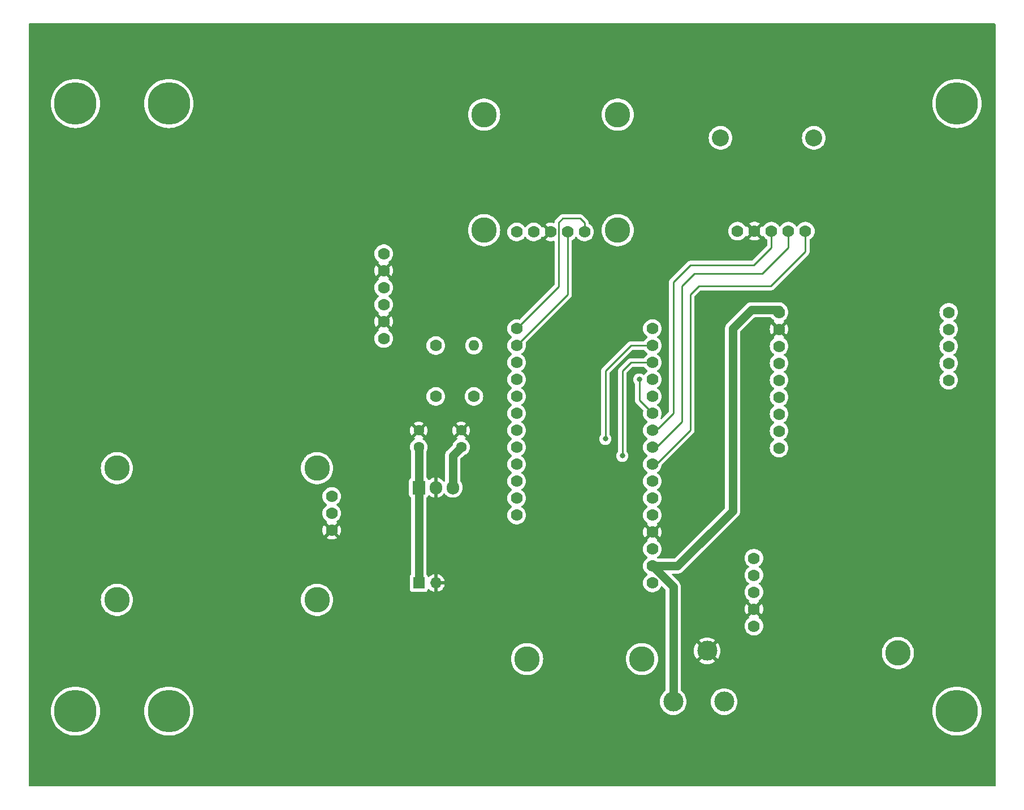
<source format=gbr>
%TF.GenerationSoftware,KiCad,Pcbnew,7.0.10*%
%TF.CreationDate,2024-02-29T23:41:44-05:00*%
%TF.ProjectId,blue-bike-air-pollution-monitor,626c7565-2d62-4696-9b65-2d6169722d70,rev?*%
%TF.SameCoordinates,Original*%
%TF.FileFunction,Copper,L1,Top*%
%TF.FilePolarity,Positive*%
%FSLAX46Y46*%
G04 Gerber Fmt 4.6, Leading zero omitted, Abs format (unit mm)*
G04 Created by KiCad (PCBNEW 7.0.10) date 2024-02-29 23:41:44*
%MOMM*%
%LPD*%
G01*
G04 APERTURE LIST*
%TA.AperFunction,ComponentPad*%
%ADD10C,6.350000*%
%TD*%
%TA.AperFunction,ComponentPad*%
%ADD11C,1.778000*%
%TD*%
%TA.AperFunction,ComponentPad*%
%ADD12R,1.700000X1.700000*%
%TD*%
%TA.AperFunction,ComponentPad*%
%ADD13O,1.700000X1.700000*%
%TD*%
%TA.AperFunction,ComponentPad*%
%ADD14O,1.600000X1.600000*%
%TD*%
%TA.AperFunction,ComponentPad*%
%ADD15C,1.600000*%
%TD*%
%TA.AperFunction,ComponentPad*%
%ADD16C,3.810000*%
%TD*%
%TA.AperFunction,ComponentPad*%
%ADD17C,2.540000*%
%TD*%
%TA.AperFunction,ComponentPad*%
%ADD18R,1.905000X2.000000*%
%TD*%
%TA.AperFunction,ComponentPad*%
%ADD19O,1.905000X2.000000*%
%TD*%
%TA.AperFunction,ComponentPad*%
%ADD20C,3.000000*%
%TD*%
%TA.AperFunction,ViaPad*%
%ADD21C,0.800000*%
%TD*%
%TA.AperFunction,Conductor*%
%ADD22C,1.270000*%
%TD*%
%TA.AperFunction,Conductor*%
%ADD23C,0.250000*%
%TD*%
G04 APERTURE END LIST*
D10*
%TO.P,H6,6*%
%TO.N,N/C*%
X71793100Y-153809700D03*
%TD*%
%TO.P,H5,5*%
%TO.N,N/C*%
X71793100Y-62801500D03*
%TD*%
D11*
%TO.P,SEN55,1,VDD*%
%TO.N,+5V*%
X103963800Y-97994800D03*
%TO.P,SEN55,2,GND*%
%TO.N,GND*%
X103963800Y-95454800D03*
%TO.P,SEN55,3,SDA*%
%TO.N,Net-(CO2-SDA)*%
X103963800Y-92914800D03*
%TO.P,SEN55,4,SCL*%
%TO.N,Net-(CO2-SCL)*%
X103963800Y-90374800D03*
%TO.P,SEN55,5,SEL*%
%TO.N,GND*%
X103963800Y-87834800D03*
%TO.P,SEN55,6,NC*%
%TO.N,unconnected-(SEN55-NC-Pad6)*%
X103963800Y-85294800D03*
%TD*%
D12*
%TO.P,BT1,1,+*%
%TO.N,Net-(BT1-+)*%
X109220000Y-134620000D03*
D13*
%TO.P,BT1,2,-*%
%TO.N,GND*%
X111760000Y-134620000D03*
%TD*%
D11*
%TO.P,R1,1*%
%TO.N,+5V*%
X117475000Y-106680000D03*
D14*
%TO.P,R1,2*%
%TO.N,Net-(CO2-SCL)*%
X117475000Y-99060000D03*
%TD*%
D15*
%TO.P,C2,1*%
%TO.N,+5V*%
X115570000Y-114260000D03*
%TO.P,C2,2*%
%TO.N,GND*%
X115570000Y-111760000D03*
%TD*%
D10*
%TO.P,H3,3*%
%TO.N,N/C*%
X57797700Y-153809700D03*
%TD*%
D11*
%TO.P,R2,1*%
%TO.N,+5V*%
X111760000Y-106680000D03*
%TO.P,R2,2*%
%TO.N,Net-(CO2-SDA)*%
X111760000Y-99060000D03*
%TD*%
D15*
%TO.P,C1,1*%
%TO.N,Net-(BT1-+)*%
X109220000Y-114260000D03*
%TO.P,C1,2*%
%TO.N,GND*%
X109220000Y-111760000D03*
%TD*%
D10*
%TO.P,H2,2*%
%TO.N,N/C*%
X189801500Y-62801500D03*
%TD*%
D11*
%TO.P,ESP32-WROOM-32E1,1,SDA*%
%TO.N,Net-(CO2-SDA)*%
X123875800Y-96520000D03*
%TO.P,ESP32-WROOM-32E1,2,SCL*%
%TO.N,Net-(CO2-SCL)*%
X123875800Y-99060000D03*
%TO.P,ESP32-WROOM-32E1,3,D04*%
%TO.N,Net-(ESP32-WROOM-32E1-D04)*%
X123875800Y-101600000D03*
%TO.P,ESP32-WROOM-32E1,4,D06*%
%TO.N,Net-(ESP32-WROOM-32E1-D06)*%
X123875800Y-104140000D03*
%TO.P,ESP32-WROOM-32E1,5,D08*%
%TO.N,unconnected-(ESP32-WROOM-32E1-D08-Pad5)*%
X123875800Y-106680000D03*
%TO.P,ESP32-WROOM-32E1,6,D10*%
%TO.N,unconnected-(ESP32-WROOM-32E1-D10-Pad6)*%
X123875800Y-109220000D03*
%TO.P,ESP32-WROOM-32E1,7,D11*%
%TO.N,unconnected-(ESP32-WROOM-32E1-D11-Pad7)*%
X123875800Y-111760000D03*
%TO.P,ESP32-WROOM-32E1,8,D12*%
%TO.N,unconnected-(ESP32-WROOM-32E1-D12-Pad8)*%
X123875800Y-114300000D03*
%TO.P,ESP32-WROOM-32E1,9,LED*%
%TO.N,unconnected-(ESP32-WROOM-32E1-LED-Pad9)*%
X123875800Y-116840000D03*
%TO.P,ESP32-WROOM-32E1,10,VBUS/LED*%
%TO.N,+5V*%
X123875800Y-119380000D03*
%TO.P,ESP32-WROOM-32E1,11,3.3V/EN*%
%TO.N,unconnected-(ESP32-WROOM-32E1-3.3V{slash}EN-Pad11)*%
X123875800Y-121920000D03*
%TO.P,ESP32-WROOM-32E1,12,VBAT*%
%TO.N,unconnected-(ESP32-WROOM-32E1-VBAT-Pad12)*%
X123875800Y-124460000D03*
%TO.P,ESP32-WROOM-32E1,13,RESET*%
%TO.N,unconnected-(ESP32-WROOM-32E1-RESET-Pad13)*%
X144195800Y-134620000D03*
%TO.P,ESP32-WROOM-32E1,14,Vin*%
%TO.N,+3.3V*%
X144195800Y-132080000D03*
%TO.P,ESP32-WROOM-32E1,15,NC*%
%TO.N,unconnected-(ESP32-WROOM-32E1-NC-Pad15)*%
X144195800Y-129540000D03*
%TO.P,ESP32-WROOM-32E1,16,GND*%
%TO.N,GND*%
X144195800Y-127000000D03*
%TO.P,ESP32-WROOM-32E1,17,A0*%
%TO.N,unconnected-(ESP32-WROOM-32E1-A0-Pad17)*%
X144195800Y-124460000D03*
%TO.P,ESP32-WROOM-32E1,18,A1*%
%TO.N,unconnected-(ESP32-WROOM-32E1-A1-Pad18)*%
X144195800Y-121920000D03*
%TO.P,ESP32-WROOM-32E1,19,A2*%
%TO.N,Net-(ESP32-WROOM-32E1-A2)*%
X144195800Y-119380000D03*
%TO.P,ESP32-WROOM-32E1,20,A3*%
%TO.N,Net-(Accelerometer1-Xout)*%
X144195800Y-116840000D03*
%TO.P,ESP32-WROOM-32E1,21,A4*%
%TO.N,Net-(Accelerometer1-Yout)*%
X144195800Y-114300000D03*
%TO.P,ESP32-WROOM-32E1,22,A5*%
%TO.N,Net-(Accelerometer1-Zout)*%
X144195800Y-111760000D03*
%TO.P,ESP32-WROOM-32E1,23,SCK*%
%TO.N,Net-(ESP32-WROOM-32E1-SCK)*%
X144195800Y-109220000D03*
%TO.P,ESP32-WROOM-32E1,24,MOSI*%
%TO.N,Net-(ESP32-WROOM-32E1-MOSI)*%
X144195800Y-106680000D03*
%TO.P,ESP32-WROOM-32E1,25,MISO*%
%TO.N,Net-(ESP32-WROOM-32E1-MISO)*%
X144195800Y-104140000D03*
%TO.P,ESP32-WROOM-32E1,26,RX*%
%TO.N,Net-(ESP32-WROOM-32E1-RX)*%
X144195800Y-101600000D03*
%TO.P,ESP32-WROOM-32E1,27,TX*%
%TO.N,Net-(ESP32-WROOM-32E1-TX)*%
X144195800Y-99060000D03*
%TO.P,ESP32-WROOM-32E1,28,FREE/ADC*%
%TO.N,unconnected-(ESP32-WROOM-32E1-FREE{slash}ADC-Pad28)*%
X144195800Y-96520000D03*
D16*
%TO.P,ESP32-WROOM-32E1,29*%
%TO.N,N/C*%
X125437900Y-146011900D03*
%TO.P,ESP32-WROOM-32E1,30*%
X142633700Y-146011900D03*
%TD*%
D11*
%TO.P,Methane1,1,Out*%
%TO.N,Net-(ESP32-WROOM-32E1-A2)*%
X96189800Y-121640600D03*
%TO.P,Methane1,2,5V*%
%TO.N,+5V*%
X96189800Y-124180600D03*
%TO.P,Methane1,3,GND*%
%TO.N,GND*%
X96189800Y-126720600D03*
D16*
%TO.P,Methane1,4*%
%TO.N,N/C*%
X64033400Y-117424200D03*
%TO.P,Methane1,5*%
X93980000Y-117424200D03*
%TO.P,Methane1,6*%
X64033400Y-137160000D03*
%TO.P,Methane1,7*%
X93980000Y-137160000D03*
%TD*%
D11*
%TO.P,Accelerometer1,1,5V*%
%TO.N,+5V*%
X156945000Y-81915000D03*
%TO.P,Accelerometer1,2,GND*%
%TO.N,GND*%
X159485000Y-81915000D03*
%TO.P,Accelerometer1,3,Zout*%
%TO.N,Net-(Accelerometer1-Zout)*%
X162025000Y-81915000D03*
%TO.P,Accelerometer1,4,Yout*%
%TO.N,Net-(Accelerometer1-Yout)*%
X164565000Y-81915000D03*
%TO.P,Accelerometer1,5,Xout*%
%TO.N,Net-(Accelerometer1-Xout)*%
X167105000Y-81915000D03*
D17*
%TO.P,Accelerometer1,6*%
%TO.N,N/C*%
X154405000Y-67945000D03*
%TO.P,Accelerometer1,7*%
X168375000Y-67945000D03*
%TD*%
D18*
%TO.P,U1,1,IN*%
%TO.N,Net-(BT1-+)*%
X109220000Y-120325000D03*
D19*
%TO.P,U1,2,GND*%
%TO.N,GND*%
X111760000Y-120325000D03*
%TO.P,U1,3,OUT*%
%TO.N,+5V*%
X114300000Y-120325000D03*
%TD*%
D10*
%TO.P,H1,1*%
%TO.N,N/C*%
X57797700Y-62801500D03*
%TD*%
D20*
%TO.P,5V1,1,1*%
%TO.N,+5V*%
X154940000Y-152400000D03*
%TD*%
D11*
%TO.P,GPS1,1,1PPS*%
%TO.N,unconnected-(GPS1-1PPS-Pad1)*%
X159412000Y-130910000D03*
%TO.P,GPS1,2,TX*%
%TO.N,Net-(ESP32-WROOM-32E1-TX)*%
X159412000Y-133450000D03*
%TO.P,GPS1,3,RX*%
%TO.N,Net-(ESP32-WROOM-32E1-RX)*%
X159412000Y-135990000D03*
%TO.P,GPS1,4,GND*%
%TO.N,GND*%
X159412000Y-138530000D03*
%TO.P,GPS1,5,Vin*%
%TO.N,+3.3V*%
X159412000Y-141070000D03*
D16*
%TO.P,GPS1,6*%
%TO.N,N/C*%
X180963900Y-145121300D03*
%TD*%
D11*
%TO.P,LoraWAN1,1,Vin*%
%TO.N,+3.3V*%
X163168000Y-94080000D03*
%TO.P,LoraWAN1,2,GND*%
%TO.N,GND*%
X163168000Y-96620000D03*
%TO.P,LoraWAN1,3,EN*%
%TO.N,unconnected-(LoraWAN1-EN-Pad3)*%
X163168000Y-99160000D03*
%TO.P,LoraWAN1,4,G0*%
%TO.N,unconnected-(LoraWAN1-G0-Pad4)*%
X163168000Y-101700000D03*
%TO.P,LoraWAN1,5,SCK*%
%TO.N,Net-(ESP32-WROOM-32E1-SCK)*%
X163168000Y-104240000D03*
%TO.P,LoraWAN1,6,MISO*%
%TO.N,Net-(ESP32-WROOM-32E1-MISO)*%
X163168000Y-106780000D03*
%TO.P,LoraWAN1,7,MOSI*%
%TO.N,Net-(ESP32-WROOM-32E1-MOSI)*%
X163168000Y-109320000D03*
%TO.P,LoraWAN1,8,CS*%
%TO.N,Net-(ESP32-WROOM-32E1-D04)*%
X163168000Y-111860000D03*
%TO.P,LoraWAN1,9,RST*%
%TO.N,Net-(ESP32-WROOM-32E1-D06)*%
X163168000Y-114400000D03*
%TO.P,LoraWAN1,10,G5*%
%TO.N,unconnected-(LoraWAN1-G5-Pad10)*%
X188568000Y-104240000D03*
%TO.P,LoraWAN1,11,G4*%
%TO.N,unconnected-(LoraWAN1-G4-Pad11)*%
X188568000Y-101700000D03*
%TO.P,LoraWAN1,12,G3*%
%TO.N,unconnected-(LoraWAN1-G3-Pad12)*%
X188568000Y-99160000D03*
%TO.P,LoraWAN1,13,G2*%
%TO.N,unconnected-(LoraWAN1-G2-Pad13)*%
X188568000Y-96620000D03*
%TO.P,LoraWAN1,14,G1*%
%TO.N,unconnected-(LoraWAN1-G1-Pad14)*%
X188568000Y-94080000D03*
%TD*%
D10*
%TO.P,H4,4*%
%TO.N,N/C*%
X189801500Y-153809700D03*
%TD*%
D20*
%TO.P,3.3V1,1,1*%
%TO.N,+3.3V*%
X147320000Y-152400000D03*
%TD*%
D11*
%TO.P,CO2,1,Vin*%
%TO.N,+5V*%
X123875000Y-82045000D03*
%TO.P,CO2,2,3Vo*%
%TO.N,unconnected-(CO2-3Vo-Pad2)*%
X126415000Y-82045000D03*
%TO.P,CO2,3,Ground*%
%TO.N,GND*%
X128955000Y-82045000D03*
%TO.P,CO2,4,SCL*%
%TO.N,Net-(CO2-SCL)*%
X131495000Y-82045000D03*
%TO.P,CO2,5,SDA*%
%TO.N,Net-(CO2-SDA)*%
X134035000Y-82045000D03*
D16*
%TO.P,CO2,6*%
%TO.N,N/C*%
X118998200Y-64468200D03*
%TO.P,CO2,7*%
X139010860Y-64468200D03*
%TO.P,CO2,8*%
X118998200Y-81780840D03*
%TO.P,CO2,9*%
X139010860Y-81780840D03*
%TD*%
D20*
%TO.P,GND1,1,1*%
%TO.N,GND*%
X152400000Y-144780000D03*
%TD*%
D21*
%TO.N,Net-(ESP32-WROOM-32E1-TX)*%
X137160000Y-113030000D03*
%TO.N,Net-(ESP32-WROOM-32E1-RX)*%
X139700000Y-115570000D03*
%TO.N,Net-(ESP32-WROOM-32E1-SCK)*%
X142240000Y-104140000D03*
%TD*%
D22*
%TO.N,+5V*%
X114300000Y-115530000D02*
X115570000Y-114260000D01*
X114300000Y-120325000D02*
X114300000Y-115530000D01*
D23*
%TO.N,Net-(CO2-SCL)*%
X131495000Y-82045000D02*
X131495000Y-91440800D01*
X131495000Y-91440800D02*
X123875800Y-99060000D01*
%TO.N,Net-(CO2-SDA)*%
X133350000Y-80010000D02*
X134035000Y-80695000D01*
X130169000Y-80639000D02*
X130798000Y-80010000D01*
X134035000Y-80695000D02*
X134035000Y-82045000D01*
X130169000Y-90226800D02*
X130169000Y-80639000D01*
X130798000Y-80010000D02*
X133350000Y-80010000D01*
X123875800Y-96520000D02*
X130169000Y-90226800D01*
%TO.N,Net-(Accelerometer1-Zout)*%
X162025000Y-84355000D02*
X159385000Y-86995000D01*
X159385000Y-86995000D02*
X149860000Y-86995000D01*
X162025000Y-81915000D02*
X162025000Y-84355000D01*
X149860000Y-86995000D02*
X147320000Y-89535000D01*
X147320000Y-89535000D02*
X147320000Y-109220000D01*
X147320000Y-109220000D02*
X145098198Y-111441802D01*
%TO.N,Net-(Accelerometer1-Yout)*%
X148590000Y-90170000D02*
X148590000Y-110490000D01*
X148590000Y-110490000D02*
X144780000Y-114300000D01*
X160655000Y-88265000D02*
X150495000Y-88265000D01*
X150495000Y-88265000D02*
X148590000Y-90170000D01*
X164565000Y-81915000D02*
X164565000Y-84355000D01*
X164565000Y-84355000D02*
X160655000Y-88265000D01*
%TO.N,Net-(Accelerometer1-Xout)*%
X167105000Y-81915000D02*
X167105000Y-84990000D01*
X167105000Y-84990000D02*
X161925000Y-90170000D01*
X161925000Y-90170000D02*
X151130000Y-90170000D01*
X149860000Y-111760000D02*
X144780000Y-116840000D01*
X151130000Y-90170000D02*
X149860000Y-91440000D01*
X149860000Y-91440000D02*
X149860000Y-111760000D01*
%TO.N,Net-(ESP32-WROOM-32E1-TX)*%
X137160000Y-113030000D02*
X137160000Y-102870000D01*
X137160000Y-102870000D02*
X140970000Y-99060000D01*
X140970000Y-99060000D02*
X144195800Y-99060000D01*
%TO.N,Net-(ESP32-WROOM-32E1-RX)*%
X140970000Y-101600000D02*
X144195800Y-101600000D01*
X139700000Y-102870000D02*
X140970000Y-101600000D01*
X139700000Y-115570000D02*
X139700000Y-102870000D01*
D22*
%TO.N,+3.3V*%
X147320000Y-135204200D02*
X147320000Y-152400000D01*
X144195800Y-132080000D02*
X147320000Y-135204200D01*
X156210000Y-96520000D02*
X156210000Y-123825000D01*
X156210000Y-123825000D02*
X147955000Y-132080000D01*
X163168000Y-93699000D02*
X159031000Y-93699000D01*
X159031000Y-93699000D02*
X156210000Y-96520000D01*
X147955000Y-132080000D02*
X144780000Y-132080000D01*
D23*
%TO.N,Net-(ESP32-WROOM-32E1-SCK)*%
X142240000Y-104140000D02*
X142240000Y-107264200D01*
X142240000Y-107264200D02*
X144195800Y-109220000D01*
D22*
%TO.N,Net-(BT1-+)*%
X109220000Y-120325000D02*
X109220000Y-134620000D01*
X109220000Y-114260000D02*
X109220000Y-120325000D01*
%TD*%
%TA.AperFunction,Conductor*%
%TO.N,GND*%
G36*
X195522539Y-50820185D02*
G01*
X195568294Y-50872989D01*
X195579500Y-50924500D01*
X195579500Y-164975500D01*
X195559815Y-165042539D01*
X195507011Y-165088294D01*
X195455500Y-165099500D01*
X50924500Y-165099500D01*
X50857461Y-165079815D01*
X50811706Y-165027011D01*
X50800500Y-164975500D01*
X50800500Y-153809700D01*
X54117156Y-153809700D01*
X54137318Y-154194423D01*
X54197584Y-154574922D01*
X54197584Y-154574924D01*
X54297297Y-154947058D01*
X54435357Y-155306715D01*
X54610257Y-155649976D01*
X54820071Y-155973062D01*
X54820073Y-155973064D01*
X54820076Y-155973068D01*
X54820077Y-155973069D01*
X55062523Y-156272465D01*
X55334935Y-156544877D01*
X55334939Y-156544880D01*
X55634335Y-156787326D01*
X55634337Y-156787328D01*
X55957423Y-156997142D01*
X55957428Y-156997145D01*
X56300688Y-157172044D01*
X56660349Y-157310105D01*
X57032472Y-157409815D01*
X57412978Y-157470082D01*
X57776421Y-157489128D01*
X57797699Y-157490244D01*
X57797700Y-157490244D01*
X57797701Y-157490244D01*
X57817863Y-157489187D01*
X58182422Y-157470082D01*
X58562928Y-157409815D01*
X58935051Y-157310105D01*
X59294712Y-157172044D01*
X59637972Y-156997145D01*
X59789754Y-156898576D01*
X59961062Y-156787328D01*
X59961064Y-156787326D01*
X59961069Y-156787323D01*
X60260465Y-156544877D01*
X60532877Y-156272465D01*
X60775323Y-155973069D01*
X60985145Y-155649972D01*
X61160044Y-155306712D01*
X61298105Y-154947051D01*
X61397815Y-154574928D01*
X61458082Y-154194422D01*
X61478244Y-153809700D01*
X68112556Y-153809700D01*
X68132718Y-154194423D01*
X68192984Y-154574922D01*
X68192984Y-154574924D01*
X68292697Y-154947058D01*
X68430757Y-155306715D01*
X68605657Y-155649976D01*
X68815471Y-155973062D01*
X68815473Y-155973064D01*
X68815476Y-155973068D01*
X68815477Y-155973069D01*
X69057923Y-156272465D01*
X69330335Y-156544877D01*
X69330339Y-156544880D01*
X69629735Y-156787326D01*
X69629737Y-156787328D01*
X69952823Y-156997142D01*
X69952828Y-156997145D01*
X70296088Y-157172044D01*
X70655749Y-157310105D01*
X71027872Y-157409815D01*
X71408378Y-157470082D01*
X71771821Y-157489128D01*
X71793099Y-157490244D01*
X71793100Y-157490244D01*
X71793101Y-157490244D01*
X71813263Y-157489187D01*
X72177822Y-157470082D01*
X72558328Y-157409815D01*
X72930451Y-157310105D01*
X73290112Y-157172044D01*
X73633372Y-156997145D01*
X73785154Y-156898576D01*
X73956462Y-156787328D01*
X73956464Y-156787326D01*
X73956469Y-156787323D01*
X74255865Y-156544877D01*
X74528277Y-156272465D01*
X74770723Y-155973069D01*
X74980545Y-155649972D01*
X75155444Y-155306712D01*
X75293505Y-154947051D01*
X75393215Y-154574928D01*
X75453482Y-154194422D01*
X75473644Y-153809700D01*
X75453482Y-153424978D01*
X75393215Y-153044472D01*
X75293505Y-152672349D01*
X75155444Y-152312688D01*
X74980545Y-151969428D01*
X74893222Y-151834962D01*
X74770728Y-151646337D01*
X74770726Y-151646335D01*
X74706352Y-151566839D01*
X74528277Y-151346935D01*
X74255865Y-151074523D01*
X73956469Y-150832077D01*
X73956468Y-150832076D01*
X73956464Y-150832073D01*
X73956462Y-150832071D01*
X73633376Y-150622257D01*
X73290115Y-150447357D01*
X72930458Y-150309297D01*
X72930451Y-150309295D01*
X72558328Y-150209585D01*
X72558324Y-150209584D01*
X72558323Y-150209584D01*
X72177823Y-150149318D01*
X71793101Y-150129156D01*
X71793099Y-150129156D01*
X71408376Y-150149318D01*
X71027877Y-150209584D01*
X71027875Y-150209584D01*
X70655741Y-150309297D01*
X70296084Y-150447357D01*
X69952823Y-150622257D01*
X69629737Y-150832071D01*
X69629735Y-150832073D01*
X69330339Y-151074519D01*
X69330331Y-151074526D01*
X69057926Y-151346931D01*
X69057919Y-151346939D01*
X68815473Y-151646335D01*
X68815471Y-151646337D01*
X68605657Y-151969423D01*
X68430757Y-152312684D01*
X68292697Y-152672341D01*
X68192984Y-153044475D01*
X68192984Y-153044477D01*
X68132718Y-153424976D01*
X68112556Y-153809699D01*
X68112556Y-153809700D01*
X61478244Y-153809700D01*
X61458082Y-153424978D01*
X61397815Y-153044472D01*
X61298105Y-152672349D01*
X61160044Y-152312688D01*
X60985145Y-151969428D01*
X60897822Y-151834962D01*
X60775328Y-151646337D01*
X60775326Y-151646335D01*
X60710952Y-151566839D01*
X60532877Y-151346935D01*
X60260465Y-151074523D01*
X59961069Y-150832077D01*
X59961068Y-150832076D01*
X59961064Y-150832073D01*
X59961062Y-150832071D01*
X59637976Y-150622257D01*
X59294715Y-150447357D01*
X58935058Y-150309297D01*
X58935051Y-150309295D01*
X58562928Y-150209585D01*
X58562924Y-150209584D01*
X58562923Y-150209584D01*
X58182423Y-150149318D01*
X57797701Y-150129156D01*
X57797699Y-150129156D01*
X57412976Y-150149318D01*
X57032477Y-150209584D01*
X57032475Y-150209584D01*
X56660341Y-150309297D01*
X56300684Y-150447357D01*
X55957423Y-150622257D01*
X55634337Y-150832071D01*
X55634335Y-150832073D01*
X55334939Y-151074519D01*
X55334931Y-151074526D01*
X55062526Y-151346931D01*
X55062519Y-151346939D01*
X54820073Y-151646335D01*
X54820071Y-151646337D01*
X54610257Y-151969423D01*
X54435357Y-152312684D01*
X54297297Y-152672341D01*
X54197584Y-153044475D01*
X54197584Y-153044477D01*
X54137318Y-153424976D01*
X54117156Y-153809699D01*
X54117156Y-153809700D01*
X50800500Y-153809700D01*
X50800500Y-146011905D01*
X123027644Y-146011905D01*
X123046648Y-146313974D01*
X123046649Y-146313981D01*
X123046650Y-146313985D01*
X123103367Y-146611306D01*
X123196901Y-146899174D01*
X123325777Y-147173050D01*
X123325779Y-147173053D01*
X123325780Y-147173055D01*
X123487958Y-147428608D01*
X123487961Y-147428612D01*
X123487962Y-147428613D01*
X123680899Y-147661834D01*
X123901543Y-147869032D01*
X123901553Y-147869040D01*
X124146408Y-148046938D01*
X124146413Y-148046940D01*
X124146420Y-148046946D01*
X124411663Y-148192765D01*
X124411668Y-148192767D01*
X124411670Y-148192768D01*
X124411671Y-148192769D01*
X124693086Y-148304189D01*
X124693089Y-148304190D01*
X124986259Y-148379463D01*
X124986263Y-148379464D01*
X125049260Y-148387422D01*
X125286547Y-148417399D01*
X125286556Y-148417399D01*
X125286559Y-148417400D01*
X125286561Y-148417400D01*
X125589239Y-148417400D01*
X125589241Y-148417400D01*
X125589244Y-148417399D01*
X125589252Y-148417399D01*
X125768439Y-148394762D01*
X125889537Y-148379464D01*
X126182710Y-148304190D01*
X126182713Y-148304189D01*
X126464128Y-148192769D01*
X126464129Y-148192768D01*
X126464127Y-148192768D01*
X126464137Y-148192765D01*
X126729380Y-148046946D01*
X126974255Y-147869034D01*
X127194901Y-147661834D01*
X127387838Y-147428613D01*
X127550023Y-147173050D01*
X127678899Y-146899174D01*
X127772433Y-146611306D01*
X127829150Y-146313985D01*
X127848156Y-146011905D01*
X140223444Y-146011905D01*
X140242448Y-146313974D01*
X140242449Y-146313981D01*
X140242450Y-146313985D01*
X140299167Y-146611306D01*
X140392701Y-146899174D01*
X140521577Y-147173050D01*
X140521579Y-147173053D01*
X140521580Y-147173055D01*
X140683758Y-147428608D01*
X140683761Y-147428612D01*
X140683762Y-147428613D01*
X140876699Y-147661834D01*
X141097343Y-147869032D01*
X141097353Y-147869040D01*
X141342208Y-148046938D01*
X141342213Y-148046940D01*
X141342220Y-148046946D01*
X141607463Y-148192765D01*
X141607468Y-148192767D01*
X141607470Y-148192768D01*
X141607471Y-148192769D01*
X141888886Y-148304189D01*
X141888889Y-148304190D01*
X142182059Y-148379463D01*
X142182063Y-148379464D01*
X142245060Y-148387422D01*
X142482347Y-148417399D01*
X142482356Y-148417399D01*
X142482359Y-148417400D01*
X142482361Y-148417400D01*
X142785039Y-148417400D01*
X142785041Y-148417400D01*
X142785044Y-148417399D01*
X142785052Y-148417399D01*
X142964239Y-148394762D01*
X143085337Y-148379464D01*
X143378510Y-148304190D01*
X143378513Y-148304189D01*
X143659928Y-148192769D01*
X143659929Y-148192768D01*
X143659927Y-148192768D01*
X143659937Y-148192765D01*
X143925180Y-148046946D01*
X144170055Y-147869034D01*
X144390701Y-147661834D01*
X144583638Y-147428613D01*
X144745823Y-147173050D01*
X144874699Y-146899174D01*
X144968233Y-146611306D01*
X145024950Y-146313985D01*
X145043956Y-146011900D01*
X145043620Y-146006562D01*
X145024951Y-145709825D01*
X145024950Y-145709818D01*
X145024950Y-145709815D01*
X144968233Y-145412494D01*
X144874699Y-145124626D01*
X144745823Y-144850750D01*
X144583638Y-144595187D01*
X144390701Y-144361966D01*
X144170055Y-144154766D01*
X144170052Y-144154764D01*
X144170046Y-144154759D01*
X143925191Y-143976861D01*
X143925184Y-143976856D01*
X143925180Y-143976854D01*
X143659937Y-143831035D01*
X143659934Y-143831033D01*
X143659929Y-143831031D01*
X143659928Y-143831030D01*
X143378513Y-143719610D01*
X143378510Y-143719609D01*
X143085340Y-143644336D01*
X143085327Y-143644334D01*
X142785052Y-143606400D01*
X142785041Y-143606400D01*
X142482359Y-143606400D01*
X142482347Y-143606400D01*
X142182072Y-143644334D01*
X142182059Y-143644336D01*
X141888889Y-143719609D01*
X141888886Y-143719610D01*
X141607471Y-143831030D01*
X141607470Y-143831031D01*
X141342220Y-143976854D01*
X141342208Y-143976861D01*
X141097353Y-144154759D01*
X141097343Y-144154767D01*
X140876701Y-144361964D01*
X140683758Y-144595191D01*
X140521580Y-144850744D01*
X140392700Y-145124628D01*
X140299168Y-145412489D01*
X140242449Y-145709818D01*
X140242448Y-145709825D01*
X140223444Y-146011894D01*
X140223444Y-146011905D01*
X127848156Y-146011905D01*
X127848156Y-146011900D01*
X127847820Y-146006562D01*
X127829151Y-145709825D01*
X127829150Y-145709818D01*
X127829150Y-145709815D01*
X127772433Y-145412494D01*
X127678899Y-145124626D01*
X127550023Y-144850750D01*
X127387838Y-144595187D01*
X127194901Y-144361966D01*
X126974255Y-144154766D01*
X126974252Y-144154764D01*
X126974246Y-144154759D01*
X126729391Y-143976861D01*
X126729384Y-143976856D01*
X126729380Y-143976854D01*
X126464137Y-143831035D01*
X126464134Y-143831033D01*
X126464129Y-143831031D01*
X126464128Y-143831030D01*
X126182713Y-143719610D01*
X126182710Y-143719609D01*
X125889540Y-143644336D01*
X125889527Y-143644334D01*
X125589252Y-143606400D01*
X125589241Y-143606400D01*
X125286559Y-143606400D01*
X125286547Y-143606400D01*
X124986272Y-143644334D01*
X124986259Y-143644336D01*
X124693089Y-143719609D01*
X124693086Y-143719610D01*
X124411671Y-143831030D01*
X124411670Y-143831031D01*
X124146420Y-143976854D01*
X124146408Y-143976861D01*
X123901553Y-144154759D01*
X123901543Y-144154767D01*
X123680901Y-144361964D01*
X123487958Y-144595191D01*
X123325780Y-144850744D01*
X123196900Y-145124628D01*
X123103368Y-145412489D01*
X123046649Y-145709818D01*
X123046648Y-145709825D01*
X123027644Y-146011894D01*
X123027644Y-146011905D01*
X50800500Y-146011905D01*
X50800500Y-137160005D01*
X61623144Y-137160005D01*
X61642148Y-137462074D01*
X61642149Y-137462081D01*
X61698868Y-137759410D01*
X61776783Y-137999207D01*
X61792401Y-138047274D01*
X61921277Y-138321150D01*
X61921279Y-138321153D01*
X61921280Y-138321155D01*
X62083458Y-138576708D01*
X62083461Y-138576712D01*
X62083462Y-138576713D01*
X62276399Y-138809934D01*
X62460220Y-138982553D01*
X62497043Y-139017132D01*
X62497053Y-139017140D01*
X62741908Y-139195038D01*
X62741913Y-139195040D01*
X62741920Y-139195046D01*
X63007163Y-139340865D01*
X63007168Y-139340867D01*
X63007170Y-139340868D01*
X63007171Y-139340869D01*
X63288586Y-139452289D01*
X63288589Y-139452290D01*
X63581759Y-139527563D01*
X63581763Y-139527564D01*
X63644760Y-139535522D01*
X63882047Y-139565499D01*
X63882056Y-139565499D01*
X63882059Y-139565500D01*
X63882061Y-139565500D01*
X64184739Y-139565500D01*
X64184741Y-139565500D01*
X64184744Y-139565499D01*
X64184752Y-139565499D01*
X64363939Y-139542862D01*
X64485037Y-139527564D01*
X64778210Y-139452290D01*
X64778213Y-139452289D01*
X65059628Y-139340869D01*
X65059629Y-139340868D01*
X65059627Y-139340868D01*
X65059637Y-139340865D01*
X65324880Y-139195046D01*
X65569755Y-139017134D01*
X65790401Y-138809934D01*
X65983338Y-138576713D01*
X66145523Y-138321150D01*
X66274399Y-138047274D01*
X66367933Y-137759406D01*
X66424650Y-137462085D01*
X66424651Y-137462074D01*
X66443656Y-137160005D01*
X91569744Y-137160005D01*
X91588748Y-137462074D01*
X91588749Y-137462081D01*
X91645468Y-137759410D01*
X91723383Y-137999207D01*
X91739001Y-138047274D01*
X91867877Y-138321150D01*
X91867879Y-138321153D01*
X91867880Y-138321155D01*
X92030058Y-138576708D01*
X92030061Y-138576712D01*
X92030062Y-138576713D01*
X92222999Y-138809934D01*
X92406820Y-138982553D01*
X92443643Y-139017132D01*
X92443653Y-139017140D01*
X92688508Y-139195038D01*
X92688513Y-139195040D01*
X92688520Y-139195046D01*
X92953763Y-139340865D01*
X92953768Y-139340867D01*
X92953770Y-139340868D01*
X92953771Y-139340869D01*
X93235186Y-139452289D01*
X93235189Y-139452290D01*
X93528359Y-139527563D01*
X93528363Y-139527564D01*
X93591360Y-139535522D01*
X93828647Y-139565499D01*
X93828656Y-139565499D01*
X93828659Y-139565500D01*
X93828661Y-139565500D01*
X94131339Y-139565500D01*
X94131341Y-139565500D01*
X94131344Y-139565499D01*
X94131352Y-139565499D01*
X94310539Y-139542862D01*
X94431637Y-139527564D01*
X94724810Y-139452290D01*
X94724813Y-139452289D01*
X95006228Y-139340869D01*
X95006229Y-139340868D01*
X95006227Y-139340868D01*
X95006237Y-139340865D01*
X95271480Y-139195046D01*
X95516355Y-139017134D01*
X95737001Y-138809934D01*
X95929938Y-138576713D01*
X96092123Y-138321150D01*
X96220999Y-138047274D01*
X96314533Y-137759406D01*
X96371250Y-137462085D01*
X96371251Y-137462074D01*
X96390256Y-137160005D01*
X96390256Y-137159994D01*
X96371251Y-136857925D01*
X96371250Y-136857918D01*
X96371250Y-136857915D01*
X96314533Y-136560594D01*
X96220999Y-136272726D01*
X96092123Y-135998850D01*
X96027377Y-135896827D01*
X95929941Y-135743291D01*
X95904329Y-135712331D01*
X95737001Y-135510066D01*
X95516355Y-135302866D01*
X95516352Y-135302864D01*
X95516346Y-135302859D01*
X95271491Y-135124961D01*
X95271484Y-135124956D01*
X95271480Y-135124954D01*
X95006237Y-134979135D01*
X95006234Y-134979133D01*
X95006229Y-134979131D01*
X95006228Y-134979130D01*
X94724813Y-134867710D01*
X94724810Y-134867709D01*
X94431640Y-134792436D01*
X94431627Y-134792434D01*
X94131352Y-134754500D01*
X94131341Y-134754500D01*
X93828659Y-134754500D01*
X93828647Y-134754500D01*
X93528372Y-134792434D01*
X93528359Y-134792436D01*
X93235189Y-134867709D01*
X93235186Y-134867710D01*
X92953771Y-134979130D01*
X92953770Y-134979131D01*
X92688520Y-135124954D01*
X92688508Y-135124961D01*
X92443653Y-135302859D01*
X92443643Y-135302867D01*
X92258878Y-135476373D01*
X92222999Y-135510066D01*
X92200482Y-135537285D01*
X92030058Y-135743291D01*
X91867880Y-135998844D01*
X91739000Y-136272728D01*
X91645468Y-136560589D01*
X91588749Y-136857918D01*
X91588748Y-136857925D01*
X91569744Y-137159994D01*
X91569744Y-137160005D01*
X66443656Y-137160005D01*
X66443656Y-137159994D01*
X66424651Y-136857925D01*
X66424650Y-136857918D01*
X66424650Y-136857915D01*
X66367933Y-136560594D01*
X66274399Y-136272726D01*
X66145523Y-135998850D01*
X66080777Y-135896827D01*
X65983341Y-135743291D01*
X65957729Y-135712331D01*
X65790401Y-135510066D01*
X65569755Y-135302866D01*
X65569752Y-135302864D01*
X65569746Y-135302859D01*
X65324891Y-135124961D01*
X65324884Y-135124956D01*
X65324880Y-135124954D01*
X65059637Y-134979135D01*
X65059634Y-134979133D01*
X65059629Y-134979131D01*
X65059628Y-134979130D01*
X64778213Y-134867710D01*
X64778210Y-134867709D01*
X64485040Y-134792436D01*
X64485027Y-134792434D01*
X64184752Y-134754500D01*
X64184741Y-134754500D01*
X63882059Y-134754500D01*
X63882047Y-134754500D01*
X63581772Y-134792434D01*
X63581759Y-134792436D01*
X63288589Y-134867709D01*
X63288586Y-134867710D01*
X63007171Y-134979130D01*
X63007170Y-134979131D01*
X62741920Y-135124954D01*
X62741908Y-135124961D01*
X62497053Y-135302859D01*
X62497043Y-135302867D01*
X62312278Y-135476373D01*
X62276399Y-135510066D01*
X62253882Y-135537285D01*
X62083458Y-135743291D01*
X61921280Y-135998844D01*
X61792400Y-136272728D01*
X61698868Y-136560589D01*
X61642149Y-136857918D01*
X61642148Y-136857925D01*
X61623144Y-137159994D01*
X61623144Y-137160005D01*
X50800500Y-137160005D01*
X50800500Y-124180605D01*
X94795538Y-124180605D01*
X94814553Y-124410084D01*
X94871082Y-124633314D01*
X94963582Y-124844194D01*
X95089528Y-125036970D01*
X95089531Y-125036973D01*
X95245492Y-125206392D01*
X95362391Y-125297378D01*
X95431259Y-125350980D01*
X95430370Y-125352121D01*
X95471432Y-125400224D01*
X95480863Y-125469455D01*
X95451368Y-125532794D01*
X95431229Y-125550251D01*
X95431533Y-125550641D01*
X95398840Y-125576085D01*
X95398840Y-125576087D01*
X96021196Y-126198443D01*
X95903388Y-126249615D01*
X95786938Y-126344354D01*
X95700367Y-126466997D01*
X95669498Y-126553852D01*
X95046559Y-125930913D01*
X94964024Y-126057244D01*
X94871557Y-126268046D01*
X94815049Y-126491191D01*
X94815047Y-126491203D01*
X94796040Y-126720594D01*
X94796040Y-126720605D01*
X94815047Y-126949996D01*
X94815049Y-126950008D01*
X94871557Y-127173153D01*
X94964023Y-127383952D01*
X95046560Y-127510285D01*
X95667168Y-126889676D01*
X95670394Y-126905197D01*
X95739458Y-127038486D01*
X95841923Y-127148198D01*
X95970188Y-127226198D01*
X96022966Y-127240986D01*
X95398840Y-127865112D01*
X95398840Y-127865114D01*
X95427477Y-127887403D01*
X95427483Y-127887407D01*
X95629931Y-127996967D01*
X95629940Y-127996970D01*
X95847649Y-128071710D01*
X96074705Y-128109600D01*
X96304895Y-128109600D01*
X96531950Y-128071710D01*
X96749659Y-127996970D01*
X96749668Y-127996967D01*
X96952115Y-127887407D01*
X96952116Y-127887406D01*
X96980758Y-127865113D01*
X96980759Y-127865111D01*
X96358404Y-127242756D01*
X96476212Y-127191585D01*
X96592662Y-127096846D01*
X96679233Y-126974203D01*
X96710100Y-126887347D01*
X97333038Y-127510285D01*
X97415572Y-127383959D01*
X97415577Y-127383951D01*
X97508042Y-127173153D01*
X97564550Y-126950008D01*
X97564552Y-126949996D01*
X97583560Y-126720605D01*
X97583560Y-126720594D01*
X97564552Y-126491203D01*
X97564550Y-126491191D01*
X97508042Y-126268046D01*
X97415574Y-126057242D01*
X97333038Y-125930913D01*
X96712430Y-126551521D01*
X96709206Y-126536003D01*
X96640142Y-126402714D01*
X96537677Y-126293002D01*
X96409412Y-126215002D01*
X96356632Y-126200213D01*
X96980758Y-125576086D01*
X96980758Y-125576084D01*
X96948067Y-125550640D01*
X96949009Y-125549429D01*
X96908155Y-125501547D01*
X96898741Y-125432314D01*
X96928250Y-125368982D01*
X96948620Y-125351338D01*
X96948341Y-125350980D01*
X96992808Y-125316370D01*
X97134108Y-125206392D01*
X97290069Y-125036973D01*
X97416017Y-124844195D01*
X97508517Y-124633316D01*
X97565046Y-124410088D01*
X97581678Y-124209371D01*
X97584062Y-124180605D01*
X97584062Y-124180594D01*
X97569701Y-124007285D01*
X97565046Y-123951112D01*
X97508517Y-123727884D01*
X97416017Y-123517005D01*
X97361922Y-123434206D01*
X97290071Y-123324229D01*
X97257046Y-123288354D01*
X97134108Y-123154808D01*
X96952389Y-123013371D01*
X96952390Y-123013371D01*
X96948341Y-123010220D01*
X96949325Y-123008954D01*
X96908624Y-122961270D01*
X96899196Y-122892039D01*
X96928693Y-122828702D01*
X96948665Y-122811396D01*
X96948341Y-122810980D01*
X96992808Y-122776370D01*
X97134108Y-122666392D01*
X97290069Y-122496973D01*
X97416017Y-122304195D01*
X97508517Y-122093316D01*
X97565046Y-121870088D01*
X97573497Y-121768093D01*
X97584062Y-121640605D01*
X97584062Y-121640594D01*
X97569701Y-121467285D01*
X97565046Y-121411112D01*
X97555362Y-121372870D01*
X107767000Y-121372870D01*
X107767001Y-121372876D01*
X107773408Y-121432483D01*
X107823702Y-121567328D01*
X107823706Y-121567335D01*
X107909952Y-121682544D01*
X107909955Y-121682547D01*
X108032269Y-121774112D01*
X108030486Y-121776493D01*
X108069332Y-121815338D01*
X108084500Y-121874766D01*
X108084500Y-133296450D01*
X108064815Y-133363489D01*
X108034812Y-133395716D01*
X108012457Y-133412450D01*
X108012451Y-133412457D01*
X107926206Y-133527664D01*
X107926202Y-133527671D01*
X107875908Y-133662517D01*
X107869501Y-133722116D01*
X107869500Y-133722135D01*
X107869500Y-135517870D01*
X107869501Y-135517876D01*
X107875908Y-135577483D01*
X107926202Y-135712328D01*
X107926206Y-135712335D01*
X108012452Y-135827544D01*
X108012455Y-135827547D01*
X108127664Y-135913793D01*
X108127671Y-135913797D01*
X108262517Y-135964091D01*
X108262516Y-135964091D01*
X108269444Y-135964835D01*
X108322127Y-135970500D01*
X110117872Y-135970499D01*
X110177483Y-135964091D01*
X110312331Y-135913796D01*
X110427546Y-135827546D01*
X110513796Y-135712331D01*
X110527892Y-135674539D01*
X110538615Y-135645788D01*
X110563002Y-135580401D01*
X110604872Y-135524468D01*
X110670337Y-135500050D01*
X110738610Y-135514901D01*
X110766865Y-135536053D01*
X110888917Y-135658105D01*
X111082421Y-135793600D01*
X111296507Y-135893429D01*
X111296516Y-135893433D01*
X111510000Y-135950634D01*
X111510000Y-135055501D01*
X111617685Y-135104680D01*
X111724237Y-135120000D01*
X111795763Y-135120000D01*
X111902315Y-135104680D01*
X112010000Y-135055501D01*
X112010000Y-135950633D01*
X112223483Y-135893433D01*
X112223492Y-135893429D01*
X112437578Y-135793600D01*
X112631082Y-135658105D01*
X112798105Y-135491082D01*
X112933600Y-135297578D01*
X113033429Y-135083492D01*
X113033432Y-135083486D01*
X113090636Y-134870000D01*
X112193686Y-134870000D01*
X112219493Y-134829844D01*
X112260000Y-134691889D01*
X112260000Y-134548111D01*
X112219493Y-134410156D01*
X112193686Y-134370000D01*
X113090636Y-134370000D01*
X113090635Y-134369999D01*
X113033432Y-134156513D01*
X113033429Y-134156507D01*
X112933600Y-133942422D01*
X112933599Y-133942420D01*
X112798113Y-133748926D01*
X112798108Y-133748920D01*
X112631082Y-133581894D01*
X112437578Y-133446399D01*
X112223492Y-133346570D01*
X112223486Y-133346567D01*
X112010000Y-133289364D01*
X112010000Y-134184498D01*
X111902315Y-134135320D01*
X111795763Y-134120000D01*
X111724237Y-134120000D01*
X111617685Y-134135320D01*
X111510000Y-134184498D01*
X111510000Y-133289364D01*
X111509999Y-133289364D01*
X111296513Y-133346567D01*
X111296507Y-133346570D01*
X111082422Y-133446399D01*
X111082420Y-133446400D01*
X110888926Y-133581886D01*
X110766865Y-133703947D01*
X110705542Y-133737431D01*
X110635850Y-133732447D01*
X110579917Y-133690575D01*
X110563002Y-133659598D01*
X110513797Y-133527671D01*
X110513793Y-133527664D01*
X110427548Y-133412457D01*
X110427546Y-133412454D01*
X110427544Y-133412452D01*
X110427542Y-133412450D01*
X110405188Y-133395716D01*
X110363318Y-133339782D01*
X110355500Y-133296450D01*
X110355500Y-121874766D01*
X110375185Y-121807727D01*
X110409192Y-121776064D01*
X110407731Y-121774112D01*
X110497084Y-121707221D01*
X110530046Y-121682546D01*
X110616296Y-121567331D01*
X110616297Y-121567328D01*
X110616298Y-121567327D01*
X110627907Y-121536199D01*
X110669776Y-121480264D01*
X110735240Y-121455844D01*
X110803513Y-121470694D01*
X110820252Y-121481675D01*
X110962831Y-121592649D01*
X110962840Y-121592655D01*
X111174531Y-121707215D01*
X111174545Y-121707221D01*
X111402207Y-121785379D01*
X111510000Y-121803366D01*
X111510000Y-120816683D01*
X111538819Y-120834209D01*
X111684404Y-120875000D01*
X111797622Y-120875000D01*
X111909783Y-120859584D01*
X112010000Y-120816053D01*
X112010000Y-121803365D01*
X112117792Y-121785379D01*
X112345454Y-121707221D01*
X112345468Y-121707215D01*
X112557159Y-121592655D01*
X112557168Y-121592649D01*
X112747116Y-121444806D01*
X112747126Y-121444797D01*
X112910154Y-121267702D01*
X112910155Y-121267701D01*
X112925891Y-121243616D01*
X112979036Y-121198258D01*
X113048267Y-121188833D01*
X113111604Y-121218333D01*
X113133510Y-121243614D01*
X113149446Y-121268007D01*
X113149448Y-121268009D01*
X113149449Y-121268010D01*
X113312537Y-121445171D01*
X113468908Y-121566879D01*
X113502017Y-121592649D01*
X113502561Y-121593072D01*
X113667891Y-121682544D01*
X113713478Y-121707215D01*
X113714336Y-121707679D01*
X113832598Y-121748278D01*
X113942083Y-121785865D01*
X113942085Y-121785865D01*
X113942087Y-121785866D01*
X114179601Y-121825500D01*
X114179602Y-121825500D01*
X114420398Y-121825500D01*
X114420399Y-121825500D01*
X114657913Y-121785866D01*
X114885664Y-121707679D01*
X115097439Y-121593072D01*
X115287463Y-121445171D01*
X115450551Y-121268010D01*
X115582255Y-121066422D01*
X115678983Y-120845905D01*
X115738095Y-120612476D01*
X115753000Y-120432600D01*
X115753000Y-120217400D01*
X115738095Y-120037524D01*
X115678983Y-119804095D01*
X115582255Y-119583578D01*
X115455691Y-119389856D01*
X115435504Y-119322967D01*
X115435500Y-119322035D01*
X115435500Y-116051701D01*
X115455185Y-115984662D01*
X115471819Y-115964020D01*
X115684242Y-115751597D01*
X115900939Y-115534899D01*
X115956522Y-115502808D01*
X116016496Y-115486739D01*
X116222734Y-115390568D01*
X116409139Y-115260047D01*
X116570047Y-115099139D01*
X116700568Y-114912734D01*
X116796739Y-114706496D01*
X116855635Y-114486692D01*
X116875468Y-114260000D01*
X116855635Y-114033308D01*
X116796739Y-113813504D01*
X116700568Y-113607266D01*
X116570047Y-113420861D01*
X116570045Y-113420858D01*
X116409141Y-113259954D01*
X116222734Y-113129432D01*
X116222730Y-113129430D01*
X116207022Y-113122105D01*
X116154583Y-113075931D01*
X116135433Y-113008737D01*
X116155650Y-112941857D01*
X116207028Y-112897340D01*
X116222481Y-112890134D01*
X116295471Y-112839024D01*
X115614400Y-112157953D01*
X115695148Y-112145165D01*
X115808045Y-112087641D01*
X115897641Y-111998045D01*
X115955165Y-111885148D01*
X115967953Y-111804400D01*
X116649024Y-112485471D01*
X116700136Y-112412478D01*
X116796264Y-112206331D01*
X116796269Y-112206317D01*
X116855139Y-111986610D01*
X116855141Y-111986599D01*
X116874966Y-111760002D01*
X116874966Y-111759997D01*
X116855141Y-111533400D01*
X116855139Y-111533389D01*
X116796269Y-111313682D01*
X116796264Y-111313668D01*
X116700136Y-111107521D01*
X116700132Y-111107513D01*
X116649025Y-111034526D01*
X115967953Y-111715598D01*
X115955165Y-111634852D01*
X115897641Y-111521955D01*
X115808045Y-111432359D01*
X115695148Y-111374835D01*
X115614401Y-111362046D01*
X116295472Y-110680974D01*
X116222478Y-110629863D01*
X116016331Y-110533735D01*
X116016317Y-110533730D01*
X115796610Y-110474860D01*
X115796599Y-110474858D01*
X115570002Y-110455034D01*
X115569998Y-110455034D01*
X115343400Y-110474858D01*
X115343389Y-110474860D01*
X115123682Y-110533730D01*
X115123673Y-110533734D01*
X114917516Y-110629866D01*
X114917512Y-110629868D01*
X114844526Y-110680973D01*
X114844526Y-110680974D01*
X115525599Y-111362046D01*
X115444852Y-111374835D01*
X115331955Y-111432359D01*
X115242359Y-111521955D01*
X115184835Y-111634852D01*
X115172046Y-111715598D01*
X114490974Y-111034526D01*
X114490973Y-111034526D01*
X114439868Y-111107512D01*
X114439866Y-111107516D01*
X114343734Y-111313673D01*
X114343730Y-111313682D01*
X114284860Y-111533389D01*
X114284858Y-111533400D01*
X114265034Y-111759997D01*
X114265034Y-111760002D01*
X114284858Y-111986599D01*
X114284860Y-111986610D01*
X114343730Y-112206317D01*
X114343735Y-112206331D01*
X114439863Y-112412478D01*
X114490974Y-112485472D01*
X115172046Y-111804400D01*
X115184835Y-111885148D01*
X115242359Y-111998045D01*
X115331955Y-112087641D01*
X115444852Y-112145165D01*
X115525599Y-112157953D01*
X114844526Y-112839025D01*
X114917513Y-112890132D01*
X114917515Y-112890133D01*
X114932973Y-112897341D01*
X114985413Y-112943513D01*
X115004566Y-113010706D01*
X114984351Y-113077587D01*
X114932979Y-113122104D01*
X114917270Y-113129429D01*
X114917265Y-113129432D01*
X114730858Y-113259954D01*
X114569954Y-113420858D01*
X114439432Y-113607265D01*
X114439431Y-113607267D01*
X114343260Y-113813504D01*
X114343260Y-113813505D01*
X114327190Y-113873476D01*
X114295097Y-113929061D01*
X113571437Y-114652721D01*
X113555695Y-114666039D01*
X113553025Y-114667940D01*
X113553023Y-114667942D01*
X113488561Y-114735547D01*
X113486503Y-114737654D01*
X113458844Y-114765314D01*
X113458839Y-114765319D01*
X113453022Y-114772364D01*
X113447157Y-114778971D01*
X113403378Y-114824886D01*
X113403376Y-114824889D01*
X113385320Y-114852983D01*
X113376629Y-114864885D01*
X113355358Y-114890648D01*
X113324948Y-114946339D01*
X113320434Y-114953947D01*
X113286137Y-115007316D01*
X113273725Y-115038318D01*
X113267444Y-115051651D01*
X113251432Y-115080976D01*
X113251432Y-115080977D01*
X113232109Y-115141420D01*
X113229116Y-115149744D01*
X113205541Y-115208633D01*
X113205539Y-115208641D01*
X113199217Y-115241436D01*
X113195573Y-115255716D01*
X113185402Y-115287536D01*
X113177870Y-115350531D01*
X113176506Y-115359275D01*
X113164500Y-115421570D01*
X113164500Y-115454972D01*
X113163623Y-115469692D01*
X113159658Y-115502850D01*
X113159658Y-115502856D01*
X113164184Y-115566137D01*
X113164500Y-115574982D01*
X113164500Y-119322035D01*
X113144815Y-119389074D01*
X113144308Y-119389857D01*
X113133509Y-119406386D01*
X113080363Y-119451742D01*
X113011132Y-119461166D01*
X112947796Y-119431664D01*
X112925892Y-119406385D01*
X112910154Y-119382296D01*
X112747126Y-119205202D01*
X112747116Y-119205193D01*
X112557168Y-119057350D01*
X112557159Y-119057344D01*
X112345468Y-118942784D01*
X112345454Y-118942778D01*
X112117791Y-118864619D01*
X112010000Y-118846633D01*
X112010000Y-119833316D01*
X111981181Y-119815791D01*
X111835596Y-119775000D01*
X111722378Y-119775000D01*
X111610217Y-119790416D01*
X111510000Y-119833946D01*
X111510000Y-118846633D01*
X111509999Y-118846633D01*
X111402208Y-118864619D01*
X111174545Y-118942778D01*
X111174531Y-118942784D01*
X110962840Y-119057344D01*
X110962838Y-119057345D01*
X110820252Y-119168325D01*
X110755258Y-119193967D01*
X110686718Y-119180400D01*
X110636393Y-119131932D01*
X110627907Y-119113801D01*
X110616297Y-119082671D01*
X110616293Y-119082664D01*
X110530047Y-118967456D01*
X110530048Y-118967456D01*
X110530046Y-118967454D01*
X110414831Y-118881204D01*
X110414828Y-118881202D01*
X110407731Y-118875890D01*
X110409510Y-118873512D01*
X110370650Y-118834629D01*
X110355500Y-118775234D01*
X110355500Y-114929647D01*
X110367118Y-114877242D01*
X110412943Y-114778971D01*
X110446739Y-114706496D01*
X110505635Y-114486692D01*
X110525468Y-114260000D01*
X110505635Y-114033308D01*
X110446739Y-113813504D01*
X110350568Y-113607266D01*
X110220047Y-113420861D01*
X110220045Y-113420858D01*
X110059141Y-113259954D01*
X109872734Y-113129432D01*
X109872730Y-113129430D01*
X109857022Y-113122105D01*
X109804583Y-113075931D01*
X109785433Y-113008737D01*
X109805650Y-112941857D01*
X109857028Y-112897340D01*
X109872481Y-112890134D01*
X109945471Y-112839024D01*
X109264400Y-112157953D01*
X109345148Y-112145165D01*
X109458045Y-112087641D01*
X109547641Y-111998045D01*
X109605165Y-111885148D01*
X109617953Y-111804400D01*
X110299024Y-112485471D01*
X110350136Y-112412478D01*
X110446264Y-112206331D01*
X110446269Y-112206317D01*
X110505139Y-111986610D01*
X110505141Y-111986599D01*
X110524966Y-111760002D01*
X110524966Y-111759997D01*
X110505141Y-111533400D01*
X110505139Y-111533389D01*
X110446269Y-111313682D01*
X110446264Y-111313668D01*
X110350136Y-111107521D01*
X110350132Y-111107513D01*
X110299025Y-111034526D01*
X109617953Y-111715598D01*
X109605165Y-111634852D01*
X109547641Y-111521955D01*
X109458045Y-111432359D01*
X109345148Y-111374835D01*
X109264401Y-111362046D01*
X109945472Y-110680974D01*
X109872478Y-110629863D01*
X109666331Y-110533735D01*
X109666317Y-110533730D01*
X109446610Y-110474860D01*
X109446599Y-110474858D01*
X109220002Y-110455034D01*
X109219998Y-110455034D01*
X108993400Y-110474858D01*
X108993389Y-110474860D01*
X108773682Y-110533730D01*
X108773673Y-110533734D01*
X108567516Y-110629866D01*
X108567512Y-110629868D01*
X108494526Y-110680973D01*
X108494526Y-110680974D01*
X109175599Y-111362046D01*
X109094852Y-111374835D01*
X108981955Y-111432359D01*
X108892359Y-111521955D01*
X108834835Y-111634852D01*
X108822046Y-111715598D01*
X108140974Y-111034526D01*
X108140973Y-111034526D01*
X108089868Y-111107512D01*
X108089866Y-111107516D01*
X107993734Y-111313673D01*
X107993730Y-111313682D01*
X107934860Y-111533389D01*
X107934858Y-111533400D01*
X107915034Y-111759997D01*
X107915034Y-111760002D01*
X107934858Y-111986599D01*
X107934860Y-111986610D01*
X107993730Y-112206317D01*
X107993735Y-112206331D01*
X108089863Y-112412478D01*
X108140974Y-112485472D01*
X108822046Y-111804400D01*
X108834835Y-111885148D01*
X108892359Y-111998045D01*
X108981955Y-112087641D01*
X109094852Y-112145165D01*
X109175599Y-112157953D01*
X108494526Y-112839025D01*
X108567513Y-112890132D01*
X108567515Y-112890133D01*
X108582973Y-112897341D01*
X108635413Y-112943513D01*
X108654566Y-113010706D01*
X108634351Y-113077587D01*
X108582979Y-113122104D01*
X108567270Y-113129429D01*
X108567265Y-113129432D01*
X108380858Y-113259954D01*
X108219954Y-113420858D01*
X108089432Y-113607265D01*
X108089431Y-113607267D01*
X107993261Y-113813502D01*
X107993258Y-113813511D01*
X107934366Y-114033302D01*
X107934364Y-114033313D01*
X107914532Y-114259998D01*
X107914532Y-114260001D01*
X107934364Y-114486686D01*
X107934366Y-114486697D01*
X107993258Y-114706488D01*
X107993261Y-114706497D01*
X108072882Y-114877242D01*
X108084500Y-114929647D01*
X108084500Y-118775234D01*
X108064815Y-118842273D01*
X108030810Y-118873942D01*
X108032269Y-118875890D01*
X108025171Y-118881202D01*
X108025169Y-118881204D01*
X107909954Y-118967454D01*
X107909953Y-118967455D01*
X107909952Y-118967456D01*
X107823706Y-119082664D01*
X107823702Y-119082671D01*
X107773408Y-119217517D01*
X107767001Y-119277116D01*
X107767000Y-119277135D01*
X107767000Y-121372870D01*
X97555362Y-121372870D01*
X97508517Y-121187884D01*
X97416017Y-120977005D01*
X97349374Y-120875000D01*
X97290071Y-120784229D01*
X97257046Y-120748354D01*
X97134108Y-120614808D01*
X97000626Y-120510915D01*
X96952391Y-120473372D01*
X96749869Y-120363772D01*
X96749861Y-120363769D01*
X96532074Y-120289002D01*
X96361720Y-120260575D01*
X96304937Y-120251100D01*
X96074663Y-120251100D01*
X96029236Y-120258680D01*
X95847525Y-120289002D01*
X95629738Y-120363769D01*
X95629730Y-120363772D01*
X95427208Y-120473372D01*
X95245494Y-120614806D01*
X95245489Y-120614811D01*
X95089528Y-120784229D01*
X94963582Y-120977005D01*
X94871082Y-121187885D01*
X94814553Y-121411115D01*
X94795538Y-121640594D01*
X94795538Y-121640605D01*
X94814553Y-121870084D01*
X94871082Y-122093314D01*
X94963582Y-122304194D01*
X95089528Y-122496970D01*
X95089531Y-122496973D01*
X95245492Y-122666392D01*
X95362391Y-122757378D01*
X95431259Y-122810980D01*
X95430276Y-122812241D01*
X95470983Y-122859949D01*
X95480400Y-122929181D01*
X95450892Y-122992514D01*
X95430936Y-123009805D01*
X95431259Y-123010220D01*
X95245494Y-123154806D01*
X95245489Y-123154811D01*
X95089528Y-123324229D01*
X94963582Y-123517005D01*
X94871082Y-123727885D01*
X94814553Y-123951115D01*
X94795538Y-124180594D01*
X94795538Y-124180605D01*
X50800500Y-124180605D01*
X50800500Y-117424205D01*
X61623144Y-117424205D01*
X61642148Y-117726274D01*
X61642149Y-117726281D01*
X61642150Y-117726285D01*
X61696423Y-118010796D01*
X61698868Y-118023610D01*
X61758895Y-118208354D01*
X61792401Y-118311474D01*
X61921277Y-118585350D01*
X61921279Y-118585353D01*
X61921280Y-118585355D01*
X62083458Y-118840908D01*
X62083461Y-118840912D01*
X62083462Y-118840913D01*
X62276399Y-119074134D01*
X62415963Y-119205193D01*
X62497043Y-119281332D01*
X62497053Y-119281340D01*
X62741908Y-119459238D01*
X62741913Y-119459240D01*
X62741920Y-119459246D01*
X63007163Y-119605065D01*
X63007168Y-119605067D01*
X63007170Y-119605068D01*
X63007171Y-119605069D01*
X63288586Y-119716489D01*
X63288589Y-119716490D01*
X63576513Y-119790416D01*
X63581763Y-119791764D01*
X63644760Y-119799722D01*
X63882047Y-119829699D01*
X63882056Y-119829699D01*
X63882059Y-119829700D01*
X63882061Y-119829700D01*
X64184739Y-119829700D01*
X64184741Y-119829700D01*
X64184744Y-119829699D01*
X64184752Y-119829699D01*
X64363939Y-119807062D01*
X64485037Y-119791764D01*
X64778210Y-119716490D01*
X64778213Y-119716489D01*
X65059628Y-119605069D01*
X65059629Y-119605068D01*
X65059627Y-119605068D01*
X65059637Y-119605065D01*
X65324880Y-119459246D01*
X65569755Y-119281334D01*
X65790401Y-119074134D01*
X65983338Y-118840913D01*
X66145523Y-118585350D01*
X66274399Y-118311474D01*
X66367933Y-118023606D01*
X66424650Y-117726285D01*
X66443656Y-117424205D01*
X91569744Y-117424205D01*
X91588748Y-117726274D01*
X91588749Y-117726281D01*
X91588750Y-117726285D01*
X91643023Y-118010796D01*
X91645468Y-118023610D01*
X91705495Y-118208354D01*
X91739001Y-118311474D01*
X91867877Y-118585350D01*
X91867879Y-118585353D01*
X91867880Y-118585355D01*
X92030058Y-118840908D01*
X92030061Y-118840912D01*
X92030062Y-118840913D01*
X92222999Y-119074134D01*
X92362563Y-119205193D01*
X92443643Y-119281332D01*
X92443653Y-119281340D01*
X92688508Y-119459238D01*
X92688513Y-119459240D01*
X92688520Y-119459246D01*
X92953763Y-119605065D01*
X92953768Y-119605067D01*
X92953770Y-119605068D01*
X92953771Y-119605069D01*
X93235186Y-119716489D01*
X93235189Y-119716490D01*
X93523113Y-119790416D01*
X93528363Y-119791764D01*
X93591360Y-119799722D01*
X93828647Y-119829699D01*
X93828656Y-119829699D01*
X93828659Y-119829700D01*
X93828661Y-119829700D01*
X94131339Y-119829700D01*
X94131341Y-119829700D01*
X94131344Y-119829699D01*
X94131352Y-119829699D01*
X94310539Y-119807062D01*
X94431637Y-119791764D01*
X94724810Y-119716490D01*
X94724813Y-119716489D01*
X95006228Y-119605069D01*
X95006229Y-119605068D01*
X95006227Y-119605068D01*
X95006237Y-119605065D01*
X95271480Y-119459246D01*
X95516355Y-119281334D01*
X95737001Y-119074134D01*
X95929938Y-118840913D01*
X96092123Y-118585350D01*
X96220999Y-118311474D01*
X96314533Y-118023606D01*
X96371250Y-117726285D01*
X96390256Y-117424200D01*
X96381983Y-117292714D01*
X96371251Y-117122125D01*
X96371250Y-117122118D01*
X96371250Y-117122115D01*
X96314533Y-116824794D01*
X96220999Y-116536926D01*
X96092123Y-116263050D01*
X96044421Y-116187885D01*
X95929941Y-116007491D01*
X95929938Y-116007487D01*
X95737001Y-115774266D01*
X95516355Y-115567066D01*
X95516352Y-115567064D01*
X95516346Y-115567059D01*
X95271491Y-115389161D01*
X95271484Y-115389156D01*
X95271480Y-115389154D01*
X95006237Y-115243335D01*
X95006234Y-115243333D01*
X95006229Y-115243331D01*
X95006228Y-115243330D01*
X94724813Y-115131910D01*
X94724810Y-115131909D01*
X94431640Y-115056636D01*
X94431627Y-115056634D01*
X94131352Y-115018700D01*
X94131341Y-115018700D01*
X93828659Y-115018700D01*
X93828647Y-115018700D01*
X93528372Y-115056634D01*
X93528359Y-115056636D01*
X93235189Y-115131909D01*
X93235186Y-115131910D01*
X92953771Y-115243330D01*
X92953770Y-115243331D01*
X92688520Y-115389154D01*
X92688508Y-115389161D01*
X92443653Y-115567059D01*
X92443643Y-115567067D01*
X92282492Y-115718398D01*
X92222999Y-115774266D01*
X92189958Y-115814206D01*
X92030058Y-116007491D01*
X91867880Y-116263044D01*
X91739000Y-116536928D01*
X91645468Y-116824789D01*
X91588749Y-117122118D01*
X91588748Y-117122125D01*
X91569744Y-117424194D01*
X91569744Y-117424205D01*
X66443656Y-117424205D01*
X66443656Y-117424200D01*
X66435383Y-117292714D01*
X66424651Y-117122125D01*
X66424650Y-117122118D01*
X66424650Y-117122115D01*
X66367933Y-116824794D01*
X66274399Y-116536926D01*
X66145523Y-116263050D01*
X66097821Y-116187885D01*
X65983341Y-116007491D01*
X65983338Y-116007487D01*
X65790401Y-115774266D01*
X65569755Y-115567066D01*
X65569752Y-115567064D01*
X65569746Y-115567059D01*
X65324891Y-115389161D01*
X65324884Y-115389156D01*
X65324880Y-115389154D01*
X65059637Y-115243335D01*
X65059634Y-115243333D01*
X65059629Y-115243331D01*
X65059628Y-115243330D01*
X64778213Y-115131910D01*
X64778210Y-115131909D01*
X64485040Y-115056636D01*
X64485027Y-115056634D01*
X64184752Y-115018700D01*
X64184741Y-115018700D01*
X63882059Y-115018700D01*
X63882047Y-115018700D01*
X63581772Y-115056634D01*
X63581759Y-115056636D01*
X63288589Y-115131909D01*
X63288586Y-115131910D01*
X63007171Y-115243330D01*
X63007170Y-115243331D01*
X62741920Y-115389154D01*
X62741908Y-115389161D01*
X62497053Y-115567059D01*
X62497043Y-115567067D01*
X62335892Y-115718398D01*
X62276399Y-115774266D01*
X62243358Y-115814206D01*
X62083458Y-116007491D01*
X61921280Y-116263044D01*
X61792400Y-116536928D01*
X61698868Y-116824789D01*
X61642149Y-117122118D01*
X61642148Y-117122125D01*
X61623144Y-117424194D01*
X61623144Y-117424205D01*
X50800500Y-117424205D01*
X50800500Y-106680005D01*
X110365738Y-106680005D01*
X110384753Y-106909484D01*
X110441282Y-107132714D01*
X110533782Y-107343594D01*
X110659728Y-107536370D01*
X110659731Y-107536373D01*
X110815692Y-107705792D01*
X110929139Y-107794091D01*
X110944172Y-107805792D01*
X110997411Y-107847229D01*
X111199931Y-107956828D01*
X111313025Y-107995653D01*
X111417725Y-108031597D01*
X111417727Y-108031597D01*
X111417729Y-108031598D01*
X111644863Y-108069500D01*
X111644864Y-108069500D01*
X111875136Y-108069500D01*
X111875137Y-108069500D01*
X112102271Y-108031598D01*
X112320069Y-107956828D01*
X112522589Y-107847229D01*
X112704308Y-107705792D01*
X112860269Y-107536373D01*
X112986217Y-107343595D01*
X113078717Y-107132716D01*
X113135246Y-106909488D01*
X113154262Y-106680005D01*
X116080738Y-106680005D01*
X116099753Y-106909484D01*
X116156282Y-107132714D01*
X116248782Y-107343594D01*
X116374728Y-107536370D01*
X116374731Y-107536373D01*
X116530692Y-107705792D01*
X116644139Y-107794091D01*
X116659172Y-107805792D01*
X116712411Y-107847229D01*
X116914931Y-107956828D01*
X117028025Y-107995653D01*
X117132725Y-108031597D01*
X117132727Y-108031597D01*
X117132729Y-108031598D01*
X117359863Y-108069500D01*
X117359864Y-108069500D01*
X117590136Y-108069500D01*
X117590137Y-108069500D01*
X117817271Y-108031598D01*
X118035069Y-107956828D01*
X118237589Y-107847229D01*
X118419308Y-107705792D01*
X118575269Y-107536373D01*
X118701217Y-107343595D01*
X118793717Y-107132716D01*
X118850246Y-106909488D01*
X118869262Y-106680000D01*
X118850246Y-106450512D01*
X118793717Y-106227284D01*
X118701217Y-106016405D01*
X118575271Y-105823629D01*
X118511364Y-105754208D01*
X118419308Y-105654208D01*
X118257902Y-105528581D01*
X118237591Y-105512772D01*
X118035069Y-105403172D01*
X118035061Y-105403169D01*
X117817274Y-105328402D01*
X117646920Y-105299975D01*
X117590137Y-105290500D01*
X117359863Y-105290500D01*
X117314436Y-105298080D01*
X117132725Y-105328402D01*
X116914938Y-105403169D01*
X116914930Y-105403172D01*
X116712408Y-105512772D01*
X116530694Y-105654206D01*
X116530689Y-105654211D01*
X116374728Y-105823629D01*
X116248782Y-106016405D01*
X116156282Y-106227285D01*
X116099753Y-106450515D01*
X116080738Y-106679994D01*
X116080738Y-106680005D01*
X113154262Y-106680005D01*
X113154262Y-106680000D01*
X113135246Y-106450512D01*
X113078717Y-106227284D01*
X112986217Y-106016405D01*
X112860271Y-105823629D01*
X112796364Y-105754208D01*
X112704308Y-105654208D01*
X112542902Y-105528581D01*
X112522591Y-105512772D01*
X112320069Y-105403172D01*
X112320061Y-105403169D01*
X112102274Y-105328402D01*
X111931920Y-105299975D01*
X111875137Y-105290500D01*
X111644863Y-105290500D01*
X111599436Y-105298080D01*
X111417725Y-105328402D01*
X111199938Y-105403169D01*
X111199930Y-105403172D01*
X110997408Y-105512772D01*
X110815694Y-105654206D01*
X110815689Y-105654211D01*
X110659728Y-105823629D01*
X110533782Y-106016405D01*
X110441282Y-106227285D01*
X110384753Y-106450515D01*
X110365738Y-106679994D01*
X110365738Y-106680005D01*
X50800500Y-106680005D01*
X50800500Y-97994805D01*
X102569538Y-97994805D01*
X102588553Y-98224284D01*
X102645082Y-98447514D01*
X102737582Y-98658394D01*
X102863528Y-98851170D01*
X102863531Y-98851173D01*
X103019492Y-99020592D01*
X103070116Y-99059994D01*
X103198610Y-99160005D01*
X103201211Y-99162029D01*
X103403731Y-99271628D01*
X103447626Y-99286697D01*
X103621525Y-99346397D01*
X103621527Y-99346397D01*
X103621529Y-99346398D01*
X103848663Y-99384300D01*
X103848664Y-99384300D01*
X104078936Y-99384300D01*
X104078937Y-99384300D01*
X104306071Y-99346398D01*
X104523869Y-99271628D01*
X104726389Y-99162029D01*
X104857470Y-99060005D01*
X110365738Y-99060005D01*
X110384753Y-99289484D01*
X110441282Y-99512714D01*
X110533782Y-99723594D01*
X110659728Y-99916370D01*
X110659731Y-99916373D01*
X110815692Y-100085792D01*
X110929139Y-100174091D01*
X110944172Y-100185792D01*
X110997411Y-100227229D01*
X111199931Y-100336828D01*
X111283357Y-100365468D01*
X111417725Y-100411597D01*
X111417727Y-100411597D01*
X111417729Y-100411598D01*
X111644863Y-100449500D01*
X111644864Y-100449500D01*
X111875136Y-100449500D01*
X111875137Y-100449500D01*
X112102271Y-100411598D01*
X112320069Y-100336828D01*
X112522589Y-100227229D01*
X112704308Y-100085792D01*
X112860269Y-99916373D01*
X112986217Y-99723595D01*
X113078717Y-99512716D01*
X113135246Y-99289488D01*
X113154262Y-99060001D01*
X116169532Y-99060001D01*
X116189364Y-99286686D01*
X116189366Y-99286697D01*
X116248258Y-99506488D01*
X116248261Y-99506497D01*
X116344431Y-99712732D01*
X116344432Y-99712734D01*
X116474954Y-99899141D01*
X116635858Y-100060045D01*
X116635861Y-100060047D01*
X116822266Y-100190568D01*
X117028504Y-100286739D01*
X117248308Y-100345635D01*
X117410230Y-100359801D01*
X117474998Y-100365468D01*
X117475000Y-100365468D01*
X117475002Y-100365468D01*
X117531673Y-100360509D01*
X117701692Y-100345635D01*
X117921496Y-100286739D01*
X118127734Y-100190568D01*
X118314139Y-100060047D01*
X118475047Y-99899139D01*
X118605568Y-99712734D01*
X118701739Y-99506496D01*
X118760635Y-99286692D01*
X118780468Y-99060000D01*
X118780467Y-99059994D01*
X118774801Y-98995230D01*
X118760635Y-98833308D01*
X118701739Y-98613504D01*
X118605568Y-98407266D01*
X118475047Y-98220861D01*
X118475045Y-98220858D01*
X118314141Y-98059954D01*
X118127734Y-97929432D01*
X118127732Y-97929431D01*
X117921497Y-97833261D01*
X117921488Y-97833258D01*
X117701697Y-97774366D01*
X117701693Y-97774365D01*
X117701692Y-97774365D01*
X117701691Y-97774364D01*
X117701686Y-97774364D01*
X117475002Y-97754532D01*
X117474998Y-97754532D01*
X117248313Y-97774364D01*
X117248302Y-97774366D01*
X117028511Y-97833258D01*
X117028502Y-97833261D01*
X116822267Y-97929431D01*
X116822265Y-97929432D01*
X116635858Y-98059954D01*
X116474954Y-98220858D01*
X116344432Y-98407265D01*
X116344431Y-98407267D01*
X116248261Y-98613502D01*
X116248258Y-98613511D01*
X116189366Y-98833302D01*
X116189364Y-98833313D01*
X116169532Y-99059998D01*
X116169532Y-99060001D01*
X113154262Y-99060001D01*
X113154262Y-99060000D01*
X113150996Y-99020588D01*
X113135478Y-98833313D01*
X113135246Y-98830512D01*
X113078717Y-98607284D01*
X112986217Y-98396405D01*
X112974402Y-98378321D01*
X112860271Y-98203629D01*
X112796364Y-98134208D01*
X112704308Y-98034208D01*
X112624272Y-97971914D01*
X112522591Y-97892772D01*
X112320069Y-97783172D01*
X112320061Y-97783169D01*
X112102274Y-97708402D01*
X111931920Y-97679975D01*
X111875137Y-97670500D01*
X111644863Y-97670500D01*
X111599436Y-97678080D01*
X111417725Y-97708402D01*
X111199938Y-97783169D01*
X111199930Y-97783172D01*
X110997408Y-97892772D01*
X110815694Y-98034206D01*
X110815689Y-98034211D01*
X110659728Y-98203629D01*
X110533782Y-98396405D01*
X110441282Y-98607285D01*
X110384753Y-98830515D01*
X110365738Y-99059994D01*
X110365738Y-99060005D01*
X104857470Y-99060005D01*
X104908108Y-99020592D01*
X105064069Y-98851173D01*
X105190017Y-98658395D01*
X105282517Y-98447516D01*
X105339046Y-98224288D01*
X105352663Y-98059953D01*
X105358062Y-97994805D01*
X105358062Y-97994794D01*
X105342631Y-97808581D01*
X105339046Y-97765312D01*
X105282517Y-97542084D01*
X105190017Y-97331205D01*
X105158753Y-97283352D01*
X105064071Y-97138429D01*
X104980455Y-97047598D01*
X104908108Y-96969008D01*
X104754543Y-96849484D01*
X104722341Y-96824420D01*
X104723228Y-96823280D01*
X104682163Y-96775166D01*
X104672738Y-96705935D01*
X104702237Y-96642598D01*
X104722371Y-96625152D01*
X104722066Y-96624760D01*
X104754758Y-96599313D01*
X104754759Y-96599311D01*
X104132404Y-95976956D01*
X104250212Y-95925785D01*
X104366662Y-95831046D01*
X104453233Y-95708403D01*
X104484100Y-95621547D01*
X105107038Y-96244485D01*
X105189572Y-96118159D01*
X105189577Y-96118151D01*
X105282042Y-95907353D01*
X105338550Y-95684208D01*
X105338552Y-95684196D01*
X105357560Y-95454805D01*
X105357560Y-95454794D01*
X105338552Y-95225403D01*
X105338550Y-95225391D01*
X105282042Y-95002246D01*
X105189574Y-94791442D01*
X105107038Y-94665113D01*
X104486430Y-95285721D01*
X104483206Y-95270203D01*
X104414142Y-95136914D01*
X104311677Y-95027202D01*
X104183412Y-94949202D01*
X104130632Y-94934413D01*
X104754758Y-94310286D01*
X104754758Y-94310284D01*
X104722067Y-94284840D01*
X104723009Y-94283629D01*
X104682155Y-94235747D01*
X104672741Y-94166514D01*
X104702250Y-94103182D01*
X104722620Y-94085538D01*
X104722341Y-94085180D01*
X104758974Y-94056666D01*
X104908108Y-93940592D01*
X105064069Y-93771173D01*
X105190017Y-93578395D01*
X105282517Y-93367516D01*
X105339046Y-93144288D01*
X105347883Y-93037645D01*
X105358062Y-92914805D01*
X105358062Y-92914794D01*
X105343529Y-92739412D01*
X105339046Y-92685312D01*
X105282517Y-92462084D01*
X105190017Y-92251205D01*
X105064071Y-92058429D01*
X105037155Y-92029190D01*
X104908108Y-91889008D01*
X104764913Y-91777555D01*
X104722341Y-91744420D01*
X104723325Y-91743154D01*
X104682624Y-91695470D01*
X104673196Y-91626239D01*
X104702693Y-91562902D01*
X104722665Y-91545596D01*
X104722341Y-91545180D01*
X104780667Y-91499783D01*
X104908108Y-91400592D01*
X105064069Y-91231173D01*
X105190017Y-91038395D01*
X105282517Y-90827516D01*
X105339046Y-90604288D01*
X105353485Y-90430038D01*
X105358062Y-90374805D01*
X105358062Y-90374794D01*
X105345384Y-90221808D01*
X105339046Y-90145312D01*
X105282517Y-89922084D01*
X105190017Y-89711205D01*
X105145575Y-89643181D01*
X105064071Y-89518429D01*
X104957114Y-89402243D01*
X104908108Y-89349008D01*
X104786244Y-89254158D01*
X104722341Y-89204420D01*
X104723228Y-89203280D01*
X104682163Y-89155166D01*
X104672738Y-89085935D01*
X104702237Y-89022598D01*
X104722371Y-89005152D01*
X104722066Y-89004760D01*
X104754758Y-88979313D01*
X104754759Y-88979311D01*
X104132404Y-88356956D01*
X104250212Y-88305785D01*
X104366662Y-88211046D01*
X104453233Y-88088403D01*
X104484100Y-88001547D01*
X105107038Y-88624485D01*
X105189572Y-88498159D01*
X105189577Y-88498151D01*
X105282042Y-88287353D01*
X105338550Y-88064208D01*
X105338552Y-88064196D01*
X105357560Y-87834805D01*
X105357560Y-87834794D01*
X105338552Y-87605403D01*
X105338550Y-87605391D01*
X105282042Y-87382246D01*
X105189574Y-87171442D01*
X105107038Y-87045113D01*
X104486430Y-87665721D01*
X104483206Y-87650203D01*
X104414142Y-87516914D01*
X104311677Y-87407202D01*
X104183412Y-87329202D01*
X104130632Y-87314413D01*
X104754758Y-86690286D01*
X104754758Y-86690284D01*
X104722067Y-86664840D01*
X104723009Y-86663629D01*
X104682155Y-86615747D01*
X104672741Y-86546514D01*
X104702250Y-86483182D01*
X104722620Y-86465538D01*
X104722341Y-86465180D01*
X104771934Y-86426580D01*
X104908108Y-86320592D01*
X105064069Y-86151173D01*
X105190017Y-85958395D01*
X105282517Y-85747516D01*
X105339046Y-85524288D01*
X105349620Y-85396680D01*
X105358062Y-85294805D01*
X105358062Y-85294794D01*
X105339046Y-85065315D01*
X105339046Y-85065312D01*
X105282517Y-84842084D01*
X105190017Y-84631205D01*
X105161197Y-84587092D01*
X105064071Y-84438429D01*
X105005500Y-84374804D01*
X104908108Y-84269008D01*
X104801896Y-84186340D01*
X104726391Y-84127572D01*
X104523869Y-84017972D01*
X104523861Y-84017969D01*
X104306074Y-83943202D01*
X104135720Y-83914775D01*
X104078937Y-83905300D01*
X103848663Y-83905300D01*
X103803236Y-83912880D01*
X103621525Y-83943202D01*
X103403738Y-84017969D01*
X103403730Y-84017972D01*
X103201208Y-84127572D01*
X103019494Y-84269006D01*
X103019489Y-84269011D01*
X102863528Y-84438429D01*
X102737582Y-84631205D01*
X102645082Y-84842085D01*
X102588553Y-85065315D01*
X102569538Y-85294794D01*
X102569538Y-85294805D01*
X102588553Y-85524284D01*
X102645082Y-85747514D01*
X102737582Y-85958394D01*
X102863528Y-86151170D01*
X102863531Y-86151173D01*
X103019492Y-86320592D01*
X103101391Y-86384336D01*
X103205259Y-86465180D01*
X103204370Y-86466321D01*
X103245432Y-86514424D01*
X103254863Y-86583655D01*
X103225368Y-86646994D01*
X103205229Y-86664451D01*
X103205533Y-86664841D01*
X103172840Y-86690285D01*
X103172840Y-86690287D01*
X103795196Y-87312643D01*
X103677388Y-87363815D01*
X103560938Y-87458554D01*
X103474367Y-87581197D01*
X103443498Y-87668052D01*
X102820559Y-87045113D01*
X102738024Y-87171444D01*
X102645557Y-87382246D01*
X102589049Y-87605391D01*
X102589047Y-87605403D01*
X102570040Y-87834794D01*
X102570040Y-87834805D01*
X102589047Y-88064196D01*
X102589049Y-88064208D01*
X102645557Y-88287353D01*
X102738023Y-88498152D01*
X102820560Y-88624485D01*
X103441168Y-88003876D01*
X103444394Y-88019397D01*
X103513458Y-88152686D01*
X103615923Y-88262398D01*
X103744188Y-88340398D01*
X103796966Y-88355186D01*
X103172840Y-88979312D01*
X103172840Y-88979314D01*
X103205533Y-89004760D01*
X103204589Y-89005972D01*
X103245439Y-89053843D01*
X103254860Y-89123074D01*
X103225356Y-89186409D01*
X103204981Y-89204063D01*
X103205259Y-89204420D01*
X103019494Y-89349006D01*
X103019489Y-89349011D01*
X102863528Y-89518429D01*
X102737582Y-89711205D01*
X102645082Y-89922085D01*
X102588553Y-90145315D01*
X102569538Y-90374794D01*
X102569538Y-90374805D01*
X102588553Y-90604284D01*
X102645082Y-90827514D01*
X102737582Y-91038394D01*
X102863528Y-91231170D01*
X102863531Y-91231173D01*
X103019492Y-91400592D01*
X103096596Y-91460604D01*
X103205259Y-91545180D01*
X103204276Y-91546441D01*
X103244983Y-91594149D01*
X103254400Y-91663381D01*
X103224892Y-91726714D01*
X103204936Y-91744005D01*
X103205259Y-91744420D01*
X103019494Y-91889006D01*
X103019489Y-91889011D01*
X102863528Y-92058429D01*
X102737582Y-92251205D01*
X102645082Y-92462085D01*
X102588553Y-92685315D01*
X102569538Y-92914794D01*
X102569538Y-92914805D01*
X102588553Y-93144284D01*
X102645082Y-93367514D01*
X102737582Y-93578394D01*
X102863528Y-93771170D01*
X102863531Y-93771173D01*
X103019492Y-93940592D01*
X103136391Y-94031578D01*
X103205259Y-94085180D01*
X103204370Y-94086321D01*
X103245432Y-94134424D01*
X103254863Y-94203655D01*
X103225368Y-94266994D01*
X103205229Y-94284451D01*
X103205533Y-94284841D01*
X103172840Y-94310285D01*
X103172840Y-94310287D01*
X103795196Y-94932643D01*
X103677388Y-94983815D01*
X103560938Y-95078554D01*
X103474367Y-95201197D01*
X103443498Y-95288052D01*
X102820559Y-94665113D01*
X102738024Y-94791444D01*
X102645557Y-95002246D01*
X102589049Y-95225391D01*
X102589047Y-95225403D01*
X102570040Y-95454794D01*
X102570040Y-95454805D01*
X102589047Y-95684196D01*
X102589049Y-95684208D01*
X102645557Y-95907353D01*
X102738023Y-96118152D01*
X102820560Y-96244485D01*
X103441168Y-95623876D01*
X103444394Y-95639397D01*
X103513458Y-95772686D01*
X103615923Y-95882398D01*
X103744188Y-95960398D01*
X103796966Y-95975186D01*
X103172840Y-96599312D01*
X103172840Y-96599314D01*
X103205533Y-96624760D01*
X103204589Y-96625972D01*
X103245439Y-96673843D01*
X103254860Y-96743074D01*
X103225356Y-96806409D01*
X103204981Y-96824063D01*
X103205259Y-96824420D01*
X103019494Y-96969006D01*
X103019489Y-96969011D01*
X102863528Y-97138429D01*
X102737582Y-97331205D01*
X102645082Y-97542085D01*
X102588553Y-97765315D01*
X102569538Y-97994794D01*
X102569538Y-97994805D01*
X50800500Y-97994805D01*
X50800500Y-81780845D01*
X116587944Y-81780845D01*
X116606948Y-82082914D01*
X116606949Y-82082921D01*
X116623294Y-82168603D01*
X116661276Y-82367714D01*
X116663668Y-82380250D01*
X116757200Y-82668111D01*
X116757201Y-82668114D01*
X116886077Y-82941990D01*
X116886079Y-82941993D01*
X116886080Y-82941995D01*
X117048258Y-83197548D01*
X117048261Y-83197552D01*
X117048262Y-83197553D01*
X117241199Y-83430774D01*
X117299169Y-83485211D01*
X117461843Y-83637972D01*
X117461853Y-83637980D01*
X117706708Y-83815878D01*
X117706713Y-83815880D01*
X117706720Y-83815886D01*
X117971963Y-83961705D01*
X117971968Y-83961707D01*
X117971970Y-83961708D01*
X117971971Y-83961709D01*
X118253386Y-84073129D01*
X118253389Y-84073130D01*
X118546559Y-84148403D01*
X118546563Y-84148404D01*
X118609560Y-84156362D01*
X118846847Y-84186339D01*
X118846856Y-84186339D01*
X118846859Y-84186340D01*
X118846861Y-84186340D01*
X119149539Y-84186340D01*
X119149541Y-84186340D01*
X119149544Y-84186339D01*
X119149552Y-84186339D01*
X119328739Y-84163702D01*
X119449837Y-84148404D01*
X119743010Y-84073130D01*
X119743013Y-84073129D01*
X120024428Y-83961709D01*
X120024429Y-83961708D01*
X120024427Y-83961708D01*
X120024437Y-83961705D01*
X120289680Y-83815886D01*
X120534555Y-83637974D01*
X120755201Y-83430774D01*
X120948138Y-83197553D01*
X121110323Y-82941990D01*
X121239199Y-82668114D01*
X121332733Y-82380246D01*
X121389450Y-82082925D01*
X121389451Y-82082914D01*
X121391836Y-82045005D01*
X122480738Y-82045005D01*
X122499753Y-82274484D01*
X122556282Y-82497714D01*
X122648782Y-82708594D01*
X122774728Y-82901370D01*
X122774731Y-82901373D01*
X122930692Y-83070792D01*
X122945388Y-83082230D01*
X123111868Y-83211807D01*
X123112411Y-83212229D01*
X123314931Y-83321828D01*
X123427014Y-83360306D01*
X123532725Y-83396597D01*
X123532727Y-83396597D01*
X123532729Y-83396598D01*
X123759863Y-83434500D01*
X123759864Y-83434500D01*
X123990136Y-83434500D01*
X123990137Y-83434500D01*
X124217271Y-83396598D01*
X124218693Y-83396110D01*
X124225662Y-83393717D01*
X124435069Y-83321828D01*
X124637589Y-83212229D01*
X124819308Y-83070792D01*
X124975269Y-82901373D01*
X124975271Y-82901370D01*
X125041191Y-82800472D01*
X125094337Y-82755115D01*
X125163569Y-82745691D01*
X125226905Y-82775193D01*
X125248809Y-82800472D01*
X125314728Y-82901370D01*
X125314731Y-82901373D01*
X125470692Y-83070792D01*
X125485388Y-83082230D01*
X125651868Y-83211807D01*
X125652411Y-83212229D01*
X125854931Y-83321828D01*
X125967014Y-83360306D01*
X126072725Y-83396597D01*
X126072727Y-83396597D01*
X126072729Y-83396598D01*
X126299863Y-83434500D01*
X126299864Y-83434500D01*
X126530136Y-83434500D01*
X126530137Y-83434500D01*
X126757271Y-83396598D01*
X126758693Y-83396110D01*
X126765662Y-83393717D01*
X126975069Y-83321828D01*
X127177589Y-83212229D01*
X127359308Y-83070792D01*
X127515269Y-82901373D01*
X127581490Y-82800013D01*
X127634636Y-82754657D01*
X127703868Y-82745233D01*
X127767203Y-82774735D01*
X127789108Y-82800013D01*
X127811760Y-82834685D01*
X128432368Y-82214076D01*
X128435594Y-82229597D01*
X128504658Y-82362886D01*
X128607123Y-82472598D01*
X128735388Y-82550598D01*
X128788166Y-82565386D01*
X128164040Y-83189512D01*
X128164040Y-83189514D01*
X128192677Y-83211803D01*
X128192683Y-83211807D01*
X128395131Y-83321367D01*
X128395140Y-83321370D01*
X128612849Y-83396110D01*
X128839905Y-83434000D01*
X129070095Y-83434000D01*
X129297150Y-83396110D01*
X129379237Y-83367930D01*
X129449035Y-83364780D01*
X129509457Y-83399866D01*
X129541317Y-83462048D01*
X129543500Y-83485211D01*
X129543500Y-89916347D01*
X129523815Y-89983386D01*
X129507181Y-90004028D01*
X124365662Y-95145546D01*
X124304339Y-95179031D01*
X124237719Y-95175147D01*
X124218071Y-95168401D01*
X124023417Y-95135920D01*
X123990937Y-95130500D01*
X123760663Y-95130500D01*
X123722226Y-95136914D01*
X123533525Y-95168402D01*
X123315738Y-95243169D01*
X123315730Y-95243172D01*
X123113208Y-95352772D01*
X122931494Y-95494206D01*
X122931489Y-95494211D01*
X122775528Y-95663629D01*
X122649582Y-95856405D01*
X122557082Y-96067285D01*
X122500553Y-96290515D01*
X122481538Y-96519994D01*
X122481538Y-96520005D01*
X122500553Y-96749484D01*
X122557082Y-96972714D01*
X122649582Y-97183594D01*
X122775528Y-97376370D01*
X122775531Y-97376373D01*
X122931492Y-97545792D01*
X123048391Y-97636778D01*
X123117259Y-97690380D01*
X123116276Y-97691641D01*
X123156983Y-97739349D01*
X123166400Y-97808581D01*
X123136892Y-97871914D01*
X123116936Y-97889205D01*
X123117259Y-97889620D01*
X122931494Y-98034206D01*
X122931489Y-98034211D01*
X122775528Y-98203629D01*
X122649582Y-98396405D01*
X122557082Y-98607285D01*
X122500553Y-98830515D01*
X122481538Y-99059994D01*
X122481538Y-99060005D01*
X122500553Y-99289484D01*
X122557082Y-99512714D01*
X122649582Y-99723594D01*
X122775528Y-99916370D01*
X122775531Y-99916373D01*
X122931492Y-100085792D01*
X123048391Y-100176778D01*
X123117259Y-100230380D01*
X123116276Y-100231641D01*
X123156983Y-100279349D01*
X123166400Y-100348581D01*
X123136892Y-100411914D01*
X123116936Y-100429205D01*
X123117259Y-100429620D01*
X122931494Y-100574206D01*
X122931489Y-100574211D01*
X122775528Y-100743629D01*
X122649582Y-100936405D01*
X122557082Y-101147285D01*
X122500553Y-101370515D01*
X122481538Y-101599994D01*
X122481538Y-101600005D01*
X122500553Y-101829484D01*
X122557082Y-102052714D01*
X122649582Y-102263594D01*
X122775528Y-102456370D01*
X122815157Y-102499418D01*
X122931492Y-102625792D01*
X122947059Y-102637908D01*
X123117259Y-102770380D01*
X123116276Y-102771641D01*
X123156983Y-102819349D01*
X123166400Y-102888581D01*
X123136892Y-102951914D01*
X123116936Y-102969205D01*
X123117259Y-102969620D01*
X122931494Y-103114206D01*
X122931489Y-103114211D01*
X122775528Y-103283629D01*
X122649582Y-103476405D01*
X122557082Y-103687285D01*
X122500553Y-103910515D01*
X122481538Y-104139994D01*
X122481538Y-104140005D01*
X122500553Y-104369484D01*
X122557082Y-104592714D01*
X122649582Y-104803594D01*
X122775528Y-104996370D01*
X122775531Y-104996373D01*
X122931492Y-105165792D01*
X123048391Y-105256778D01*
X123117259Y-105310380D01*
X123116276Y-105311641D01*
X123156983Y-105359349D01*
X123166400Y-105428581D01*
X123136892Y-105491914D01*
X123116936Y-105509205D01*
X123117259Y-105509620D01*
X122931494Y-105654206D01*
X122931489Y-105654211D01*
X122775528Y-105823629D01*
X122649582Y-106016405D01*
X122557082Y-106227285D01*
X122500553Y-106450515D01*
X122481538Y-106679994D01*
X122481538Y-106680005D01*
X122500553Y-106909484D01*
X122557082Y-107132714D01*
X122649582Y-107343594D01*
X122775528Y-107536370D01*
X122775531Y-107536373D01*
X122931492Y-107705792D01*
X123048391Y-107796778D01*
X123117259Y-107850380D01*
X123116276Y-107851641D01*
X123156983Y-107899349D01*
X123166400Y-107968581D01*
X123136892Y-108031914D01*
X123116936Y-108049205D01*
X123117259Y-108049620D01*
X122931494Y-108194206D01*
X122931489Y-108194211D01*
X122775528Y-108363629D01*
X122649582Y-108556405D01*
X122557082Y-108767285D01*
X122500553Y-108990515D01*
X122481538Y-109219994D01*
X122481538Y-109220005D01*
X122500553Y-109449484D01*
X122557082Y-109672714D01*
X122649582Y-109883594D01*
X122775528Y-110076370D01*
X122815902Y-110120227D01*
X122931492Y-110245792D01*
X123048391Y-110336778D01*
X123117259Y-110390380D01*
X123116276Y-110391641D01*
X123156983Y-110439349D01*
X123166400Y-110508581D01*
X123136892Y-110571914D01*
X123116936Y-110589205D01*
X123117259Y-110589620D01*
X122931494Y-110734206D01*
X122931489Y-110734211D01*
X122775528Y-110903629D01*
X122649582Y-111096405D01*
X122557082Y-111307285D01*
X122500553Y-111530515D01*
X122481538Y-111759994D01*
X122481538Y-111760005D01*
X122500553Y-111989484D01*
X122557082Y-112212714D01*
X122649582Y-112423594D01*
X122775528Y-112616370D01*
X122815902Y-112660227D01*
X122931492Y-112785792D01*
X123048391Y-112876778D01*
X123117259Y-112930380D01*
X123116276Y-112931641D01*
X123156983Y-112979349D01*
X123166400Y-113048581D01*
X123136892Y-113111914D01*
X123116936Y-113129205D01*
X123117259Y-113129620D01*
X122931494Y-113274206D01*
X122931489Y-113274211D01*
X122775528Y-113443629D01*
X122649582Y-113636405D01*
X122557082Y-113847285D01*
X122500553Y-114070515D01*
X122481538Y-114299994D01*
X122481538Y-114300005D01*
X122500553Y-114529484D01*
X122557082Y-114752714D01*
X122649582Y-114963594D01*
X122775528Y-115156370D01*
X122815902Y-115200227D01*
X122931492Y-115325792D01*
X123012900Y-115389154D01*
X123117259Y-115470380D01*
X123116276Y-115471641D01*
X123156983Y-115519349D01*
X123166400Y-115588581D01*
X123136892Y-115651914D01*
X123116936Y-115669205D01*
X123117259Y-115669620D01*
X122931494Y-115814206D01*
X122931489Y-115814211D01*
X122775528Y-115983629D01*
X122649582Y-116176405D01*
X122557082Y-116387285D01*
X122500553Y-116610515D01*
X122481538Y-116839994D01*
X122481538Y-116840005D01*
X122500553Y-117069484D01*
X122557082Y-117292714D01*
X122649582Y-117503594D01*
X122775528Y-117696370D01*
X122775531Y-117696373D01*
X122931492Y-117865792D01*
X123048391Y-117956778D01*
X123117259Y-118010380D01*
X123116276Y-118011641D01*
X123156983Y-118059349D01*
X123166400Y-118128581D01*
X123136892Y-118191914D01*
X123116936Y-118209205D01*
X123117259Y-118209620D01*
X122931494Y-118354206D01*
X122931489Y-118354211D01*
X122775528Y-118523629D01*
X122649582Y-118716405D01*
X122557082Y-118927285D01*
X122500553Y-119150515D01*
X122481538Y-119379994D01*
X122481538Y-119380005D01*
X122500553Y-119609484D01*
X122557082Y-119832714D01*
X122649582Y-120043594D01*
X122775528Y-120236370D01*
X122775531Y-120236373D01*
X122931492Y-120405792D01*
X122965948Y-120432610D01*
X123117259Y-120550380D01*
X123116276Y-120551641D01*
X123156983Y-120599349D01*
X123166400Y-120668581D01*
X123136892Y-120731914D01*
X123116936Y-120749205D01*
X123117259Y-120749620D01*
X122931494Y-120894206D01*
X122931489Y-120894211D01*
X122775528Y-121063629D01*
X122649582Y-121256405D01*
X122557082Y-121467285D01*
X122500553Y-121690515D01*
X122481538Y-121919994D01*
X122481538Y-121920005D01*
X122500553Y-122149484D01*
X122557082Y-122372714D01*
X122649582Y-122583594D01*
X122775528Y-122776370D01*
X122775531Y-122776373D01*
X122931492Y-122945792D01*
X123018318Y-123013371D01*
X123117259Y-123090380D01*
X123116276Y-123091641D01*
X123156983Y-123139349D01*
X123166400Y-123208581D01*
X123136892Y-123271914D01*
X123116936Y-123289205D01*
X123117259Y-123289620D01*
X122931494Y-123434206D01*
X122931489Y-123434211D01*
X122775528Y-123603629D01*
X122649582Y-123796405D01*
X122557082Y-124007285D01*
X122500553Y-124230515D01*
X122481538Y-124459994D01*
X122481538Y-124460005D01*
X122500553Y-124689484D01*
X122557082Y-124912714D01*
X122649582Y-125123594D01*
X122775528Y-125316370D01*
X122808439Y-125352121D01*
X122931492Y-125485792D01*
X123113211Y-125627229D01*
X123315731Y-125736828D01*
X123350765Y-125748855D01*
X123533525Y-125811597D01*
X123533527Y-125811597D01*
X123533529Y-125811598D01*
X123760663Y-125849500D01*
X123760664Y-125849500D01*
X123990936Y-125849500D01*
X123990937Y-125849500D01*
X124218071Y-125811598D01*
X124435869Y-125736828D01*
X124638389Y-125627229D01*
X124820108Y-125485792D01*
X124976069Y-125316373D01*
X125102017Y-125123595D01*
X125194517Y-124912716D01*
X125251046Y-124689488D01*
X125264252Y-124530113D01*
X125270062Y-124460005D01*
X125270062Y-124459994D01*
X125251046Y-124230515D01*
X125251046Y-124230512D01*
X125194517Y-124007284D01*
X125102017Y-123796405D01*
X125097088Y-123788861D01*
X124976071Y-123603629D01*
X124896328Y-123517005D01*
X124820108Y-123434208D01*
X124717904Y-123354660D01*
X124634341Y-123289620D01*
X124635325Y-123288354D01*
X124594624Y-123240670D01*
X124585196Y-123171439D01*
X124614693Y-123108102D01*
X124634665Y-123090796D01*
X124634341Y-123090380D01*
X124670974Y-123061866D01*
X124820108Y-122945792D01*
X124976069Y-122776373D01*
X125102017Y-122583595D01*
X125194517Y-122372716D01*
X125251046Y-122149488D01*
X125270062Y-121920000D01*
X125262231Y-121825500D01*
X125257384Y-121767008D01*
X125251046Y-121690512D01*
X125194517Y-121467284D01*
X125102017Y-121256405D01*
X125057250Y-121187884D01*
X124976071Y-121063629D01*
X124896328Y-120977005D01*
X124820108Y-120894208D01*
X124698233Y-120799349D01*
X124634341Y-120749620D01*
X124635325Y-120748354D01*
X124594624Y-120700670D01*
X124585196Y-120631439D01*
X124614693Y-120568102D01*
X124634665Y-120550796D01*
X124634341Y-120550380D01*
X124685045Y-120510915D01*
X124820108Y-120405792D01*
X124976069Y-120236373D01*
X125102017Y-120043595D01*
X125194517Y-119832716D01*
X125251046Y-119609488D01*
X125259497Y-119507493D01*
X125270062Y-119380005D01*
X125270062Y-119379994D01*
X125254647Y-119193967D01*
X125251046Y-119150512D01*
X125194517Y-118927284D01*
X125102017Y-118716405D01*
X125016395Y-118585350D01*
X124976071Y-118523629D01*
X124949155Y-118494390D01*
X124820108Y-118354208D01*
X124638389Y-118212771D01*
X124638390Y-118212771D01*
X124634341Y-118209620D01*
X124635325Y-118208354D01*
X124594624Y-118160670D01*
X124585196Y-118091439D01*
X124614693Y-118028102D01*
X124634665Y-118010796D01*
X124634341Y-118010380D01*
X124670974Y-117981866D01*
X124820108Y-117865792D01*
X124976069Y-117696373D01*
X125102017Y-117503595D01*
X125194517Y-117292716D01*
X125251046Y-117069488D01*
X125259575Y-116966560D01*
X125270062Y-116840005D01*
X125270062Y-116839994D01*
X125251046Y-116610515D01*
X125251046Y-116610512D01*
X125194517Y-116387284D01*
X125102017Y-116176405D01*
X125020544Y-116051701D01*
X124976071Y-115983629D01*
X124934321Y-115938277D01*
X124820108Y-115814208D01*
X124643604Y-115676830D01*
X124634341Y-115669620D01*
X124635325Y-115668354D01*
X124594624Y-115620670D01*
X124585196Y-115551439D01*
X124614693Y-115488102D01*
X124634665Y-115470796D01*
X124634341Y-115470380D01*
X124691627Y-115425792D01*
X124820108Y-115325792D01*
X124976069Y-115156373D01*
X125102017Y-114963595D01*
X125194517Y-114752716D01*
X125251046Y-114529488D01*
X125261776Y-114399994D01*
X125270062Y-114300005D01*
X125270062Y-114299994D01*
X125251046Y-114070515D01*
X125251046Y-114070512D01*
X125194517Y-113847284D01*
X125102017Y-113636405D01*
X125053546Y-113562214D01*
X124976071Y-113443629D01*
X124912164Y-113374208D01*
X124820108Y-113274208D01*
X124638389Y-113132771D01*
X124638390Y-113132771D01*
X124634341Y-113129620D01*
X124635325Y-113128354D01*
X124594624Y-113080670D01*
X124587724Y-113030000D01*
X136254540Y-113030000D01*
X136274326Y-113218256D01*
X136274327Y-113218259D01*
X136332818Y-113398277D01*
X136332821Y-113398284D01*
X136427467Y-113562216D01*
X136554129Y-113702888D01*
X136707265Y-113814148D01*
X136707270Y-113814151D01*
X136880192Y-113891142D01*
X136880197Y-113891144D01*
X137065354Y-113930500D01*
X137065355Y-113930500D01*
X137254644Y-113930500D01*
X137254646Y-113930500D01*
X137439803Y-113891144D01*
X137612730Y-113814151D01*
X137765871Y-113702888D01*
X137892533Y-113562216D01*
X137987179Y-113398284D01*
X138045674Y-113218256D01*
X138065460Y-113030000D01*
X138045674Y-112841744D01*
X137987179Y-112661716D01*
X137892533Y-112497784D01*
X137881446Y-112485471D01*
X137817350Y-112414284D01*
X137787120Y-112351292D01*
X137785500Y-112331312D01*
X137785500Y-103180452D01*
X137805185Y-103113413D01*
X137821819Y-103092771D01*
X141192771Y-99721819D01*
X141254094Y-99688334D01*
X141280452Y-99685500D01*
X142877589Y-99685500D01*
X142944628Y-99705185D01*
X142981398Y-99741679D01*
X143095528Y-99916370D01*
X143095531Y-99916373D01*
X143251492Y-100085792D01*
X143368391Y-100176778D01*
X143437259Y-100230380D01*
X143436276Y-100231641D01*
X143476983Y-100279349D01*
X143486400Y-100348581D01*
X143456892Y-100411914D01*
X143436936Y-100429205D01*
X143437259Y-100429620D01*
X143251494Y-100574206D01*
X143251489Y-100574211D01*
X143095528Y-100743629D01*
X142981398Y-100918321D01*
X142928252Y-100963678D01*
X142877589Y-100974500D01*
X141052737Y-100974500D01*
X141037120Y-100972776D01*
X141037093Y-100973062D01*
X141029331Y-100972327D01*
X140962144Y-100974439D01*
X140958250Y-100974500D01*
X140930650Y-100974500D01*
X140926962Y-100974965D01*
X140926649Y-100975005D01*
X140915031Y-100975918D01*
X140871373Y-100977290D01*
X140871372Y-100977290D01*
X140852129Y-100982881D01*
X140833079Y-100986825D01*
X140813211Y-100989334D01*
X140813210Y-100989335D01*
X140772600Y-101005413D01*
X140761553Y-101009195D01*
X140719610Y-101021381D01*
X140719609Y-101021382D01*
X140702367Y-101031579D01*
X140684899Y-101040137D01*
X140666269Y-101047513D01*
X140666266Y-101047515D01*
X140630939Y-101073181D01*
X140621180Y-101079592D01*
X140583579Y-101101830D01*
X140569408Y-101116000D01*
X140554623Y-101128628D01*
X140538412Y-101140407D01*
X140510571Y-101174059D01*
X140502711Y-101182696D01*
X139316208Y-102369199D01*
X139303951Y-102379020D01*
X139304134Y-102379241D01*
X139298122Y-102384214D01*
X139252098Y-102433223D01*
X139249391Y-102436016D01*
X139229889Y-102455517D01*
X139229875Y-102455534D01*
X139227407Y-102458715D01*
X139219843Y-102467570D01*
X139189937Y-102499418D01*
X139189936Y-102499420D01*
X139180284Y-102516976D01*
X139169610Y-102533226D01*
X139157329Y-102549061D01*
X139157324Y-102549068D01*
X139139975Y-102589158D01*
X139134838Y-102599644D01*
X139113803Y-102637906D01*
X139108822Y-102657307D01*
X139102521Y-102675710D01*
X139094562Y-102694102D01*
X139094561Y-102694105D01*
X139087728Y-102737243D01*
X139085360Y-102748674D01*
X139074501Y-102790971D01*
X139074500Y-102790982D01*
X139074500Y-102811016D01*
X139072973Y-102830415D01*
X139069840Y-102850194D01*
X139069840Y-102850195D01*
X139073950Y-102893674D01*
X139074500Y-102905343D01*
X139074500Y-114871312D01*
X139054815Y-114938351D01*
X139042650Y-114954284D01*
X138967466Y-115037784D01*
X138872821Y-115201715D01*
X138872818Y-115201722D01*
X138814327Y-115381740D01*
X138814326Y-115381744D01*
X138794540Y-115570000D01*
X138814326Y-115758256D01*
X138814327Y-115758259D01*
X138872818Y-115938277D01*
X138872821Y-115938284D01*
X138967467Y-116102216D01*
X139094129Y-116242888D01*
X139247265Y-116354148D01*
X139247270Y-116354151D01*
X139420192Y-116431142D01*
X139420197Y-116431144D01*
X139605354Y-116470500D01*
X139605355Y-116470500D01*
X139794644Y-116470500D01*
X139794646Y-116470500D01*
X139979803Y-116431144D01*
X140152730Y-116354151D01*
X140305871Y-116242888D01*
X140432533Y-116102216D01*
X140527179Y-115938284D01*
X140585674Y-115758256D01*
X140605460Y-115570000D01*
X140585674Y-115381744D01*
X140529428Y-115208638D01*
X140527181Y-115201722D01*
X140527180Y-115201721D01*
X140527179Y-115201716D01*
X140432533Y-115037784D01*
X140415350Y-115018700D01*
X140357350Y-114954284D01*
X140327120Y-114891292D01*
X140325500Y-114871312D01*
X140325500Y-103180452D01*
X140345185Y-103113413D01*
X140361819Y-103092771D01*
X141192772Y-102261819D01*
X141254095Y-102228334D01*
X141280453Y-102225500D01*
X142877589Y-102225500D01*
X142944628Y-102245185D01*
X142981398Y-102281679D01*
X143095528Y-102456370D01*
X143135157Y-102499418D01*
X143251492Y-102625792D01*
X143267059Y-102637908D01*
X143437259Y-102770380D01*
X143436276Y-102771641D01*
X143476983Y-102819349D01*
X143486400Y-102888581D01*
X143456892Y-102951914D01*
X143436936Y-102969205D01*
X143437259Y-102969620D01*
X143251494Y-103114206D01*
X143251489Y-103114211D01*
X143095531Y-103283627D01*
X143005151Y-103421964D01*
X142952004Y-103467320D01*
X142882773Y-103476744D01*
X142828457Y-103454460D01*
X142692734Y-103355851D01*
X142692729Y-103355848D01*
X142519807Y-103278857D01*
X142519802Y-103278855D01*
X142374001Y-103247865D01*
X142334646Y-103239500D01*
X142145354Y-103239500D01*
X142112897Y-103246398D01*
X141960197Y-103278855D01*
X141960192Y-103278857D01*
X141787270Y-103355848D01*
X141787265Y-103355851D01*
X141634129Y-103467111D01*
X141507466Y-103607785D01*
X141412821Y-103771715D01*
X141412818Y-103771722D01*
X141367723Y-103910512D01*
X141354326Y-103951744D01*
X141334540Y-104140000D01*
X141354326Y-104328256D01*
X141354327Y-104328259D01*
X141412818Y-104508277D01*
X141412821Y-104508284D01*
X141507467Y-104672216D01*
X141548201Y-104717455D01*
X141582650Y-104755715D01*
X141612880Y-104818706D01*
X141614500Y-104838687D01*
X141614500Y-107181455D01*
X141612775Y-107197072D01*
X141613061Y-107197099D01*
X141612326Y-107204865D01*
X141614439Y-107272072D01*
X141614500Y-107275967D01*
X141614500Y-107303557D01*
X141615003Y-107307535D01*
X141615918Y-107319167D01*
X141617290Y-107362824D01*
X141617291Y-107362827D01*
X141622880Y-107382067D01*
X141626824Y-107401111D01*
X141629336Y-107420992D01*
X141645414Y-107461603D01*
X141649197Y-107472652D01*
X141661381Y-107514588D01*
X141671580Y-107531834D01*
X141680138Y-107549303D01*
X141687514Y-107567932D01*
X141713181Y-107603260D01*
X141719593Y-107613021D01*
X141741828Y-107650617D01*
X141741833Y-107650624D01*
X141755990Y-107664780D01*
X141768628Y-107679576D01*
X141780405Y-107695786D01*
X141780406Y-107695787D01*
X141814057Y-107723625D01*
X141822698Y-107731488D01*
X142823505Y-108732296D01*
X142856990Y-108793619D01*
X142856030Y-108850416D01*
X142820553Y-108990513D01*
X142801538Y-109219994D01*
X142801538Y-109220005D01*
X142820553Y-109449484D01*
X142877082Y-109672714D01*
X142969582Y-109883594D01*
X143095528Y-110076370D01*
X143135902Y-110120227D01*
X143251492Y-110245792D01*
X143368391Y-110336778D01*
X143437259Y-110390380D01*
X143436276Y-110391641D01*
X143476983Y-110439349D01*
X143486400Y-110508581D01*
X143456892Y-110571914D01*
X143436936Y-110589205D01*
X143437259Y-110589620D01*
X143251494Y-110734206D01*
X143251489Y-110734211D01*
X143095528Y-110903629D01*
X142969582Y-111096405D01*
X142877082Y-111307285D01*
X142820553Y-111530515D01*
X142801538Y-111759994D01*
X142801538Y-111760005D01*
X142820553Y-111989484D01*
X142877082Y-112212714D01*
X142969582Y-112423594D01*
X143095528Y-112616370D01*
X143135902Y-112660227D01*
X143251492Y-112785792D01*
X143368391Y-112876778D01*
X143437259Y-112930380D01*
X143436276Y-112931641D01*
X143476983Y-112979349D01*
X143486400Y-113048581D01*
X143456892Y-113111914D01*
X143436936Y-113129205D01*
X143437259Y-113129620D01*
X143251494Y-113274206D01*
X143251489Y-113274211D01*
X143095528Y-113443629D01*
X142969582Y-113636405D01*
X142877082Y-113847285D01*
X142820553Y-114070515D01*
X142801538Y-114299994D01*
X142801538Y-114300005D01*
X142820553Y-114529484D01*
X142877082Y-114752714D01*
X142969582Y-114963594D01*
X143095528Y-115156370D01*
X143135902Y-115200227D01*
X143251492Y-115325792D01*
X143332900Y-115389154D01*
X143437259Y-115470380D01*
X143436276Y-115471641D01*
X143476983Y-115519349D01*
X143486400Y-115588581D01*
X143456892Y-115651914D01*
X143436936Y-115669205D01*
X143437259Y-115669620D01*
X143251494Y-115814206D01*
X143251489Y-115814211D01*
X143095528Y-115983629D01*
X142969582Y-116176405D01*
X142877082Y-116387285D01*
X142820553Y-116610515D01*
X142801538Y-116839994D01*
X142801538Y-116840005D01*
X142820553Y-117069484D01*
X142877082Y-117292714D01*
X142969582Y-117503594D01*
X143095528Y-117696370D01*
X143095531Y-117696373D01*
X143251492Y-117865792D01*
X143368391Y-117956778D01*
X143437259Y-118010380D01*
X143436276Y-118011641D01*
X143476983Y-118059349D01*
X143486400Y-118128581D01*
X143456892Y-118191914D01*
X143436936Y-118209205D01*
X143437259Y-118209620D01*
X143251494Y-118354206D01*
X143251489Y-118354211D01*
X143095528Y-118523629D01*
X142969582Y-118716405D01*
X142877082Y-118927285D01*
X142820553Y-119150515D01*
X142801538Y-119379994D01*
X142801538Y-119380005D01*
X142820553Y-119609484D01*
X142877082Y-119832714D01*
X142969582Y-120043594D01*
X143095528Y-120236370D01*
X143095531Y-120236373D01*
X143251492Y-120405792D01*
X143285948Y-120432610D01*
X143437259Y-120550380D01*
X143436276Y-120551641D01*
X143476983Y-120599349D01*
X143486400Y-120668581D01*
X143456892Y-120731914D01*
X143436936Y-120749205D01*
X143437259Y-120749620D01*
X143251494Y-120894206D01*
X143251489Y-120894211D01*
X143095528Y-121063629D01*
X142969582Y-121256405D01*
X142877082Y-121467285D01*
X142820553Y-121690515D01*
X142801538Y-121919994D01*
X142801538Y-121920005D01*
X142820553Y-122149484D01*
X142877082Y-122372714D01*
X142969582Y-122583594D01*
X143095528Y-122776370D01*
X143095531Y-122776373D01*
X143251492Y-122945792D01*
X143338318Y-123013371D01*
X143437259Y-123090380D01*
X143436276Y-123091641D01*
X143476983Y-123139349D01*
X143486400Y-123208581D01*
X143456892Y-123271914D01*
X143436936Y-123289205D01*
X143437259Y-123289620D01*
X143251494Y-123434206D01*
X143251489Y-123434211D01*
X143095528Y-123603629D01*
X142969582Y-123796405D01*
X142877082Y-124007285D01*
X142820553Y-124230515D01*
X142801538Y-124459994D01*
X142801538Y-124460005D01*
X142820553Y-124689484D01*
X142877082Y-124912714D01*
X142969582Y-125123594D01*
X143095528Y-125316370D01*
X143128439Y-125352121D01*
X143251492Y-125485792D01*
X143359811Y-125570100D01*
X143437259Y-125630380D01*
X143436370Y-125631521D01*
X143477432Y-125679624D01*
X143486863Y-125748855D01*
X143457368Y-125812194D01*
X143437229Y-125829651D01*
X143437533Y-125830041D01*
X143404840Y-125855485D01*
X143404840Y-125855487D01*
X144027196Y-126477843D01*
X143909388Y-126529015D01*
X143792938Y-126623754D01*
X143706367Y-126746397D01*
X143675498Y-126833252D01*
X143052559Y-126210313D01*
X142970024Y-126336644D01*
X142877557Y-126547446D01*
X142821049Y-126770591D01*
X142821047Y-126770603D01*
X142802040Y-126999994D01*
X142802040Y-127000005D01*
X142821047Y-127229396D01*
X142821049Y-127229408D01*
X142877557Y-127452553D01*
X142970023Y-127663352D01*
X143052560Y-127789685D01*
X143673168Y-127169076D01*
X143676394Y-127184597D01*
X143745458Y-127317886D01*
X143847923Y-127427598D01*
X143976188Y-127505598D01*
X144028966Y-127520386D01*
X143404840Y-128144512D01*
X143404840Y-128144514D01*
X143437533Y-128169960D01*
X143436589Y-128171172D01*
X143477439Y-128219043D01*
X143486860Y-128288274D01*
X143457356Y-128351609D01*
X143436981Y-128369263D01*
X143437259Y-128369620D01*
X143251494Y-128514206D01*
X143251489Y-128514211D01*
X143095528Y-128683629D01*
X142969582Y-128876405D01*
X142877082Y-129087285D01*
X142820553Y-129310515D01*
X142801538Y-129539994D01*
X142801538Y-129540005D01*
X142820553Y-129769484D01*
X142877082Y-129992714D01*
X142969582Y-130203594D01*
X143095528Y-130396370D01*
X143095531Y-130396373D01*
X143251492Y-130565792D01*
X143368391Y-130656778D01*
X143437259Y-130710380D01*
X143436276Y-130711641D01*
X143476983Y-130759349D01*
X143486400Y-130828581D01*
X143456892Y-130891914D01*
X143436936Y-130909205D01*
X143437259Y-130909620D01*
X143251494Y-131054206D01*
X143251489Y-131054211D01*
X143095528Y-131223629D01*
X142969582Y-131416405D01*
X142877082Y-131627285D01*
X142820553Y-131850515D01*
X142801538Y-132079994D01*
X142801538Y-132080005D01*
X142820553Y-132309484D01*
X142877082Y-132532714D01*
X142969582Y-132743594D01*
X143095528Y-132936370D01*
X143095531Y-132936373D01*
X143251492Y-133105792D01*
X143312604Y-133153357D01*
X143437259Y-133250380D01*
X143436276Y-133251641D01*
X143476983Y-133299349D01*
X143486400Y-133368581D01*
X143456892Y-133431914D01*
X143436936Y-133449205D01*
X143437259Y-133449620D01*
X143251494Y-133594206D01*
X143251489Y-133594211D01*
X143095528Y-133763629D01*
X142969582Y-133956405D01*
X142877082Y-134167285D01*
X142820553Y-134390515D01*
X142801538Y-134619994D01*
X142801538Y-134620005D01*
X142820553Y-134849484D01*
X142877082Y-135072714D01*
X142969582Y-135283594D01*
X143095528Y-135476370D01*
X143117327Y-135500050D01*
X143251492Y-135645792D01*
X143364939Y-135734091D01*
X143398888Y-135760515D01*
X143433211Y-135787229D01*
X143635731Y-135896828D01*
X143748825Y-135935653D01*
X143853525Y-135971597D01*
X143853527Y-135971597D01*
X143853529Y-135971598D01*
X144080663Y-136009500D01*
X144080664Y-136009500D01*
X144310936Y-136009500D01*
X144310937Y-136009500D01*
X144538071Y-135971598D01*
X144755869Y-135896828D01*
X144958389Y-135787229D01*
X145140108Y-135645792D01*
X145296069Y-135476373D01*
X145422017Y-135283595D01*
X145462396Y-135191538D01*
X145507349Y-135138057D01*
X145574085Y-135117366D01*
X145641413Y-135136040D01*
X145663631Y-135153671D01*
X146148181Y-135638220D01*
X146181666Y-135699543D01*
X146184500Y-135725901D01*
X146184500Y-150689019D01*
X146164815Y-150756058D01*
X146134811Y-150788286D01*
X146006606Y-150884259D01*
X146006594Y-150884270D01*
X145804270Y-151086594D01*
X145804254Y-151086612D01*
X145632775Y-151315682D01*
X145632770Y-151315690D01*
X145495635Y-151566833D01*
X145395628Y-151834962D01*
X145334804Y-152114566D01*
X145314390Y-152399998D01*
X145314390Y-152400001D01*
X145334804Y-152685433D01*
X145395628Y-152965037D01*
X145395630Y-152965043D01*
X145395631Y-152965046D01*
X145495633Y-153233161D01*
X145495635Y-153233166D01*
X145632770Y-153484309D01*
X145632775Y-153484317D01*
X145804254Y-153713387D01*
X145804270Y-153713405D01*
X146006594Y-153915729D01*
X146006612Y-153915745D01*
X146235682Y-154087224D01*
X146235690Y-154087229D01*
X146486833Y-154224364D01*
X146486832Y-154224364D01*
X146486836Y-154224365D01*
X146486839Y-154224367D01*
X146754954Y-154324369D01*
X146754960Y-154324370D01*
X146754962Y-154324371D01*
X147034566Y-154385195D01*
X147034568Y-154385195D01*
X147034572Y-154385196D01*
X147288220Y-154403337D01*
X147319999Y-154405610D01*
X147320000Y-154405610D01*
X147320001Y-154405610D01*
X147348595Y-154403564D01*
X147605428Y-154385196D01*
X147885046Y-154324369D01*
X148153161Y-154224367D01*
X148404315Y-154087226D01*
X148633395Y-153915739D01*
X148835739Y-153713395D01*
X149007226Y-153484315D01*
X149144367Y-153233161D01*
X149244369Y-152965046D01*
X149305196Y-152685428D01*
X149325610Y-152400001D01*
X152934390Y-152400001D01*
X152954804Y-152685433D01*
X153015628Y-152965037D01*
X153015630Y-152965043D01*
X153015631Y-152965046D01*
X153115633Y-153233161D01*
X153115635Y-153233166D01*
X153252770Y-153484309D01*
X153252775Y-153484317D01*
X153424254Y-153713387D01*
X153424270Y-153713405D01*
X153626594Y-153915729D01*
X153626612Y-153915745D01*
X153855682Y-154087224D01*
X153855690Y-154087229D01*
X154106833Y-154224364D01*
X154106832Y-154224364D01*
X154106836Y-154224365D01*
X154106839Y-154224367D01*
X154374954Y-154324369D01*
X154374960Y-154324370D01*
X154374962Y-154324371D01*
X154654566Y-154385195D01*
X154654568Y-154385195D01*
X154654572Y-154385196D01*
X154908220Y-154403337D01*
X154939999Y-154405610D01*
X154940000Y-154405610D01*
X154940001Y-154405610D01*
X154968595Y-154403564D01*
X155225428Y-154385196D01*
X155505046Y-154324369D01*
X155773161Y-154224367D01*
X156024315Y-154087226D01*
X156253395Y-153915739D01*
X156359434Y-153809700D01*
X186120956Y-153809700D01*
X186141118Y-154194423D01*
X186201384Y-154574922D01*
X186201384Y-154574924D01*
X186301097Y-154947058D01*
X186439157Y-155306715D01*
X186614057Y-155649976D01*
X186823871Y-155973062D01*
X186823873Y-155973064D01*
X186823876Y-155973068D01*
X186823877Y-155973069D01*
X187066323Y-156272465D01*
X187338735Y-156544877D01*
X187338739Y-156544880D01*
X187638135Y-156787326D01*
X187638137Y-156787328D01*
X187961223Y-156997142D01*
X187961228Y-156997145D01*
X188304488Y-157172044D01*
X188664149Y-157310105D01*
X189036272Y-157409815D01*
X189416778Y-157470082D01*
X189780221Y-157489128D01*
X189801499Y-157490244D01*
X189801500Y-157490244D01*
X189801501Y-157490244D01*
X189821663Y-157489187D01*
X190186222Y-157470082D01*
X190566728Y-157409815D01*
X190938851Y-157310105D01*
X191298512Y-157172044D01*
X191641772Y-156997145D01*
X191793554Y-156898576D01*
X191964862Y-156787328D01*
X191964864Y-156787326D01*
X191964869Y-156787323D01*
X192264265Y-156544877D01*
X192536677Y-156272465D01*
X192779123Y-155973069D01*
X192988945Y-155649972D01*
X193163844Y-155306712D01*
X193301905Y-154947051D01*
X193401615Y-154574928D01*
X193461882Y-154194422D01*
X193482044Y-153809700D01*
X193461882Y-153424978D01*
X193401615Y-153044472D01*
X193301905Y-152672349D01*
X193163844Y-152312688D01*
X192988945Y-151969428D01*
X192901622Y-151834962D01*
X192779128Y-151646337D01*
X192779126Y-151646335D01*
X192714752Y-151566839D01*
X192536677Y-151346935D01*
X192264265Y-151074523D01*
X191964869Y-150832077D01*
X191964868Y-150832076D01*
X191964864Y-150832073D01*
X191964862Y-150832071D01*
X191641776Y-150622257D01*
X191298515Y-150447357D01*
X190938858Y-150309297D01*
X190938851Y-150309295D01*
X190566728Y-150209585D01*
X190566724Y-150209584D01*
X190566723Y-150209584D01*
X190186223Y-150149318D01*
X189801501Y-150129156D01*
X189801499Y-150129156D01*
X189416776Y-150149318D01*
X189036277Y-150209584D01*
X189036275Y-150209584D01*
X188664141Y-150309297D01*
X188304484Y-150447357D01*
X187961223Y-150622257D01*
X187638137Y-150832071D01*
X187638135Y-150832073D01*
X187338739Y-151074519D01*
X187338731Y-151074526D01*
X187066326Y-151346931D01*
X187066319Y-151346939D01*
X186823873Y-151646335D01*
X186823871Y-151646337D01*
X186614057Y-151969423D01*
X186439157Y-152312684D01*
X186301097Y-152672341D01*
X186201384Y-153044475D01*
X186201384Y-153044477D01*
X186141118Y-153424976D01*
X186120956Y-153809699D01*
X186120956Y-153809700D01*
X156359434Y-153809700D01*
X156455739Y-153713395D01*
X156627226Y-153484315D01*
X156764367Y-153233161D01*
X156864369Y-152965046D01*
X156925196Y-152685428D01*
X156945610Y-152400000D01*
X156925196Y-152114572D01*
X156864369Y-151834954D01*
X156764367Y-151566839D01*
X156627226Y-151315685D01*
X156627224Y-151315682D01*
X156455745Y-151086612D01*
X156455729Y-151086594D01*
X156253405Y-150884270D01*
X156253387Y-150884254D01*
X156024317Y-150712775D01*
X156024309Y-150712770D01*
X155773166Y-150575635D01*
X155773167Y-150575635D01*
X155665915Y-150535632D01*
X155505046Y-150475631D01*
X155505043Y-150475630D01*
X155505037Y-150475628D01*
X155225433Y-150414804D01*
X154940001Y-150394390D01*
X154939999Y-150394390D01*
X154654566Y-150414804D01*
X154374962Y-150475628D01*
X154106833Y-150575635D01*
X153855690Y-150712770D01*
X153855682Y-150712775D01*
X153626612Y-150884254D01*
X153626594Y-150884270D01*
X153424270Y-151086594D01*
X153424254Y-151086612D01*
X153252775Y-151315682D01*
X153252770Y-151315690D01*
X153115635Y-151566833D01*
X153015628Y-151834962D01*
X152954804Y-152114566D01*
X152934390Y-152399998D01*
X152934390Y-152400001D01*
X149325610Y-152400001D01*
X149325610Y-152400000D01*
X149305196Y-152114572D01*
X149244369Y-151834954D01*
X149144367Y-151566839D01*
X149007226Y-151315685D01*
X149007224Y-151315682D01*
X148835745Y-151086612D01*
X148835729Y-151086594D01*
X148633405Y-150884270D01*
X148633393Y-150884259D01*
X148505189Y-150788286D01*
X148463318Y-150732352D01*
X148455500Y-150689019D01*
X148455500Y-144780001D01*
X150394891Y-144780001D01*
X150415300Y-145065362D01*
X150476109Y-145344895D01*
X150576091Y-145612958D01*
X150713191Y-145864038D01*
X150713196Y-145864046D01*
X150819882Y-146006561D01*
X150819883Y-146006562D01*
X151722803Y-145103641D01*
X151746059Y-145157553D01*
X151850756Y-145298185D01*
X151985062Y-145410882D01*
X152076665Y-145456886D01*
X151173436Y-146360115D01*
X151315960Y-146466807D01*
X151315961Y-146466808D01*
X151567042Y-146603908D01*
X151567041Y-146603908D01*
X151835104Y-146703890D01*
X152114637Y-146764699D01*
X152399999Y-146785109D01*
X152400001Y-146785109D01*
X152685362Y-146764699D01*
X152964895Y-146703890D01*
X153232958Y-146603908D01*
X153484047Y-146466803D01*
X153626561Y-146360116D01*
X153626562Y-146360115D01*
X152725946Y-145459498D01*
X152738891Y-145454787D01*
X152885373Y-145358445D01*
X153005688Y-145230918D01*
X153078447Y-145104894D01*
X153980115Y-146006562D01*
X153980116Y-146006561D01*
X154086803Y-145864047D01*
X154223908Y-145612958D01*
X154323890Y-145344895D01*
X154372529Y-145121305D01*
X178553644Y-145121305D01*
X178572648Y-145423374D01*
X178572649Y-145423381D01*
X178572650Y-145423385D01*
X178629367Y-145720706D01*
X178722901Y-146008574D01*
X178851777Y-146282450D01*
X178851779Y-146282453D01*
X178851780Y-146282455D01*
X179013958Y-146538008D01*
X179013961Y-146538012D01*
X179013962Y-146538013D01*
X179206899Y-146771234D01*
X179343142Y-146899174D01*
X179427543Y-146978432D01*
X179427553Y-146978440D01*
X179672408Y-147156338D01*
X179672413Y-147156340D01*
X179672420Y-147156346D01*
X179937663Y-147302165D01*
X179937668Y-147302167D01*
X179937670Y-147302168D01*
X179937671Y-147302169D01*
X180219086Y-147413589D01*
X180219089Y-147413590D01*
X180512259Y-147488863D01*
X180512263Y-147488864D01*
X180575260Y-147496822D01*
X180812547Y-147526799D01*
X180812556Y-147526799D01*
X180812559Y-147526800D01*
X180812561Y-147526800D01*
X181115239Y-147526800D01*
X181115241Y-147526800D01*
X181115244Y-147526799D01*
X181115252Y-147526799D01*
X181294439Y-147504162D01*
X181415537Y-147488864D01*
X181708710Y-147413590D01*
X181708713Y-147413589D01*
X181990128Y-147302169D01*
X181990129Y-147302168D01*
X181990127Y-147302168D01*
X181990137Y-147302165D01*
X182255380Y-147156346D01*
X182500255Y-146978434D01*
X182720901Y-146771234D01*
X182913838Y-146538013D01*
X183076023Y-146282450D01*
X183204899Y-146008574D01*
X183298433Y-145720706D01*
X183355150Y-145423385D01*
X183355151Y-145423374D01*
X183374156Y-145121305D01*
X183374156Y-145121294D01*
X183355151Y-144819225D01*
X183355150Y-144819218D01*
X183355150Y-144819215D01*
X183298433Y-144521894D01*
X183204899Y-144234026D01*
X183076023Y-143960150D01*
X182923372Y-143719610D01*
X182913841Y-143704591D01*
X182863992Y-143644334D01*
X182720901Y-143471366D01*
X182500255Y-143264166D01*
X182500252Y-143264164D01*
X182500246Y-143264159D01*
X182255391Y-143086261D01*
X182255384Y-143086256D01*
X182255380Y-143086254D01*
X181990137Y-142940435D01*
X181990134Y-142940433D01*
X181990129Y-142940431D01*
X181990128Y-142940430D01*
X181708713Y-142829010D01*
X181708710Y-142829009D01*
X181415540Y-142753736D01*
X181415527Y-142753734D01*
X181115252Y-142715800D01*
X181115241Y-142715800D01*
X180812559Y-142715800D01*
X180812547Y-142715800D01*
X180512272Y-142753734D01*
X180512259Y-142753736D01*
X180219089Y-142829009D01*
X180219086Y-142829010D01*
X179937671Y-142940430D01*
X179937670Y-142940431D01*
X179672420Y-143086254D01*
X179672408Y-143086261D01*
X179427553Y-143264159D01*
X179427543Y-143264167D01*
X179206901Y-143471364D01*
X179013958Y-143704591D01*
X178851780Y-143960144D01*
X178851777Y-143960148D01*
X178851777Y-143960150D01*
X178818908Y-144030000D01*
X178722900Y-144234028D01*
X178629368Y-144521889D01*
X178572649Y-144819218D01*
X178572648Y-144819225D01*
X178553644Y-145121294D01*
X178553644Y-145121305D01*
X154372529Y-145121305D01*
X154384699Y-145065362D01*
X154405109Y-144780001D01*
X154405109Y-144779998D01*
X154384699Y-144494637D01*
X154323890Y-144215104D01*
X154223908Y-143947041D01*
X154086808Y-143695961D01*
X154086807Y-143695960D01*
X153980115Y-143553436D01*
X153077195Y-144456356D01*
X153053941Y-144402447D01*
X152949244Y-144261815D01*
X152814938Y-144149118D01*
X152723333Y-144103112D01*
X153626562Y-143199883D01*
X153626561Y-143199882D01*
X153484046Y-143093196D01*
X153484038Y-143093191D01*
X153232957Y-142956091D01*
X153232958Y-142956091D01*
X152964895Y-142856109D01*
X152685362Y-142795300D01*
X152400001Y-142774891D01*
X152399999Y-142774891D01*
X152114637Y-142795300D01*
X151835104Y-142856109D01*
X151567041Y-142956091D01*
X151315961Y-143093191D01*
X151315953Y-143093196D01*
X151173437Y-143199882D01*
X151173436Y-143199883D01*
X152074054Y-144100501D01*
X152061109Y-144105213D01*
X151914627Y-144201555D01*
X151794312Y-144329082D01*
X151721552Y-144455105D01*
X150819883Y-143553436D01*
X150819882Y-143553437D01*
X150713196Y-143695953D01*
X150713191Y-143695961D01*
X150576091Y-143947041D01*
X150476109Y-144215104D01*
X150415300Y-144494637D01*
X150394891Y-144779998D01*
X150394891Y-144780001D01*
X148455500Y-144780001D01*
X148455500Y-141070005D01*
X158017738Y-141070005D01*
X158036753Y-141299484D01*
X158093282Y-141522714D01*
X158185782Y-141733594D01*
X158311728Y-141926370D01*
X158311731Y-141926373D01*
X158467692Y-142095792D01*
X158649411Y-142237229D01*
X158851931Y-142346828D01*
X158965025Y-142385653D01*
X159069725Y-142421597D01*
X159069727Y-142421597D01*
X159069729Y-142421598D01*
X159296863Y-142459500D01*
X159296864Y-142459500D01*
X159527136Y-142459500D01*
X159527137Y-142459500D01*
X159754271Y-142421598D01*
X159972069Y-142346828D01*
X160174589Y-142237229D01*
X160356308Y-142095792D01*
X160512269Y-141926373D01*
X160638217Y-141733595D01*
X160730717Y-141522716D01*
X160787246Y-141299488D01*
X160806262Y-141070000D01*
X160787246Y-140840512D01*
X160730717Y-140617284D01*
X160638217Y-140406405D01*
X160512271Y-140213629D01*
X160485355Y-140184390D01*
X160356308Y-140044208D01*
X160174589Y-139902771D01*
X160174590Y-139902771D01*
X160170541Y-139899620D01*
X160171428Y-139898480D01*
X160130363Y-139850366D01*
X160120938Y-139781135D01*
X160150437Y-139717798D01*
X160170571Y-139700352D01*
X160170266Y-139699960D01*
X160202958Y-139674513D01*
X160202959Y-139674511D01*
X159580604Y-139052156D01*
X159698412Y-139000985D01*
X159814862Y-138906246D01*
X159901433Y-138783603D01*
X159932300Y-138696747D01*
X160555238Y-139319685D01*
X160637772Y-139193359D01*
X160637777Y-139193351D01*
X160730242Y-138982553D01*
X160786750Y-138759408D01*
X160786752Y-138759396D01*
X160805760Y-138530005D01*
X160805760Y-138529994D01*
X160786752Y-138300603D01*
X160786750Y-138300591D01*
X160730242Y-138077446D01*
X160637774Y-137866642D01*
X160555238Y-137740313D01*
X159934630Y-138360921D01*
X159931406Y-138345403D01*
X159862342Y-138212114D01*
X159759877Y-138102402D01*
X159631612Y-138024402D01*
X159578832Y-138009613D01*
X160202958Y-137385486D01*
X160202958Y-137385484D01*
X160170267Y-137360040D01*
X160171209Y-137358829D01*
X160130355Y-137310947D01*
X160120941Y-137241714D01*
X160150450Y-137178382D01*
X160170820Y-137160738D01*
X160170541Y-137160380D01*
X160207174Y-137131866D01*
X160356308Y-137015792D01*
X160512269Y-136846373D01*
X160638217Y-136653595D01*
X160730717Y-136442716D01*
X160787246Y-136219488D01*
X160795697Y-136117493D01*
X160806262Y-135990005D01*
X160806262Y-135989994D01*
X160787246Y-135760515D01*
X160787246Y-135760512D01*
X160730717Y-135537284D01*
X160638217Y-135326405D01*
X160620317Y-135299007D01*
X160512271Y-135133629D01*
X160485355Y-135104390D01*
X160356308Y-134964208D01*
X160208910Y-134849484D01*
X160170541Y-134819620D01*
X160171525Y-134818354D01*
X160130824Y-134770670D01*
X160121396Y-134701439D01*
X160150893Y-134638102D01*
X160170865Y-134620796D01*
X160170541Y-134620380D01*
X160263392Y-134548111D01*
X160356308Y-134475792D01*
X160512269Y-134306373D01*
X160638217Y-134113595D01*
X160730717Y-133902716D01*
X160787246Y-133679488D01*
X160799827Y-133527664D01*
X160806262Y-133450005D01*
X160806262Y-133449994D01*
X160787246Y-133220515D01*
X160787246Y-133220512D01*
X160730717Y-132997284D01*
X160638217Y-132786405D01*
X160610247Y-132743594D01*
X160512271Y-132593629D01*
X160485355Y-132564390D01*
X160356308Y-132424208D01*
X160174589Y-132282771D01*
X160174590Y-132282771D01*
X160170541Y-132279620D01*
X160171525Y-132278354D01*
X160130824Y-132230670D01*
X160121396Y-132161439D01*
X160150893Y-132098102D01*
X160170865Y-132080796D01*
X160170541Y-132080380D01*
X160207174Y-132051866D01*
X160356308Y-131935792D01*
X160512269Y-131766373D01*
X160638217Y-131573595D01*
X160730717Y-131362716D01*
X160787246Y-131139488D01*
X160795697Y-131037493D01*
X160806262Y-130910005D01*
X160806262Y-130909994D01*
X160787246Y-130680515D01*
X160787246Y-130680512D01*
X160730717Y-130457284D01*
X160638217Y-130246405D01*
X160610247Y-130203594D01*
X160512271Y-130053629D01*
X160485355Y-130024390D01*
X160356308Y-129884208D01*
X160288036Y-129831070D01*
X160174591Y-129742772D01*
X159972069Y-129633172D01*
X159972061Y-129633169D01*
X159754274Y-129558402D01*
X159583920Y-129529975D01*
X159527137Y-129520500D01*
X159296863Y-129520500D01*
X159251436Y-129528080D01*
X159069725Y-129558402D01*
X158851938Y-129633169D01*
X158851930Y-129633172D01*
X158649408Y-129742772D01*
X158467694Y-129884206D01*
X158467689Y-129884211D01*
X158311728Y-130053629D01*
X158185782Y-130246405D01*
X158093282Y-130457285D01*
X158036753Y-130680515D01*
X158017738Y-130909994D01*
X158017738Y-130910005D01*
X158036753Y-131139484D01*
X158093282Y-131362714D01*
X158185782Y-131573594D01*
X158311728Y-131766370D01*
X158311731Y-131766373D01*
X158467692Y-131935792D01*
X158584591Y-132026778D01*
X158653459Y-132080380D01*
X158652476Y-132081641D01*
X158693183Y-132129349D01*
X158702600Y-132198581D01*
X158673092Y-132261914D01*
X158653136Y-132279205D01*
X158653459Y-132279620D01*
X158467694Y-132424206D01*
X158467689Y-132424211D01*
X158311728Y-132593629D01*
X158185782Y-132786405D01*
X158093282Y-132997285D01*
X158036753Y-133220515D01*
X158017738Y-133449994D01*
X158017738Y-133450005D01*
X158036753Y-133679484D01*
X158093282Y-133902714D01*
X158185782Y-134113594D01*
X158311728Y-134306370D01*
X158311731Y-134306373D01*
X158467692Y-134475792D01*
X158537970Y-134530491D01*
X158653459Y-134620380D01*
X158652476Y-134621641D01*
X158693183Y-134669349D01*
X158702600Y-134738581D01*
X158673092Y-134801914D01*
X158653136Y-134819205D01*
X158653459Y-134819620D01*
X158467694Y-134964206D01*
X158467689Y-134964211D01*
X158311728Y-135133629D01*
X158185782Y-135326405D01*
X158093282Y-135537285D01*
X158036753Y-135760515D01*
X158017738Y-135989994D01*
X158017738Y-135990005D01*
X158036753Y-136219484D01*
X158093282Y-136442714D01*
X158185782Y-136653594D01*
X158311728Y-136846370D01*
X158311731Y-136846373D01*
X158467692Y-137015792D01*
X158584591Y-137106778D01*
X158653459Y-137160380D01*
X158652570Y-137161521D01*
X158693632Y-137209624D01*
X158703063Y-137278855D01*
X158673568Y-137342194D01*
X158653429Y-137359651D01*
X158653733Y-137360041D01*
X158621040Y-137385485D01*
X158621040Y-137385487D01*
X159243396Y-138007843D01*
X159125588Y-138059015D01*
X159009138Y-138153754D01*
X158922567Y-138276397D01*
X158891698Y-138363252D01*
X158268759Y-137740313D01*
X158186224Y-137866644D01*
X158093757Y-138077446D01*
X158037249Y-138300591D01*
X158037247Y-138300603D01*
X158018240Y-138529994D01*
X158018240Y-138530005D01*
X158037247Y-138759396D01*
X158037249Y-138759408D01*
X158093757Y-138982553D01*
X158186223Y-139193352D01*
X158268760Y-139319685D01*
X158889368Y-138699076D01*
X158892594Y-138714597D01*
X158961658Y-138847886D01*
X159064123Y-138957598D01*
X159192388Y-139035598D01*
X159245166Y-139050386D01*
X158621040Y-139674512D01*
X158621040Y-139674514D01*
X158653733Y-139699960D01*
X158652789Y-139701172D01*
X158693639Y-139749043D01*
X158703060Y-139818274D01*
X158673556Y-139881609D01*
X158653181Y-139899263D01*
X158653459Y-139899620D01*
X158467694Y-140044206D01*
X158467689Y-140044211D01*
X158311728Y-140213629D01*
X158185782Y-140406405D01*
X158093282Y-140617285D01*
X158036753Y-140840515D01*
X158017738Y-141069994D01*
X158017738Y-141070005D01*
X148455500Y-141070005D01*
X148455500Y-135309362D01*
X148457218Y-135288795D01*
X148457757Y-135285585D01*
X148457759Y-135285574D01*
X148455535Y-135192151D01*
X148455500Y-135189201D01*
X148455500Y-135150117D01*
X148455500Y-135150109D01*
X148454631Y-135141020D01*
X148454108Y-135132224D01*
X148452598Y-135068781D01*
X148445499Y-135036148D01*
X148443228Y-135021582D01*
X148440053Y-134988338D01*
X148440052Y-134988337D01*
X148440052Y-134988328D01*
X148422172Y-134927437D01*
X148419992Y-134918896D01*
X148406502Y-134856883D01*
X148393353Y-134826179D01*
X148388368Y-134812312D01*
X148378957Y-134780258D01*
X148349871Y-134723840D01*
X148346120Y-134715880D01*
X148321137Y-134657537D01*
X148302409Y-134629868D01*
X148294892Y-134617196D01*
X148289185Y-134606127D01*
X148279592Y-134587516D01*
X148279584Y-134587504D01*
X148240371Y-134537642D01*
X148235149Y-134530491D01*
X148199591Y-134477953D01*
X148199589Y-134477950D01*
X148175974Y-134454335D01*
X148166183Y-134443304D01*
X148145538Y-134417051D01*
X148145537Y-134417050D01*
X148097580Y-134375495D01*
X148091102Y-134369463D01*
X147148820Y-133427181D01*
X147115335Y-133365858D01*
X147120319Y-133296166D01*
X147162191Y-133240233D01*
X147227655Y-133215816D01*
X147236501Y-133215500D01*
X147849838Y-133215500D01*
X147870402Y-133217216D01*
X147873626Y-133217759D01*
X147967048Y-133215535D01*
X147969998Y-133215500D01*
X148009082Y-133215500D01*
X148009091Y-133215500D01*
X148018156Y-133214634D01*
X148026972Y-133214108D01*
X148090419Y-133212598D01*
X148123048Y-133205499D01*
X148137618Y-133203228D01*
X148156171Y-133201455D01*
X148170872Y-133200052D01*
X148231774Y-133182168D01*
X148240303Y-133179992D01*
X148302317Y-133166502D01*
X148333012Y-133153356D01*
X148346884Y-133148369D01*
X148378942Y-133138957D01*
X148435343Y-133109878D01*
X148443350Y-133106107D01*
X148501663Y-133081137D01*
X148529322Y-133062416D01*
X148542003Y-133054891D01*
X148571690Y-133039588D01*
X148621575Y-133000356D01*
X148628687Y-132995163D01*
X148681250Y-132959589D01*
X148704874Y-132935963D01*
X148715899Y-132926180D01*
X148742146Y-132905540D01*
X148742149Y-132905538D01*
X148783717Y-132857564D01*
X148789722Y-132851115D01*
X156938563Y-124702275D01*
X156954319Y-124688949D01*
X156956977Y-124687057D01*
X157021478Y-124619408D01*
X157023501Y-124617338D01*
X157051163Y-124589677D01*
X157051163Y-124589676D01*
X157051168Y-124589672D01*
X157056973Y-124582639D01*
X157062835Y-124576034D01*
X157106623Y-124530112D01*
X157124684Y-124502007D01*
X157133371Y-124490112D01*
X157154639Y-124464354D01*
X157154641Y-124464352D01*
X157185054Y-124408652D01*
X157189557Y-124401061D01*
X157223863Y-124347683D01*
X157236277Y-124316672D01*
X157242553Y-124303351D01*
X157258568Y-124274023D01*
X157277889Y-124213578D01*
X157280883Y-124205252D01*
X157304456Y-124146373D01*
X157304456Y-124146370D01*
X157304460Y-124146362D01*
X157310784Y-124113547D01*
X157314423Y-124099290D01*
X157324597Y-124067465D01*
X157332129Y-124004461D01*
X157333485Y-123995759D01*
X157345500Y-123933427D01*
X157345500Y-123900026D01*
X157346377Y-123885305D01*
X157350342Y-123852145D01*
X157345816Y-123788861D01*
X157345500Y-123780016D01*
X157345500Y-97041701D01*
X157365185Y-96974662D01*
X157381819Y-96954020D01*
X159465021Y-94870819D01*
X159526344Y-94837334D01*
X159552702Y-94834500D01*
X161934068Y-94834500D01*
X162001107Y-94854185D01*
X162037876Y-94890678D01*
X162067727Y-94936368D01*
X162067729Y-94936370D01*
X162067731Y-94936373D01*
X162223692Y-95105792D01*
X162304134Y-95168402D01*
X162409459Y-95250380D01*
X162408570Y-95251521D01*
X162449632Y-95299624D01*
X162459063Y-95368855D01*
X162429568Y-95432194D01*
X162409429Y-95449651D01*
X162409733Y-95450041D01*
X162377040Y-95475485D01*
X162377040Y-95475487D01*
X162999396Y-96097843D01*
X162881588Y-96149015D01*
X162765138Y-96243754D01*
X162678567Y-96366397D01*
X162647698Y-96453252D01*
X162024759Y-95830313D01*
X161942224Y-95956644D01*
X161849757Y-96167446D01*
X161793249Y-96390591D01*
X161793247Y-96390603D01*
X161774240Y-96619994D01*
X161774240Y-96620005D01*
X161793247Y-96849396D01*
X161793249Y-96849408D01*
X161849757Y-97072553D01*
X161942223Y-97283352D01*
X162024760Y-97409685D01*
X162645368Y-96789076D01*
X162648594Y-96804597D01*
X162717658Y-96937886D01*
X162820123Y-97047598D01*
X162948388Y-97125598D01*
X163001166Y-97140386D01*
X162377040Y-97764512D01*
X162377040Y-97764514D01*
X162409733Y-97789960D01*
X162408789Y-97791172D01*
X162449639Y-97839043D01*
X162459060Y-97908274D01*
X162429556Y-97971609D01*
X162409181Y-97989263D01*
X162409459Y-97989620D01*
X162223694Y-98134206D01*
X162223689Y-98134211D01*
X162067728Y-98303629D01*
X161941782Y-98496405D01*
X161849282Y-98707285D01*
X161792753Y-98930515D01*
X161773738Y-99159994D01*
X161773738Y-99160005D01*
X161792753Y-99389484D01*
X161849282Y-99612714D01*
X161941782Y-99823594D01*
X162067728Y-100016370D01*
X162067731Y-100016373D01*
X162223692Y-100185792D01*
X162282599Y-100231641D01*
X162409459Y-100330380D01*
X162408476Y-100331641D01*
X162449183Y-100379349D01*
X162458600Y-100448581D01*
X162429092Y-100511914D01*
X162409136Y-100529205D01*
X162409459Y-100529620D01*
X162223694Y-100674206D01*
X162223689Y-100674211D01*
X162067728Y-100843629D01*
X161941782Y-101036405D01*
X161849282Y-101247285D01*
X161792753Y-101470515D01*
X161773738Y-101699994D01*
X161773738Y-101700005D01*
X161792753Y-101929484D01*
X161849282Y-102152714D01*
X161941782Y-102363594D01*
X162067728Y-102556370D01*
X162067731Y-102556373D01*
X162223692Y-102725792D01*
X162333188Y-102811016D01*
X162409459Y-102870380D01*
X162408476Y-102871641D01*
X162449183Y-102919349D01*
X162458600Y-102988581D01*
X162429092Y-103051914D01*
X162409136Y-103069205D01*
X162409459Y-103069620D01*
X162223694Y-103214206D01*
X162223689Y-103214211D01*
X162067728Y-103383629D01*
X161941782Y-103576405D01*
X161849282Y-103787285D01*
X161792753Y-104010515D01*
X161773738Y-104239994D01*
X161773738Y-104240005D01*
X161792753Y-104469484D01*
X161849282Y-104692714D01*
X161941782Y-104903594D01*
X162067728Y-105096370D01*
X162067731Y-105096373D01*
X162223692Y-105265792D01*
X162282599Y-105311641D01*
X162409459Y-105410380D01*
X162408476Y-105411641D01*
X162449183Y-105459349D01*
X162458600Y-105528581D01*
X162429092Y-105591914D01*
X162409136Y-105609205D01*
X162409459Y-105609620D01*
X162223694Y-105754206D01*
X162223689Y-105754211D01*
X162067728Y-105923629D01*
X161941782Y-106116405D01*
X161849282Y-106327285D01*
X161792753Y-106550515D01*
X161773738Y-106779994D01*
X161773738Y-106780005D01*
X161792753Y-107009484D01*
X161849282Y-107232714D01*
X161941782Y-107443594D01*
X162067728Y-107636370D01*
X162080846Y-107650620D01*
X162223692Y-107805792D01*
X162282599Y-107851641D01*
X162409459Y-107950380D01*
X162408476Y-107951641D01*
X162449183Y-107999349D01*
X162458600Y-108068581D01*
X162429092Y-108131914D01*
X162409136Y-108149205D01*
X162409459Y-108149620D01*
X162223694Y-108294206D01*
X162223689Y-108294211D01*
X162067728Y-108463629D01*
X161941782Y-108656405D01*
X161849282Y-108867285D01*
X161792753Y-109090515D01*
X161773738Y-109319994D01*
X161773738Y-109320005D01*
X161792753Y-109549484D01*
X161849282Y-109772714D01*
X161941782Y-109983594D01*
X162067728Y-110176370D01*
X162067731Y-110176373D01*
X162223692Y-110345792D01*
X162282599Y-110391641D01*
X162409459Y-110490380D01*
X162408476Y-110491641D01*
X162449183Y-110539349D01*
X162458600Y-110608581D01*
X162429092Y-110671914D01*
X162409136Y-110689205D01*
X162409459Y-110689620D01*
X162223694Y-110834206D01*
X162223689Y-110834211D01*
X162067728Y-111003629D01*
X161941782Y-111196405D01*
X161849282Y-111407285D01*
X161792753Y-111630515D01*
X161773738Y-111859994D01*
X161773738Y-111860005D01*
X161792753Y-112089484D01*
X161849282Y-112312714D01*
X161941782Y-112523594D01*
X162067728Y-112716370D01*
X162067731Y-112716373D01*
X162223692Y-112885792D01*
X162303748Y-112948102D01*
X162409459Y-113030380D01*
X162408476Y-113031641D01*
X162449183Y-113079349D01*
X162458600Y-113148581D01*
X162429092Y-113211914D01*
X162409136Y-113229205D01*
X162409459Y-113229620D01*
X162223694Y-113374206D01*
X162223689Y-113374211D01*
X162067728Y-113543629D01*
X161941782Y-113736405D01*
X161849282Y-113947285D01*
X161792753Y-114170515D01*
X161773738Y-114399994D01*
X161773738Y-114400005D01*
X161792753Y-114629484D01*
X161849282Y-114852714D01*
X161941782Y-115063594D01*
X162067728Y-115256370D01*
X162108102Y-115300227D01*
X162223692Y-115425792D01*
X162282599Y-115471641D01*
X162405202Y-115567067D01*
X162405411Y-115567229D01*
X162607931Y-115676828D01*
X162721025Y-115715653D01*
X162825725Y-115751597D01*
X162825727Y-115751597D01*
X162825729Y-115751598D01*
X163052863Y-115789500D01*
X163052864Y-115789500D01*
X163283136Y-115789500D01*
X163283137Y-115789500D01*
X163510271Y-115751598D01*
X163728069Y-115676828D01*
X163930589Y-115567229D01*
X164112308Y-115425792D01*
X164268269Y-115256373D01*
X164394217Y-115063595D01*
X164486717Y-114852716D01*
X164543246Y-114629488D01*
X164555078Y-114486697D01*
X164562262Y-114400005D01*
X164562262Y-114399994D01*
X164543246Y-114170515D01*
X164543246Y-114170512D01*
X164486717Y-113947284D01*
X164394217Y-113736405D01*
X164328884Y-113636405D01*
X164268271Y-113543629D01*
X164176214Y-113443629D01*
X164112308Y-113374208D01*
X163983831Y-113274211D01*
X163926541Y-113229620D01*
X163927525Y-113228354D01*
X163886824Y-113180670D01*
X163877396Y-113111439D01*
X163906893Y-113048102D01*
X163926865Y-113030796D01*
X163926541Y-113030380D01*
X164023990Y-112954532D01*
X164112308Y-112885792D01*
X164268269Y-112716373D01*
X164394217Y-112523595D01*
X164486717Y-112312716D01*
X164543246Y-112089488D01*
X164559547Y-111892764D01*
X164562262Y-111860005D01*
X164562262Y-111859994D01*
X164549584Y-111707008D01*
X164543246Y-111630512D01*
X164486717Y-111407284D01*
X164394217Y-111196405D01*
X164268271Y-111003629D01*
X164221859Y-110953212D01*
X164112308Y-110834208D01*
X163983831Y-110734211D01*
X163926541Y-110689620D01*
X163927525Y-110688354D01*
X163886824Y-110640670D01*
X163877396Y-110571439D01*
X163906893Y-110508102D01*
X163926865Y-110490796D01*
X163926541Y-110490380D01*
X163992105Y-110439349D01*
X164112308Y-110345792D01*
X164268269Y-110176373D01*
X164394217Y-109983595D01*
X164486717Y-109772716D01*
X164543246Y-109549488D01*
X164555973Y-109395895D01*
X164562262Y-109320005D01*
X164562262Y-109319994D01*
X164543246Y-109090515D01*
X164543246Y-109090512D01*
X164486717Y-108867284D01*
X164394217Y-108656405D01*
X164328884Y-108556405D01*
X164268271Y-108463629D01*
X164176214Y-108363629D01*
X164112308Y-108294208D01*
X163983831Y-108194211D01*
X163926541Y-108149620D01*
X163927525Y-108148354D01*
X163886824Y-108100670D01*
X163877396Y-108031439D01*
X163906893Y-107968102D01*
X163926865Y-107950796D01*
X163926541Y-107950380D01*
X163992105Y-107899349D01*
X164112308Y-107805792D01*
X164268269Y-107636373D01*
X164394217Y-107443595D01*
X164486717Y-107232716D01*
X164543246Y-107009488D01*
X164562262Y-106780000D01*
X164543246Y-106550512D01*
X164486717Y-106327284D01*
X164394217Y-106116405D01*
X164328884Y-106016405D01*
X164268271Y-105923629D01*
X164221098Y-105872386D01*
X164112308Y-105754208D01*
X163983831Y-105654211D01*
X163926541Y-105609620D01*
X163927525Y-105608354D01*
X163886824Y-105560670D01*
X163877396Y-105491439D01*
X163906893Y-105428102D01*
X163926865Y-105410796D01*
X163926541Y-105410380D01*
X164031866Y-105328402D01*
X164112308Y-105265792D01*
X164268269Y-105096373D01*
X164394217Y-104903595D01*
X164486717Y-104692716D01*
X164543246Y-104469488D01*
X164562262Y-104240005D01*
X187173738Y-104240005D01*
X187192753Y-104469484D01*
X187249282Y-104692714D01*
X187341782Y-104903594D01*
X187467728Y-105096370D01*
X187467731Y-105096373D01*
X187623692Y-105265792D01*
X187682599Y-105311641D01*
X187800198Y-105403172D01*
X187805411Y-105407229D01*
X188007931Y-105516828D01*
X188121025Y-105555653D01*
X188225725Y-105591597D01*
X188225727Y-105591597D01*
X188225729Y-105591598D01*
X188452863Y-105629500D01*
X188452864Y-105629500D01*
X188683136Y-105629500D01*
X188683137Y-105629500D01*
X188910271Y-105591598D01*
X189128069Y-105516828D01*
X189330589Y-105407229D01*
X189512308Y-105265792D01*
X189668269Y-105096373D01*
X189794217Y-104903595D01*
X189886717Y-104692716D01*
X189943246Y-104469488D01*
X189962262Y-104240000D01*
X189943246Y-104010512D01*
X189886717Y-103787284D01*
X189794217Y-103576405D01*
X189785161Y-103562544D01*
X189668271Y-103383629D01*
X189576214Y-103283629D01*
X189512308Y-103214208D01*
X189383831Y-103114211D01*
X189326541Y-103069620D01*
X189327525Y-103068354D01*
X189286824Y-103020670D01*
X189277396Y-102951439D01*
X189306893Y-102888102D01*
X189326865Y-102870796D01*
X189326541Y-102870380D01*
X189392105Y-102819349D01*
X189512308Y-102725792D01*
X189668269Y-102556373D01*
X189794217Y-102363595D01*
X189886717Y-102152716D01*
X189943246Y-101929488D01*
X189962262Y-101700000D01*
X189943246Y-101470512D01*
X189886717Y-101247284D01*
X189794217Y-101036405D01*
X189755596Y-100977291D01*
X189668271Y-100843629D01*
X189576214Y-100743629D01*
X189512308Y-100674208D01*
X189383831Y-100574211D01*
X189326541Y-100529620D01*
X189327525Y-100528354D01*
X189286824Y-100480670D01*
X189277396Y-100411439D01*
X189306893Y-100348102D01*
X189326865Y-100330796D01*
X189326541Y-100330380D01*
X189392105Y-100279349D01*
X189512308Y-100185792D01*
X189668269Y-100016373D01*
X189794217Y-99823595D01*
X189886717Y-99612716D01*
X189943246Y-99389488D01*
X189962262Y-99160000D01*
X189943246Y-98930512D01*
X189886717Y-98707284D01*
X189794217Y-98496405D01*
X189761026Y-98445602D01*
X189668271Y-98303629D01*
X189595232Y-98224288D01*
X189512308Y-98134208D01*
X189383831Y-98034211D01*
X189326541Y-97989620D01*
X189327525Y-97988354D01*
X189286824Y-97940670D01*
X189277396Y-97871439D01*
X189306893Y-97808102D01*
X189326865Y-97790796D01*
X189326541Y-97790380D01*
X189431866Y-97708402D01*
X189512308Y-97645792D01*
X189668269Y-97476373D01*
X189794217Y-97283595D01*
X189886717Y-97072716D01*
X189943246Y-96849488D01*
X189955141Y-96705935D01*
X189962262Y-96620005D01*
X189962262Y-96619994D01*
X189944991Y-96411570D01*
X189943246Y-96390512D01*
X189886717Y-96167284D01*
X189794217Y-95956405D01*
X189727891Y-95854885D01*
X189668271Y-95763629D01*
X189617432Y-95708403D01*
X189512308Y-95594208D01*
X189383831Y-95494211D01*
X189326541Y-95449620D01*
X189327525Y-95448354D01*
X189286824Y-95400670D01*
X189277396Y-95331439D01*
X189306893Y-95268102D01*
X189326865Y-95250796D01*
X189326541Y-95250380D01*
X189431866Y-95168402D01*
X189512308Y-95105792D01*
X189668269Y-94936373D01*
X189794217Y-94743595D01*
X189886717Y-94532716D01*
X189943246Y-94309488D01*
X189955093Y-94166514D01*
X189962262Y-94080005D01*
X189962262Y-94079994D01*
X189943246Y-93850515D01*
X189943246Y-93850512D01*
X189886717Y-93627284D01*
X189794217Y-93416405D01*
X189762275Y-93367514D01*
X189668271Y-93223629D01*
X189595232Y-93144288D01*
X189512308Y-93054208D01*
X189444036Y-93001070D01*
X189330591Y-92912772D01*
X189128069Y-92803172D01*
X189128061Y-92803169D01*
X188910274Y-92728402D01*
X188727261Y-92697863D01*
X188683137Y-92690500D01*
X188452863Y-92690500D01*
X188408739Y-92697863D01*
X188225725Y-92728402D01*
X188007938Y-92803169D01*
X188007930Y-92803172D01*
X187805408Y-92912772D01*
X187623694Y-93054206D01*
X187623689Y-93054211D01*
X187467728Y-93223629D01*
X187341782Y-93416405D01*
X187249282Y-93627285D01*
X187192753Y-93850515D01*
X187173738Y-94079994D01*
X187173738Y-94080005D01*
X187192753Y-94309484D01*
X187249282Y-94532714D01*
X187341782Y-94743594D01*
X187467728Y-94936370D01*
X187467731Y-94936373D01*
X187623692Y-95105792D01*
X187704134Y-95168402D01*
X187809459Y-95250380D01*
X187808476Y-95251641D01*
X187849183Y-95299349D01*
X187858600Y-95368581D01*
X187829092Y-95431914D01*
X187809136Y-95449205D01*
X187809459Y-95449620D01*
X187623694Y-95594206D01*
X187623689Y-95594211D01*
X187467728Y-95763629D01*
X187341782Y-95956405D01*
X187249282Y-96167285D01*
X187192753Y-96390515D01*
X187173738Y-96619994D01*
X187173738Y-96620005D01*
X187192753Y-96849484D01*
X187249282Y-97072714D01*
X187341782Y-97283594D01*
X187467728Y-97476370D01*
X187467731Y-97476373D01*
X187623692Y-97645792D01*
X187682599Y-97691641D01*
X187809459Y-97790380D01*
X187808476Y-97791641D01*
X187849183Y-97839349D01*
X187858600Y-97908581D01*
X187829092Y-97971914D01*
X187809136Y-97989205D01*
X187809459Y-97989620D01*
X187623694Y-98134206D01*
X187623689Y-98134211D01*
X187467728Y-98303629D01*
X187341782Y-98496405D01*
X187249282Y-98707285D01*
X187192753Y-98930515D01*
X187173738Y-99159994D01*
X187173738Y-99160005D01*
X187192753Y-99389484D01*
X187249282Y-99612714D01*
X187341782Y-99823594D01*
X187467728Y-100016370D01*
X187467731Y-100016373D01*
X187623692Y-100185792D01*
X187682599Y-100231641D01*
X187809459Y-100330380D01*
X187808476Y-100331641D01*
X187849183Y-100379349D01*
X187858600Y-100448581D01*
X187829092Y-100511914D01*
X187809136Y-100529205D01*
X187809459Y-100529620D01*
X187623694Y-100674206D01*
X187623689Y-100674211D01*
X187467728Y-100843629D01*
X187341782Y-101036405D01*
X187249282Y-101247285D01*
X187192753Y-101470515D01*
X187173738Y-101699994D01*
X187173738Y-101700005D01*
X187192753Y-101929484D01*
X187249282Y-102152714D01*
X187341782Y-102363594D01*
X187467728Y-102556370D01*
X187467731Y-102556373D01*
X187623692Y-102725792D01*
X187733188Y-102811016D01*
X187809459Y-102870380D01*
X187808476Y-102871641D01*
X187849183Y-102919349D01*
X187858600Y-102988581D01*
X187829092Y-103051914D01*
X187809136Y-103069205D01*
X187809459Y-103069620D01*
X187623694Y-103214206D01*
X187623689Y-103214211D01*
X187467728Y-103383629D01*
X187341782Y-103576405D01*
X187249282Y-103787285D01*
X187192753Y-104010515D01*
X187173738Y-104239994D01*
X187173738Y-104240005D01*
X164562262Y-104240005D01*
X164562262Y-104240000D01*
X164543246Y-104010512D01*
X164486717Y-103787284D01*
X164394217Y-103576405D01*
X164385161Y-103562544D01*
X164268271Y-103383629D01*
X164176214Y-103283629D01*
X164112308Y-103214208D01*
X163983831Y-103114211D01*
X163926541Y-103069620D01*
X163927525Y-103068354D01*
X163886824Y-103020670D01*
X163877396Y-102951439D01*
X163906893Y-102888102D01*
X163926865Y-102870796D01*
X163926541Y-102870380D01*
X163992105Y-102819349D01*
X164112308Y-102725792D01*
X164268269Y-102556373D01*
X164394217Y-102363595D01*
X164486717Y-102152716D01*
X164543246Y-101929488D01*
X164562262Y-101700000D01*
X164543246Y-101470512D01*
X164486717Y-101247284D01*
X164394217Y-101036405D01*
X164355596Y-100977291D01*
X164268271Y-100843629D01*
X164176214Y-100743629D01*
X164112308Y-100674208D01*
X163983831Y-100574211D01*
X163926541Y-100529620D01*
X163927525Y-100528354D01*
X163886824Y-100480670D01*
X163877396Y-100411439D01*
X163906893Y-100348102D01*
X163926865Y-100330796D01*
X163926541Y-100330380D01*
X163992105Y-100279349D01*
X164112308Y-100185792D01*
X164268269Y-100016373D01*
X164394217Y-99823595D01*
X164486717Y-99612716D01*
X164543246Y-99389488D01*
X164562262Y-99160000D01*
X164543246Y-98930512D01*
X164486717Y-98707284D01*
X164394217Y-98496405D01*
X164361026Y-98445602D01*
X164268271Y-98303629D01*
X164195232Y-98224288D01*
X164112308Y-98134208D01*
X163983831Y-98034211D01*
X163926541Y-97989620D01*
X163927428Y-97988480D01*
X163886363Y-97940366D01*
X163876938Y-97871135D01*
X163906437Y-97807798D01*
X163926571Y-97790352D01*
X163926266Y-97789960D01*
X163958958Y-97764513D01*
X163958959Y-97764511D01*
X163336604Y-97142156D01*
X163454412Y-97090985D01*
X163570862Y-96996246D01*
X163657433Y-96873603D01*
X163688300Y-96786747D01*
X164311238Y-97409685D01*
X164393772Y-97283359D01*
X164393777Y-97283351D01*
X164486242Y-97072553D01*
X164542750Y-96849408D01*
X164542752Y-96849396D01*
X164561760Y-96620005D01*
X164561760Y-96619994D01*
X164542752Y-96390603D01*
X164542750Y-96390591D01*
X164486242Y-96167446D01*
X164393774Y-95956642D01*
X164311238Y-95830313D01*
X163690630Y-96450921D01*
X163687406Y-96435403D01*
X163618342Y-96302114D01*
X163515877Y-96192402D01*
X163387612Y-96114402D01*
X163334832Y-96099613D01*
X163958958Y-95475486D01*
X163958958Y-95475484D01*
X163926267Y-95450040D01*
X163927209Y-95448829D01*
X163886355Y-95400947D01*
X163876941Y-95331714D01*
X163906450Y-95268382D01*
X163926820Y-95250738D01*
X163926541Y-95250380D01*
X164031866Y-95168402D01*
X164112308Y-95105792D01*
X164268269Y-94936373D01*
X164394217Y-94743595D01*
X164486717Y-94532716D01*
X164543246Y-94309488D01*
X164555093Y-94166514D01*
X164562262Y-94080005D01*
X164562262Y-94079994D01*
X164543246Y-93850515D01*
X164543246Y-93850512D01*
X164486717Y-93627284D01*
X164394217Y-93416405D01*
X164362275Y-93367514D01*
X164268271Y-93223629D01*
X164195232Y-93144288D01*
X164112308Y-93054208D01*
X164112304Y-93054205D01*
X164112305Y-93054205D01*
X164105344Y-93048787D01*
X164080504Y-93022865D01*
X164030057Y-92952023D01*
X164030050Y-92952015D01*
X163873114Y-92802378D01*
X163775144Y-92739417D01*
X163690683Y-92685137D01*
X163690680Y-92685136D01*
X163690679Y-92685135D01*
X163690678Y-92685134D01*
X163489375Y-92604544D01*
X163489363Y-92604540D01*
X163489362Y-92604540D01*
X163489360Y-92604539D01*
X163489358Y-92604539D01*
X163276428Y-92563500D01*
X163276427Y-92563500D01*
X159136162Y-92563500D01*
X159115595Y-92561782D01*
X159112385Y-92561242D01*
X159112376Y-92561241D01*
X159112374Y-92561241D01*
X159048454Y-92562762D01*
X159018970Y-92563465D01*
X159016019Y-92563500D01*
X158976909Y-92563500D01*
X158967819Y-92564367D01*
X158959006Y-92564892D01*
X158901409Y-92566264D01*
X158895581Y-92566403D01*
X158895580Y-92566403D01*
X158895571Y-92566404D01*
X158862944Y-92573501D01*
X158848379Y-92575772D01*
X158815133Y-92578947D01*
X158815130Y-92578947D01*
X158815128Y-92578948D01*
X158776321Y-92590342D01*
X158754240Y-92596826D01*
X158745666Y-92599014D01*
X158683689Y-92612496D01*
X158683680Y-92612499D01*
X158652984Y-92625643D01*
X158639113Y-92630629D01*
X158607063Y-92640040D01*
X158550655Y-92669120D01*
X158542651Y-92672891D01*
X158484335Y-92697863D01*
X158456674Y-92716584D01*
X158444001Y-92724104D01*
X158414310Y-92739412D01*
X158414302Y-92739417D01*
X158364440Y-92778627D01*
X158357298Y-92783842D01*
X158304749Y-92819410D01*
X158281124Y-92843035D01*
X158270104Y-92852814D01*
X158256816Y-92863265D01*
X158243850Y-92873462D01*
X158202301Y-92921411D01*
X158196271Y-92927887D01*
X155481436Y-95642722D01*
X155465689Y-95656043D01*
X155463028Y-95657937D01*
X155398561Y-95725547D01*
X155396503Y-95727654D01*
X155368844Y-95755314D01*
X155368839Y-95755319D01*
X155363022Y-95762364D01*
X155357157Y-95768971D01*
X155313378Y-95814886D01*
X155313376Y-95814889D01*
X155295320Y-95842983D01*
X155286629Y-95854885D01*
X155265358Y-95880648D01*
X155234948Y-95936339D01*
X155230434Y-95943947D01*
X155196137Y-95997316D01*
X155183725Y-96028318D01*
X155177444Y-96041651D01*
X155161432Y-96070976D01*
X155161432Y-96070977D01*
X155142109Y-96131420D01*
X155139116Y-96139744D01*
X155115541Y-96198633D01*
X155115539Y-96198641D01*
X155109217Y-96231436D01*
X155105573Y-96245716D01*
X155095402Y-96277536D01*
X155087870Y-96340531D01*
X155086506Y-96349275D01*
X155074500Y-96411570D01*
X155074500Y-96444972D01*
X155073623Y-96459692D01*
X155069658Y-96492850D01*
X155069658Y-96492856D01*
X155074184Y-96556137D01*
X155074500Y-96564982D01*
X155074500Y-123303298D01*
X155054815Y-123370337D01*
X155038181Y-123390979D01*
X147520979Y-130908181D01*
X147459656Y-130941666D01*
X147433298Y-130944500D01*
X145041724Y-130944500D01*
X144974685Y-130924815D01*
X144965561Y-130918353D01*
X144954341Y-130909620D01*
X144955325Y-130908354D01*
X144914624Y-130860670D01*
X144905196Y-130791439D01*
X144934693Y-130728102D01*
X144954665Y-130710796D01*
X144954341Y-130710380D01*
X144992715Y-130680512D01*
X145140108Y-130565792D01*
X145296069Y-130396373D01*
X145422017Y-130203595D01*
X145514517Y-129992716D01*
X145571046Y-129769488D01*
X145582342Y-129633169D01*
X145590062Y-129540005D01*
X145590062Y-129539994D01*
X145571046Y-129310515D01*
X145571046Y-129310512D01*
X145514517Y-129087284D01*
X145422017Y-128876405D01*
X145296071Y-128683629D01*
X145269155Y-128654390D01*
X145140108Y-128514208D01*
X144958389Y-128372771D01*
X144958390Y-128372771D01*
X144954341Y-128369620D01*
X144955228Y-128368480D01*
X144914163Y-128320366D01*
X144904738Y-128251135D01*
X144934237Y-128187798D01*
X144954371Y-128170352D01*
X144954066Y-128169960D01*
X144986758Y-128144513D01*
X144986759Y-128144511D01*
X144364404Y-127522156D01*
X144482212Y-127470985D01*
X144598662Y-127376246D01*
X144685233Y-127253603D01*
X144716100Y-127166747D01*
X145339038Y-127789685D01*
X145421572Y-127663359D01*
X145421577Y-127663351D01*
X145514042Y-127452553D01*
X145570550Y-127229408D01*
X145570552Y-127229396D01*
X145589560Y-127000005D01*
X145589560Y-126999994D01*
X145570552Y-126770603D01*
X145570550Y-126770591D01*
X145514042Y-126547446D01*
X145421574Y-126336642D01*
X145339038Y-126210313D01*
X144718430Y-126830921D01*
X144715206Y-126815403D01*
X144646142Y-126682114D01*
X144543677Y-126572402D01*
X144415412Y-126494402D01*
X144362632Y-126479613D01*
X144986758Y-125855486D01*
X144986758Y-125855484D01*
X144954067Y-125830040D01*
X144955009Y-125828829D01*
X144914155Y-125780947D01*
X144904741Y-125711714D01*
X144934250Y-125648382D01*
X144954620Y-125630738D01*
X144954341Y-125630380D01*
X144990974Y-125601866D01*
X145140108Y-125485792D01*
X145296069Y-125316373D01*
X145422017Y-125123595D01*
X145514517Y-124912716D01*
X145571046Y-124689488D01*
X145584252Y-124530113D01*
X145590062Y-124460005D01*
X145590062Y-124459994D01*
X145571046Y-124230515D01*
X145571046Y-124230512D01*
X145514517Y-124007284D01*
X145422017Y-123796405D01*
X145417088Y-123788861D01*
X145296071Y-123603629D01*
X145216328Y-123517005D01*
X145140108Y-123434208D01*
X145037904Y-123354660D01*
X144954341Y-123289620D01*
X144955325Y-123288354D01*
X144914624Y-123240670D01*
X144905196Y-123171439D01*
X144934693Y-123108102D01*
X144954665Y-123090796D01*
X144954341Y-123090380D01*
X144990974Y-123061866D01*
X145140108Y-122945792D01*
X145296069Y-122776373D01*
X145422017Y-122583595D01*
X145514517Y-122372716D01*
X145571046Y-122149488D01*
X145590062Y-121920000D01*
X145582231Y-121825500D01*
X145577384Y-121767008D01*
X145571046Y-121690512D01*
X145514517Y-121467284D01*
X145422017Y-121256405D01*
X145377250Y-121187884D01*
X145296071Y-121063629D01*
X145216328Y-120977005D01*
X145140108Y-120894208D01*
X145018233Y-120799349D01*
X144954341Y-120749620D01*
X144955325Y-120748354D01*
X144914624Y-120700670D01*
X144905196Y-120631439D01*
X144934693Y-120568102D01*
X144954665Y-120550796D01*
X144954341Y-120550380D01*
X145005045Y-120510915D01*
X145140108Y-120405792D01*
X145296069Y-120236373D01*
X145422017Y-120043595D01*
X145514517Y-119832716D01*
X145571046Y-119609488D01*
X145579497Y-119507493D01*
X145590062Y-119380005D01*
X145590062Y-119379994D01*
X145574647Y-119193967D01*
X145571046Y-119150512D01*
X145514517Y-118927284D01*
X145422017Y-118716405D01*
X145336395Y-118585350D01*
X145296071Y-118523629D01*
X145269155Y-118494390D01*
X145140108Y-118354208D01*
X144958389Y-118212771D01*
X144958390Y-118212771D01*
X144954341Y-118209620D01*
X144955325Y-118208354D01*
X144914624Y-118160670D01*
X144905196Y-118091439D01*
X144934693Y-118028102D01*
X144954665Y-118010796D01*
X144954341Y-118010380D01*
X144990974Y-117981866D01*
X145140108Y-117865792D01*
X145296069Y-117696373D01*
X145422017Y-117503595D01*
X145514517Y-117292716D01*
X145571046Y-117069488D01*
X145579574Y-116966558D01*
X145604728Y-116901375D01*
X145615462Y-116889126D01*
X150243788Y-112260801D01*
X150256042Y-112250986D01*
X150255859Y-112250764D01*
X150261868Y-112245791D01*
X150261877Y-112245786D01*
X150307949Y-112196722D01*
X150310566Y-112194023D01*
X150330120Y-112174471D01*
X150332576Y-112171303D01*
X150340156Y-112162427D01*
X150370062Y-112130582D01*
X150379715Y-112113020D01*
X150390389Y-112096770D01*
X150402673Y-112080936D01*
X150420019Y-112040850D01*
X150425157Y-112030362D01*
X150446196Y-111992093D01*
X150446197Y-111992092D01*
X150451177Y-111972691D01*
X150457478Y-111954288D01*
X150465438Y-111935896D01*
X150472272Y-111892741D01*
X150474635Y-111881331D01*
X150485500Y-111839019D01*
X150485500Y-111818983D01*
X150487027Y-111799582D01*
X150490160Y-111779804D01*
X150486050Y-111736324D01*
X150485500Y-111724655D01*
X150485500Y-91750452D01*
X150505185Y-91683413D01*
X150521819Y-91662771D01*
X151352772Y-90831819D01*
X151414095Y-90798334D01*
X151440453Y-90795500D01*
X161842257Y-90795500D01*
X161857877Y-90797224D01*
X161857904Y-90796939D01*
X161865660Y-90797671D01*
X161865667Y-90797673D01*
X161932873Y-90795561D01*
X161936768Y-90795500D01*
X161964346Y-90795500D01*
X161964350Y-90795500D01*
X161968324Y-90794997D01*
X161979963Y-90794080D01*
X162023627Y-90792709D01*
X162042869Y-90787117D01*
X162061912Y-90783174D01*
X162081792Y-90780664D01*
X162122401Y-90764585D01*
X162133444Y-90760803D01*
X162175390Y-90748618D01*
X162192629Y-90738422D01*
X162210103Y-90729862D01*
X162228727Y-90722488D01*
X162228727Y-90722487D01*
X162228732Y-90722486D01*
X162264083Y-90696800D01*
X162273814Y-90690408D01*
X162311420Y-90668170D01*
X162325589Y-90653999D01*
X162340379Y-90641368D01*
X162356587Y-90629594D01*
X162384438Y-90595926D01*
X162392279Y-90587309D01*
X167488788Y-85490801D01*
X167501042Y-85480986D01*
X167500859Y-85480764D01*
X167506868Y-85475791D01*
X167506877Y-85475786D01*
X167552949Y-85426722D01*
X167555566Y-85424023D01*
X167575120Y-85404471D01*
X167577576Y-85401303D01*
X167585156Y-85392427D01*
X167615062Y-85360582D01*
X167624713Y-85343024D01*
X167635396Y-85326761D01*
X167647673Y-85310936D01*
X167665021Y-85270844D01*
X167670151Y-85260371D01*
X167691197Y-85222092D01*
X167696180Y-85202680D01*
X167702481Y-85184280D01*
X167710437Y-85165896D01*
X167717270Y-85122748D01*
X167719633Y-85111338D01*
X167730500Y-85069019D01*
X167730500Y-85048983D01*
X167732027Y-85029582D01*
X167735160Y-85009804D01*
X167731050Y-84966324D01*
X167730500Y-84954655D01*
X167730500Y-83230306D01*
X167750185Y-83163267D01*
X167795483Y-83121251D01*
X167806200Y-83115450D01*
X167867589Y-83082229D01*
X168049308Y-82940792D01*
X168205269Y-82771373D01*
X168331217Y-82578595D01*
X168423717Y-82367716D01*
X168480246Y-82144488D01*
X168491607Y-82007382D01*
X168499262Y-81915005D01*
X168499262Y-81914994D01*
X168480246Y-81685515D01*
X168480246Y-81685512D01*
X168423717Y-81462284D01*
X168331217Y-81251405D01*
X168301123Y-81205342D01*
X168205271Y-81058629D01*
X168093688Y-80937418D01*
X168049308Y-80889208D01*
X167939294Y-80803581D01*
X167867591Y-80747772D01*
X167665069Y-80638172D01*
X167665061Y-80638169D01*
X167447274Y-80563402D01*
X167276920Y-80534975D01*
X167220137Y-80525500D01*
X166989863Y-80525500D01*
X166944436Y-80533080D01*
X166762725Y-80563402D01*
X166544938Y-80638169D01*
X166544930Y-80638172D01*
X166342408Y-80747772D01*
X166160694Y-80889206D01*
X166160689Y-80889211D01*
X166004727Y-81058630D01*
X165938808Y-81159528D01*
X165885662Y-81204884D01*
X165816431Y-81214308D01*
X165753095Y-81184806D01*
X165731192Y-81159528D01*
X165665272Y-81058630D01*
X165553688Y-80937418D01*
X165509308Y-80889208D01*
X165399294Y-80803581D01*
X165327591Y-80747772D01*
X165125069Y-80638172D01*
X165125061Y-80638169D01*
X164907274Y-80563402D01*
X164736920Y-80534975D01*
X164680137Y-80525500D01*
X164449863Y-80525500D01*
X164404436Y-80533080D01*
X164222725Y-80563402D01*
X164004938Y-80638169D01*
X164004930Y-80638172D01*
X163802408Y-80747772D01*
X163620694Y-80889206D01*
X163620689Y-80889211D01*
X163464727Y-81058630D01*
X163398808Y-81159528D01*
X163345662Y-81204884D01*
X163276431Y-81214308D01*
X163213095Y-81184806D01*
X163191192Y-81159528D01*
X163125272Y-81058630D01*
X163013688Y-80937418D01*
X162969308Y-80889208D01*
X162859294Y-80803581D01*
X162787591Y-80747772D01*
X162585069Y-80638172D01*
X162585061Y-80638169D01*
X162367274Y-80563402D01*
X162196920Y-80534975D01*
X162140137Y-80525500D01*
X161909863Y-80525500D01*
X161864436Y-80533080D01*
X161682725Y-80563402D01*
X161464938Y-80638169D01*
X161464930Y-80638172D01*
X161262408Y-80747772D01*
X161080694Y-80889206D01*
X161080689Y-80889211D01*
X160924727Y-81058631D01*
X160858508Y-81159987D01*
X160805362Y-81205343D01*
X160736131Y-81214767D01*
X160672795Y-81185265D01*
X160650892Y-81159987D01*
X160628238Y-81125313D01*
X160007630Y-81745921D01*
X160004406Y-81730403D01*
X159935342Y-81597114D01*
X159832877Y-81487402D01*
X159704612Y-81409402D01*
X159651832Y-81394613D01*
X160275958Y-80770486D01*
X160275958Y-80770484D01*
X160247322Y-80748196D01*
X160247316Y-80748192D01*
X160044868Y-80638632D01*
X160044859Y-80638629D01*
X159827150Y-80563889D01*
X159600095Y-80526000D01*
X159369905Y-80526000D01*
X159142849Y-80563889D01*
X158925140Y-80638629D01*
X158925132Y-80638632D01*
X158722681Y-80748194D01*
X158694040Y-80770485D01*
X158694040Y-80770487D01*
X159316396Y-81392843D01*
X159198588Y-81444015D01*
X159082138Y-81538754D01*
X158995567Y-81661397D01*
X158964698Y-81748252D01*
X158341760Y-81125314D01*
X158319108Y-81159986D01*
X158265961Y-81205342D01*
X158196730Y-81214766D01*
X158133394Y-81185264D01*
X158111490Y-81159986D01*
X158111191Y-81159528D01*
X158045269Y-81058627D01*
X157889308Y-80889208D01*
X157779294Y-80803581D01*
X157707591Y-80747772D01*
X157505069Y-80638172D01*
X157505061Y-80638169D01*
X157287274Y-80563402D01*
X157116920Y-80534975D01*
X157060137Y-80525500D01*
X156829863Y-80525500D01*
X156784436Y-80533080D01*
X156602725Y-80563402D01*
X156384938Y-80638169D01*
X156384930Y-80638172D01*
X156182408Y-80747772D01*
X156000694Y-80889206D01*
X156000689Y-80889211D01*
X155844728Y-81058629D01*
X155718782Y-81251405D01*
X155626282Y-81462285D01*
X155569753Y-81685515D01*
X155550738Y-81914994D01*
X155550738Y-81915005D01*
X155569753Y-82144484D01*
X155626282Y-82367714D01*
X155718782Y-82578594D01*
X155844728Y-82771370D01*
X155871096Y-82800013D01*
X156000692Y-82940792D01*
X156002238Y-82941995D01*
X156181868Y-83081807D01*
X156182411Y-83082229D01*
X156384931Y-83191828D01*
X156497014Y-83230306D01*
X156602725Y-83266597D01*
X156602727Y-83266597D01*
X156602729Y-83266598D01*
X156829863Y-83304500D01*
X156829864Y-83304500D01*
X157060136Y-83304500D01*
X157060137Y-83304500D01*
X157287271Y-83266598D01*
X157288693Y-83266110D01*
X157347766Y-83245830D01*
X157505069Y-83191828D01*
X157707589Y-83082229D01*
X157889308Y-82940792D01*
X158045269Y-82771373D01*
X158111490Y-82670013D01*
X158164636Y-82624657D01*
X158233868Y-82615233D01*
X158297203Y-82644735D01*
X158319108Y-82670013D01*
X158341760Y-82704685D01*
X158962368Y-82084076D01*
X158965594Y-82099597D01*
X159034658Y-82232886D01*
X159137123Y-82342598D01*
X159265388Y-82420598D01*
X159318166Y-82435386D01*
X158694040Y-83059512D01*
X158694040Y-83059514D01*
X158722677Y-83081803D01*
X158722683Y-83081807D01*
X158925131Y-83191367D01*
X158925140Y-83191370D01*
X159142849Y-83266110D01*
X159369905Y-83304000D01*
X159600095Y-83304000D01*
X159827150Y-83266110D01*
X160044859Y-83191370D01*
X160044868Y-83191367D01*
X160247315Y-83081807D01*
X160247316Y-83081806D01*
X160275958Y-83059513D01*
X160275959Y-83059511D01*
X159653604Y-82437156D01*
X159771412Y-82385985D01*
X159887862Y-82291246D01*
X159974433Y-82168603D01*
X160005300Y-82081747D01*
X160628238Y-82704685D01*
X160650892Y-82670012D01*
X160704038Y-82624656D01*
X160773269Y-82615232D01*
X160836605Y-82644734D01*
X160858509Y-82670013D01*
X160924728Y-82771370D01*
X160951096Y-82800013D01*
X161080692Y-82940792D01*
X161082238Y-82941995D01*
X161262408Y-83082227D01*
X161262413Y-83082230D01*
X161334517Y-83121251D01*
X161384108Y-83170471D01*
X161399500Y-83230306D01*
X161399500Y-84044547D01*
X161379815Y-84111586D01*
X161363181Y-84132228D01*
X159162228Y-86333181D01*
X159100905Y-86366666D01*
X159074547Y-86369500D01*
X149942737Y-86369500D01*
X149927120Y-86367776D01*
X149927093Y-86368062D01*
X149919331Y-86367327D01*
X149852144Y-86369439D01*
X149848250Y-86369500D01*
X149820650Y-86369500D01*
X149816962Y-86369965D01*
X149816649Y-86370005D01*
X149805031Y-86370918D01*
X149761372Y-86372290D01*
X149761369Y-86372291D01*
X149742126Y-86377881D01*
X149723083Y-86381825D01*
X149703204Y-86384336D01*
X149703203Y-86384337D01*
X149662593Y-86400415D01*
X149651548Y-86404197D01*
X149609608Y-86416383D01*
X149609604Y-86416385D01*
X149592365Y-86426580D01*
X149574898Y-86435137D01*
X149556269Y-86442512D01*
X149556267Y-86442514D01*
X149520926Y-86468189D01*
X149511168Y-86474599D01*
X149473580Y-86496828D01*
X149459408Y-86511000D01*
X149444623Y-86523628D01*
X149428412Y-86535407D01*
X149400571Y-86569059D01*
X149392711Y-86577696D01*
X146936208Y-89034199D01*
X146923951Y-89044020D01*
X146924134Y-89044241D01*
X146918122Y-89049214D01*
X146872098Y-89098223D01*
X146869391Y-89101016D01*
X146849889Y-89120517D01*
X146849875Y-89120534D01*
X146847407Y-89123715D01*
X146839843Y-89132570D01*
X146809937Y-89164418D01*
X146809936Y-89164420D01*
X146800284Y-89181976D01*
X146789610Y-89198226D01*
X146777329Y-89214061D01*
X146777324Y-89214068D01*
X146759975Y-89254158D01*
X146754838Y-89264644D01*
X146733803Y-89302906D01*
X146728822Y-89322307D01*
X146722521Y-89340710D01*
X146714562Y-89359102D01*
X146714561Y-89359105D01*
X146707728Y-89402243D01*
X146705360Y-89413674D01*
X146694501Y-89455971D01*
X146694500Y-89455982D01*
X146694500Y-89476016D01*
X146692973Y-89495413D01*
X146689840Y-89515196D01*
X146690146Y-89518429D01*
X146693950Y-89558674D01*
X146694500Y-89570343D01*
X146694500Y-108909546D01*
X146674815Y-108976585D01*
X146658181Y-108997227D01*
X145608222Y-110047185D01*
X145546899Y-110080670D01*
X145477207Y-110075686D01*
X145421274Y-110033814D01*
X145396857Y-109968350D01*
X145411709Y-109900077D01*
X145416737Y-109891676D01*
X145422017Y-109883595D01*
X145470653Y-109772716D01*
X145514517Y-109672716D01*
X145571046Y-109449488D01*
X145590062Y-109220000D01*
X145587618Y-109190507D01*
X145571046Y-108990515D01*
X145571046Y-108990512D01*
X145514517Y-108767284D01*
X145422017Y-108556405D01*
X145296071Y-108363629D01*
X145232164Y-108294208D01*
X145140108Y-108194208D01*
X144958389Y-108052771D01*
X144958390Y-108052771D01*
X144954341Y-108049620D01*
X144955325Y-108048354D01*
X144914624Y-108000670D01*
X144905196Y-107931439D01*
X144934693Y-107868102D01*
X144954665Y-107850796D01*
X144954341Y-107850380D01*
X145011627Y-107805792D01*
X145140108Y-107705792D01*
X145296069Y-107536373D01*
X145422017Y-107343595D01*
X145514517Y-107132716D01*
X145571046Y-106909488D01*
X145590062Y-106680000D01*
X145571046Y-106450512D01*
X145514517Y-106227284D01*
X145422017Y-106016405D01*
X145296071Y-105823629D01*
X145232164Y-105754208D01*
X145140108Y-105654208D01*
X144963604Y-105516830D01*
X144954341Y-105509620D01*
X144955325Y-105508354D01*
X144914624Y-105460670D01*
X144905196Y-105391439D01*
X144934693Y-105328102D01*
X144954665Y-105310796D01*
X144954341Y-105310380D01*
X145011627Y-105265792D01*
X145140108Y-105165792D01*
X145296069Y-104996373D01*
X145422017Y-104803595D01*
X145514517Y-104592716D01*
X145571046Y-104369488D01*
X145590062Y-104140000D01*
X145571046Y-103910512D01*
X145514517Y-103687284D01*
X145422017Y-103476405D01*
X145296071Y-103283629D01*
X145232164Y-103214208D01*
X145140108Y-103114208D01*
X144958389Y-102972771D01*
X144958390Y-102972771D01*
X144954341Y-102969620D01*
X144955325Y-102968354D01*
X144914624Y-102920670D01*
X144905196Y-102851439D01*
X144934693Y-102788102D01*
X144954665Y-102770796D01*
X144954341Y-102770380D01*
X145011627Y-102725792D01*
X145140108Y-102625792D01*
X145296069Y-102456373D01*
X145422017Y-102263595D01*
X145514517Y-102052716D01*
X145571046Y-101829488D01*
X145590062Y-101600000D01*
X145571046Y-101370512D01*
X145514517Y-101147284D01*
X145422017Y-100936405D01*
X145410202Y-100918321D01*
X145296071Y-100743629D01*
X145232164Y-100674208D01*
X145140108Y-100574208D01*
X144958389Y-100432771D01*
X144958390Y-100432771D01*
X144954341Y-100429620D01*
X144955325Y-100428354D01*
X144914624Y-100380670D01*
X144905196Y-100311439D01*
X144934693Y-100248102D01*
X144954665Y-100230796D01*
X144954341Y-100230380D01*
X145005491Y-100190568D01*
X145140108Y-100085792D01*
X145296069Y-99916373D01*
X145422017Y-99723595D01*
X145514517Y-99512716D01*
X145571046Y-99289488D01*
X145590062Y-99060000D01*
X145586796Y-99020588D01*
X145571278Y-98833313D01*
X145571046Y-98830512D01*
X145514517Y-98607284D01*
X145422017Y-98396405D01*
X145410202Y-98378321D01*
X145296071Y-98203629D01*
X145232164Y-98134208D01*
X145140108Y-98034208D01*
X144978702Y-97908581D01*
X144954341Y-97889620D01*
X144955325Y-97888354D01*
X144914624Y-97840670D01*
X144905196Y-97771439D01*
X144934693Y-97708102D01*
X144954665Y-97690796D01*
X144954341Y-97690380D01*
X145011627Y-97645792D01*
X145140108Y-97545792D01*
X145296069Y-97376373D01*
X145422017Y-97183595D01*
X145514517Y-96972716D01*
X145571046Y-96749488D01*
X145584893Y-96582382D01*
X145590062Y-96520005D01*
X145590062Y-96519994D01*
X145571046Y-96290515D01*
X145571046Y-96290512D01*
X145514517Y-96067284D01*
X145422017Y-95856405D01*
X145362804Y-95765772D01*
X145296071Y-95663629D01*
X145232164Y-95594208D01*
X145140108Y-95494208D01*
X144978702Y-95368581D01*
X144958391Y-95352772D01*
X144755869Y-95243172D01*
X144755861Y-95243169D01*
X144538074Y-95168402D01*
X144349374Y-95136914D01*
X144310937Y-95130500D01*
X144080663Y-95130500D01*
X144042226Y-95136914D01*
X143853525Y-95168402D01*
X143635738Y-95243169D01*
X143635730Y-95243172D01*
X143433208Y-95352772D01*
X143251494Y-95494206D01*
X143251489Y-95494211D01*
X143095528Y-95663629D01*
X142969582Y-95856405D01*
X142877082Y-96067285D01*
X142820553Y-96290515D01*
X142801538Y-96519994D01*
X142801538Y-96520005D01*
X142820553Y-96749484D01*
X142877082Y-96972714D01*
X142969582Y-97183594D01*
X143095528Y-97376370D01*
X143095531Y-97376373D01*
X143251492Y-97545792D01*
X143368391Y-97636778D01*
X143437259Y-97690380D01*
X143436276Y-97691641D01*
X143476983Y-97739349D01*
X143486400Y-97808581D01*
X143456892Y-97871914D01*
X143436936Y-97889205D01*
X143437259Y-97889620D01*
X143251494Y-98034206D01*
X143251489Y-98034211D01*
X143095528Y-98203629D01*
X142981398Y-98378321D01*
X142928252Y-98423678D01*
X142877589Y-98434500D01*
X141052743Y-98434500D01*
X141037122Y-98432775D01*
X141037095Y-98433061D01*
X141029333Y-98432326D01*
X140962113Y-98434439D01*
X140958219Y-98434500D01*
X140930650Y-98434500D01*
X140926673Y-98435002D01*
X140915042Y-98435917D01*
X140871374Y-98437289D01*
X140871368Y-98437290D01*
X140852126Y-98442880D01*
X140833087Y-98446823D01*
X140813217Y-98449334D01*
X140813203Y-98449337D01*
X140772598Y-98465413D01*
X140761554Y-98469194D01*
X140719614Y-98481379D01*
X140719610Y-98481381D01*
X140702366Y-98491579D01*
X140684905Y-98500133D01*
X140666274Y-98507510D01*
X140666262Y-98507517D01*
X140630933Y-98533185D01*
X140621173Y-98539596D01*
X140583580Y-98561829D01*
X140569414Y-98575995D01*
X140554624Y-98588627D01*
X140538414Y-98600404D01*
X140538411Y-98600407D01*
X140510573Y-98634058D01*
X140502711Y-98642697D01*
X136776208Y-102369199D01*
X136763951Y-102379020D01*
X136764134Y-102379241D01*
X136758122Y-102384214D01*
X136712098Y-102433223D01*
X136709391Y-102436016D01*
X136689889Y-102455517D01*
X136689875Y-102455534D01*
X136687407Y-102458715D01*
X136679843Y-102467570D01*
X136649937Y-102499418D01*
X136649936Y-102499420D01*
X136640284Y-102516976D01*
X136629610Y-102533226D01*
X136617329Y-102549061D01*
X136617324Y-102549068D01*
X136599975Y-102589158D01*
X136594838Y-102599644D01*
X136573803Y-102637906D01*
X136568822Y-102657307D01*
X136562521Y-102675710D01*
X136554562Y-102694102D01*
X136554561Y-102694105D01*
X136547728Y-102737243D01*
X136545360Y-102748674D01*
X136534501Y-102790971D01*
X136534500Y-102790982D01*
X136534500Y-102811016D01*
X136532973Y-102830415D01*
X136529840Y-102850194D01*
X136529840Y-102850195D01*
X136533950Y-102893674D01*
X136534500Y-102905343D01*
X136534500Y-112331312D01*
X136514815Y-112398351D01*
X136502650Y-112414284D01*
X136427466Y-112497784D01*
X136332821Y-112661715D01*
X136332818Y-112661722D01*
X136275209Y-112839025D01*
X136274326Y-112841744D01*
X136254540Y-113030000D01*
X124587724Y-113030000D01*
X124585196Y-113011439D01*
X124614693Y-112948102D01*
X124634665Y-112930796D01*
X124634341Y-112930380D01*
X124676789Y-112897341D01*
X124820108Y-112785792D01*
X124976069Y-112616373D01*
X125102017Y-112423595D01*
X125194517Y-112212716D01*
X125251046Y-111989488D01*
X125261776Y-111859994D01*
X125270062Y-111760005D01*
X125270062Y-111759994D01*
X125251046Y-111530515D01*
X125251046Y-111530512D01*
X125194517Y-111307284D01*
X125102017Y-111096405D01*
X124976071Y-110903629D01*
X124912164Y-110834208D01*
X124820108Y-110734208D01*
X124697011Y-110638398D01*
X124634341Y-110589620D01*
X124635325Y-110588354D01*
X124594624Y-110540670D01*
X124585196Y-110471439D01*
X124614693Y-110408102D01*
X124634665Y-110390796D01*
X124634341Y-110390380D01*
X124691627Y-110345792D01*
X124820108Y-110245792D01*
X124976069Y-110076373D01*
X125102017Y-109883595D01*
X125194517Y-109672716D01*
X125251046Y-109449488D01*
X125270062Y-109220000D01*
X125267618Y-109190507D01*
X125251046Y-108990515D01*
X125251046Y-108990512D01*
X125194517Y-108767284D01*
X125102017Y-108556405D01*
X124976071Y-108363629D01*
X124912164Y-108294208D01*
X124820108Y-108194208D01*
X124638389Y-108052771D01*
X124638390Y-108052771D01*
X124634341Y-108049620D01*
X124635325Y-108048354D01*
X124594624Y-108000670D01*
X124585196Y-107931439D01*
X124614693Y-107868102D01*
X124634665Y-107850796D01*
X124634341Y-107850380D01*
X124691627Y-107805792D01*
X124820108Y-107705792D01*
X124976069Y-107536373D01*
X125102017Y-107343595D01*
X125194517Y-107132716D01*
X125251046Y-106909488D01*
X125270062Y-106680000D01*
X125251046Y-106450512D01*
X125194517Y-106227284D01*
X125102017Y-106016405D01*
X124976071Y-105823629D01*
X124912164Y-105754208D01*
X124820108Y-105654208D01*
X124643604Y-105516830D01*
X124634341Y-105509620D01*
X124635325Y-105508354D01*
X124594624Y-105460670D01*
X124585196Y-105391439D01*
X124614693Y-105328102D01*
X124634665Y-105310796D01*
X124634341Y-105310380D01*
X124691627Y-105265792D01*
X124820108Y-105165792D01*
X124976069Y-104996373D01*
X125102017Y-104803595D01*
X125194517Y-104592716D01*
X125251046Y-104369488D01*
X125270062Y-104140000D01*
X125251046Y-103910512D01*
X125194517Y-103687284D01*
X125102017Y-103476405D01*
X124976071Y-103283629D01*
X124912164Y-103214208D01*
X124820108Y-103114208D01*
X124638389Y-102972771D01*
X124638390Y-102972771D01*
X124634341Y-102969620D01*
X124635325Y-102968354D01*
X124594624Y-102920670D01*
X124585196Y-102851439D01*
X124614693Y-102788102D01*
X124634665Y-102770796D01*
X124634341Y-102770380D01*
X124691627Y-102725792D01*
X124820108Y-102625792D01*
X124976069Y-102456373D01*
X125102017Y-102263595D01*
X125194517Y-102052716D01*
X125251046Y-101829488D01*
X125270062Y-101600000D01*
X125251046Y-101370512D01*
X125194517Y-101147284D01*
X125102017Y-100936405D01*
X125090202Y-100918321D01*
X124976071Y-100743629D01*
X124912164Y-100674208D01*
X124820108Y-100574208D01*
X124638389Y-100432771D01*
X124638390Y-100432771D01*
X124634341Y-100429620D01*
X124635325Y-100428354D01*
X124594624Y-100380670D01*
X124585196Y-100311439D01*
X124614693Y-100248102D01*
X124634665Y-100230796D01*
X124634341Y-100230380D01*
X124685491Y-100190568D01*
X124820108Y-100085792D01*
X124976069Y-99916373D01*
X125102017Y-99723595D01*
X125194517Y-99512716D01*
X125251046Y-99289488D01*
X125270062Y-99060000D01*
X125266796Y-99020588D01*
X125251046Y-98830513D01*
X125251045Y-98830509D01*
X125215569Y-98690417D01*
X125218193Y-98620596D01*
X125248091Y-98572297D01*
X131878788Y-91941601D01*
X131891042Y-91931786D01*
X131890859Y-91931564D01*
X131896868Y-91926591D01*
X131896877Y-91926586D01*
X131942949Y-91877522D01*
X131945566Y-91874823D01*
X131965120Y-91855271D01*
X131967576Y-91852103D01*
X131975156Y-91843227D01*
X132005062Y-91811382D01*
X132014715Y-91793820D01*
X132025389Y-91777570D01*
X132037673Y-91761736D01*
X132055019Y-91721650D01*
X132060157Y-91711162D01*
X132075413Y-91683413D01*
X132081197Y-91672892D01*
X132086177Y-91653491D01*
X132092478Y-91635088D01*
X132100438Y-91616696D01*
X132107272Y-91573541D01*
X132109635Y-91562131D01*
X132120500Y-91519819D01*
X132120500Y-91499783D01*
X132122027Y-91480382D01*
X132123752Y-91469492D01*
X132125160Y-91460604D01*
X132121050Y-91417124D01*
X132120500Y-91405455D01*
X132120500Y-83360306D01*
X132140185Y-83293267D01*
X132185483Y-83251251D01*
X132196200Y-83245450D01*
X132257589Y-83212229D01*
X132439308Y-83070792D01*
X132595269Y-82901373D01*
X132595271Y-82901370D01*
X132661191Y-82800472D01*
X132714337Y-82755115D01*
X132783569Y-82745691D01*
X132846905Y-82775193D01*
X132868809Y-82800472D01*
X132934728Y-82901370D01*
X132934731Y-82901373D01*
X133090692Y-83070792D01*
X133105388Y-83082230D01*
X133271868Y-83211807D01*
X133272411Y-83212229D01*
X133474931Y-83321828D01*
X133587014Y-83360306D01*
X133692725Y-83396597D01*
X133692727Y-83396597D01*
X133692729Y-83396598D01*
X133919863Y-83434500D01*
X133919864Y-83434500D01*
X134150136Y-83434500D01*
X134150137Y-83434500D01*
X134377271Y-83396598D01*
X134378693Y-83396110D01*
X134385662Y-83393717D01*
X134595069Y-83321828D01*
X134797589Y-83212229D01*
X134979308Y-83070792D01*
X135135269Y-82901373D01*
X135261217Y-82708595D01*
X135353717Y-82497716D01*
X135410246Y-82274488D01*
X135421018Y-82144488D01*
X135429262Y-82045005D01*
X135429262Y-82044994D01*
X135410246Y-81815515D01*
X135410246Y-81815512D01*
X135401467Y-81780845D01*
X136600604Y-81780845D01*
X136619608Y-82082914D01*
X136619609Y-82082921D01*
X136635954Y-82168603D01*
X136673936Y-82367714D01*
X136676328Y-82380250D01*
X136769860Y-82668111D01*
X136769861Y-82668114D01*
X136898737Y-82941990D01*
X136898739Y-82941993D01*
X136898740Y-82941995D01*
X137060918Y-83197548D01*
X137060921Y-83197552D01*
X137060922Y-83197553D01*
X137253859Y-83430774D01*
X137311829Y-83485211D01*
X137474503Y-83637972D01*
X137474513Y-83637980D01*
X137719368Y-83815878D01*
X137719373Y-83815880D01*
X137719380Y-83815886D01*
X137984623Y-83961705D01*
X137984628Y-83961707D01*
X137984630Y-83961708D01*
X137984631Y-83961709D01*
X138266046Y-84073129D01*
X138266049Y-84073130D01*
X138559219Y-84148403D01*
X138559223Y-84148404D01*
X138622220Y-84156362D01*
X138859507Y-84186339D01*
X138859516Y-84186339D01*
X138859519Y-84186340D01*
X138859521Y-84186340D01*
X139162199Y-84186340D01*
X139162201Y-84186340D01*
X139162204Y-84186339D01*
X139162212Y-84186339D01*
X139341399Y-84163702D01*
X139462497Y-84148404D01*
X139755670Y-84073130D01*
X139755673Y-84073129D01*
X140037088Y-83961709D01*
X140037089Y-83961708D01*
X140037087Y-83961708D01*
X140037097Y-83961705D01*
X140302340Y-83815886D01*
X140547215Y-83637974D01*
X140767861Y-83430774D01*
X140960798Y-83197553D01*
X141122983Y-82941990D01*
X141251859Y-82668114D01*
X141345393Y-82380246D01*
X141402110Y-82082925D01*
X141402111Y-82082914D01*
X141421116Y-81780845D01*
X141421116Y-81780834D01*
X141402111Y-81478765D01*
X141402110Y-81478758D01*
X141402110Y-81478755D01*
X141345393Y-81181434D01*
X141251859Y-80893566D01*
X141122983Y-80619690D01*
X141054652Y-80512018D01*
X140960801Y-80364131D01*
X140945939Y-80346166D01*
X140767861Y-80130906D01*
X140547215Y-79923706D01*
X140547212Y-79923704D01*
X140547206Y-79923699D01*
X140302351Y-79745801D01*
X140302344Y-79745796D01*
X140302340Y-79745794D01*
X140037097Y-79599975D01*
X140037094Y-79599973D01*
X140037089Y-79599971D01*
X140037088Y-79599970D01*
X139755673Y-79488550D01*
X139755670Y-79488549D01*
X139462500Y-79413276D01*
X139462487Y-79413274D01*
X139162212Y-79375340D01*
X139162201Y-79375340D01*
X138859519Y-79375340D01*
X138859507Y-79375340D01*
X138559232Y-79413274D01*
X138559219Y-79413276D01*
X138266049Y-79488549D01*
X138266046Y-79488550D01*
X137984631Y-79599970D01*
X137984630Y-79599971D01*
X137719380Y-79745794D01*
X137719368Y-79745801D01*
X137474513Y-79923699D01*
X137474503Y-79923707D01*
X137253861Y-80130904D01*
X137253859Y-80130906D01*
X137235404Y-80153214D01*
X137060918Y-80364131D01*
X136898740Y-80619684D01*
X136898737Y-80619688D01*
X136898737Y-80619690D01*
X136823032Y-80780571D01*
X136769860Y-80893568D01*
X136676328Y-81181429D01*
X136676327Y-81181433D01*
X136676327Y-81181434D01*
X136674954Y-81188630D01*
X136619609Y-81478758D01*
X136619608Y-81478765D01*
X136600604Y-81780834D01*
X136600604Y-81780845D01*
X135401467Y-81780845D01*
X135353717Y-81592284D01*
X135261217Y-81381405D01*
X135231123Y-81335342D01*
X135135271Y-81188629D01*
X135015598Y-81058630D01*
X134979308Y-81019208D01*
X134817885Y-80893568D01*
X134797593Y-80877774D01*
X134797592Y-80877773D01*
X134797589Y-80877771D01*
X134726964Y-80839550D01*
X134677375Y-80790331D01*
X134662045Y-80734390D01*
X134661686Y-80722976D01*
X134660561Y-80687143D01*
X134660500Y-80683250D01*
X134660500Y-80655651D01*
X134660500Y-80655650D01*
X134659997Y-80651670D01*
X134659080Y-80640021D01*
X134657709Y-80596373D01*
X134652121Y-80577139D01*
X134648174Y-80558081D01*
X134645664Y-80538208D01*
X134645663Y-80538205D01*
X134629583Y-80497592D01*
X134625799Y-80486539D01*
X134613618Y-80444615D01*
X134613617Y-80444610D01*
X134603420Y-80427368D01*
X134594863Y-80409902D01*
X134587486Y-80391268D01*
X134561809Y-80355926D01*
X134555412Y-80346190D01*
X134533170Y-80308579D01*
X134533167Y-80308576D01*
X134533165Y-80308573D01*
X134519005Y-80294413D01*
X134506370Y-80279620D01*
X134494593Y-80263412D01*
X134460945Y-80235576D01*
X134452304Y-80227713D01*
X133850803Y-79626212D01*
X133840980Y-79613950D01*
X133840759Y-79614134D01*
X133835786Y-79608122D01*
X133786776Y-79562099D01*
X133783977Y-79559386D01*
X133764477Y-79539885D01*
X133764471Y-79539880D01*
X133761286Y-79537409D01*
X133752434Y-79529848D01*
X133720582Y-79499938D01*
X133720580Y-79499936D01*
X133720577Y-79499935D01*
X133703029Y-79490288D01*
X133686763Y-79479604D01*
X133670932Y-79467324D01*
X133630849Y-79449978D01*
X133620363Y-79444841D01*
X133582094Y-79423803D01*
X133582092Y-79423802D01*
X133562693Y-79418822D01*
X133544281Y-79412518D01*
X133525898Y-79404562D01*
X133525892Y-79404560D01*
X133482760Y-79397729D01*
X133471322Y-79395361D01*
X133429020Y-79384500D01*
X133429019Y-79384500D01*
X133408984Y-79384500D01*
X133389586Y-79382973D01*
X133382162Y-79381797D01*
X133369805Y-79379840D01*
X133369804Y-79379840D01*
X133326325Y-79383950D01*
X133314656Y-79384500D01*
X130880737Y-79384500D01*
X130865120Y-79382776D01*
X130865093Y-79383062D01*
X130857331Y-79382327D01*
X130790144Y-79384439D01*
X130786250Y-79384500D01*
X130758650Y-79384500D01*
X130754962Y-79384965D01*
X130754649Y-79385005D01*
X130743031Y-79385918D01*
X130699377Y-79387290D01*
X130699367Y-79387292D01*
X130680134Y-79392879D01*
X130661094Y-79396822D01*
X130641217Y-79399334D01*
X130641210Y-79399335D01*
X130641208Y-79399336D01*
X130641206Y-79399336D01*
X130641205Y-79399337D01*
X130600584Y-79415419D01*
X130589537Y-79419201D01*
X130547611Y-79431382D01*
X130547608Y-79431383D01*
X130530363Y-79441581D01*
X130512901Y-79450135D01*
X130494272Y-79457511D01*
X130494267Y-79457514D01*
X130458926Y-79483189D01*
X130449168Y-79489599D01*
X130411580Y-79511828D01*
X130397408Y-79526000D01*
X130382623Y-79538628D01*
X130366412Y-79550407D01*
X130338571Y-79584059D01*
X130330711Y-79592696D01*
X129785208Y-80138199D01*
X129772951Y-80148020D01*
X129773134Y-80148241D01*
X129767122Y-80153214D01*
X129721098Y-80202223D01*
X129718391Y-80205016D01*
X129698889Y-80224517D01*
X129698875Y-80224534D01*
X129696407Y-80227715D01*
X129688843Y-80236570D01*
X129658937Y-80268418D01*
X129658936Y-80268420D01*
X129649284Y-80285976D01*
X129638610Y-80302226D01*
X129626329Y-80318061D01*
X129626324Y-80318068D01*
X129608975Y-80358158D01*
X129603838Y-80368644D01*
X129582803Y-80406906D01*
X129577822Y-80426307D01*
X129571521Y-80444710D01*
X129563562Y-80463102D01*
X129563561Y-80463105D01*
X129556728Y-80506243D01*
X129554360Y-80517674D01*
X129543501Y-80559971D01*
X129543500Y-80559982D01*
X129543500Y-80580016D01*
X129541973Y-80599410D01*
X129539543Y-80614753D01*
X129538251Y-80622913D01*
X129508319Y-80686047D01*
X129449007Y-80722976D01*
X129379144Y-80721976D01*
X129375515Y-80720792D01*
X129297150Y-80693889D01*
X129070095Y-80656000D01*
X128839905Y-80656000D01*
X128612849Y-80693889D01*
X128395140Y-80768629D01*
X128395132Y-80768632D01*
X128192681Y-80878194D01*
X128164040Y-80900485D01*
X128164040Y-80900487D01*
X128786396Y-81522843D01*
X128668588Y-81574015D01*
X128552138Y-81668754D01*
X128465567Y-81791397D01*
X128434698Y-81878252D01*
X127811760Y-81255314D01*
X127789108Y-81289986D01*
X127735961Y-81335342D01*
X127666730Y-81344766D01*
X127603394Y-81315264D01*
X127581490Y-81289986D01*
X127581191Y-81289528D01*
X127515269Y-81188627D01*
X127359308Y-81019208D01*
X127206775Y-80900487D01*
X127177591Y-80877772D01*
X126975069Y-80768172D01*
X126975061Y-80768169D01*
X126757274Y-80693402D01*
X126586920Y-80664975D01*
X126530137Y-80655500D01*
X126299863Y-80655500D01*
X126254436Y-80663080D01*
X126072725Y-80693402D01*
X125854938Y-80768169D01*
X125854930Y-80768172D01*
X125652408Y-80877772D01*
X125470694Y-81019206D01*
X125470689Y-81019211D01*
X125314727Y-81188630D01*
X125248808Y-81289528D01*
X125195662Y-81334884D01*
X125126431Y-81344308D01*
X125063095Y-81314806D01*
X125041192Y-81289528D01*
X124975272Y-81188630D01*
X124855598Y-81058630D01*
X124819308Y-81019208D01*
X124666775Y-80900487D01*
X124637591Y-80877772D01*
X124435069Y-80768172D01*
X124435061Y-80768169D01*
X124217274Y-80693402D01*
X124046920Y-80664975D01*
X123990137Y-80655500D01*
X123759863Y-80655500D01*
X123714436Y-80663080D01*
X123532725Y-80693402D01*
X123314938Y-80768169D01*
X123314930Y-80768172D01*
X123112408Y-80877772D01*
X122930694Y-81019206D01*
X122930689Y-81019211D01*
X122774728Y-81188629D01*
X122648782Y-81381405D01*
X122556282Y-81592285D01*
X122499753Y-81815515D01*
X122480738Y-82044994D01*
X122480738Y-82045005D01*
X121391836Y-82045005D01*
X121408456Y-81780845D01*
X121408456Y-81780834D01*
X121389451Y-81478765D01*
X121389450Y-81478758D01*
X121389450Y-81478755D01*
X121332733Y-81181434D01*
X121239199Y-80893566D01*
X121110323Y-80619690D01*
X121041992Y-80512018D01*
X120948141Y-80364131D01*
X120933279Y-80346166D01*
X120755201Y-80130906D01*
X120534555Y-79923706D01*
X120534552Y-79923704D01*
X120534546Y-79923699D01*
X120289691Y-79745801D01*
X120289684Y-79745796D01*
X120289680Y-79745794D01*
X120024437Y-79599975D01*
X120024434Y-79599973D01*
X120024429Y-79599971D01*
X120024428Y-79599970D01*
X119743013Y-79488550D01*
X119743010Y-79488549D01*
X119449840Y-79413276D01*
X119449827Y-79413274D01*
X119149552Y-79375340D01*
X119149541Y-79375340D01*
X118846859Y-79375340D01*
X118846847Y-79375340D01*
X118546572Y-79413274D01*
X118546559Y-79413276D01*
X118253389Y-79488549D01*
X118253386Y-79488550D01*
X117971971Y-79599970D01*
X117971970Y-79599971D01*
X117706720Y-79745794D01*
X117706708Y-79745801D01*
X117461853Y-79923699D01*
X117461843Y-79923707D01*
X117241201Y-80130904D01*
X117241199Y-80130906D01*
X117222744Y-80153214D01*
X117048258Y-80364131D01*
X116886080Y-80619684D01*
X116886077Y-80619688D01*
X116886077Y-80619690D01*
X116810372Y-80780571D01*
X116757200Y-80893568D01*
X116663668Y-81181429D01*
X116663667Y-81181433D01*
X116663667Y-81181434D01*
X116662294Y-81188630D01*
X116606949Y-81478758D01*
X116606948Y-81478765D01*
X116587944Y-81780834D01*
X116587944Y-81780845D01*
X50800500Y-81780845D01*
X50800500Y-67945004D01*
X152629535Y-67945004D01*
X152649363Y-68209609D01*
X152649364Y-68209614D01*
X152708410Y-68468313D01*
X152708412Y-68468322D01*
X152708414Y-68468327D01*
X152805361Y-68715345D01*
X152938042Y-68945155D01*
X153103492Y-69152623D01*
X153298016Y-69333114D01*
X153517268Y-69482598D01*
X153756350Y-69597734D01*
X154009922Y-69675950D01*
X154009923Y-69675950D01*
X154009926Y-69675951D01*
X154272311Y-69715499D01*
X154272316Y-69715499D01*
X154272319Y-69715500D01*
X154272320Y-69715500D01*
X154537680Y-69715500D01*
X154537681Y-69715500D01*
X154537688Y-69715499D01*
X154800073Y-69675951D01*
X154800074Y-69675950D01*
X154800078Y-69675950D01*
X155053650Y-69597734D01*
X155292733Y-69482598D01*
X155511984Y-69333114D01*
X155706508Y-69152623D01*
X155871958Y-68945155D01*
X156004639Y-68715345D01*
X156101586Y-68468327D01*
X156160635Y-68209619D01*
X156180465Y-67945004D01*
X166599535Y-67945004D01*
X166619363Y-68209609D01*
X166619364Y-68209614D01*
X166678410Y-68468313D01*
X166678412Y-68468322D01*
X166678414Y-68468327D01*
X166775361Y-68715345D01*
X166908042Y-68945155D01*
X167073492Y-69152623D01*
X167268016Y-69333114D01*
X167487268Y-69482598D01*
X167726350Y-69597734D01*
X167979922Y-69675950D01*
X167979923Y-69675950D01*
X167979926Y-69675951D01*
X168242311Y-69715499D01*
X168242316Y-69715499D01*
X168242319Y-69715500D01*
X168242320Y-69715500D01*
X168507680Y-69715500D01*
X168507681Y-69715500D01*
X168507688Y-69715499D01*
X168770073Y-69675951D01*
X168770074Y-69675950D01*
X168770078Y-69675950D01*
X169023650Y-69597734D01*
X169262733Y-69482598D01*
X169481984Y-69333114D01*
X169676508Y-69152623D01*
X169841958Y-68945155D01*
X169974639Y-68715345D01*
X170071586Y-68468327D01*
X170130635Y-68209619D01*
X170150465Y-67945000D01*
X170130635Y-67680381D01*
X170071586Y-67421673D01*
X169974639Y-67174655D01*
X169841958Y-66944845D01*
X169676508Y-66737377D01*
X169481984Y-66556886D01*
X169403297Y-66503238D01*
X169262736Y-66407404D01*
X169262725Y-66407397D01*
X169023655Y-66292268D01*
X169023636Y-66292261D01*
X168770083Y-66214051D01*
X168770073Y-66214048D01*
X168507688Y-66174500D01*
X168507681Y-66174500D01*
X168242319Y-66174500D01*
X168242311Y-66174500D01*
X167979926Y-66214048D01*
X167979916Y-66214051D01*
X167726363Y-66292261D01*
X167726344Y-66292268D01*
X167487276Y-66407397D01*
X167487274Y-66407398D01*
X167268015Y-66556886D01*
X167073494Y-66737375D01*
X167073492Y-66737377D01*
X166908042Y-66944845D01*
X166775361Y-67174654D01*
X166678416Y-67421667D01*
X166678410Y-67421686D01*
X166619364Y-67680385D01*
X166619363Y-67680390D01*
X166599535Y-67944995D01*
X166599535Y-67945004D01*
X156180465Y-67945004D01*
X156180465Y-67945000D01*
X156160635Y-67680381D01*
X156101586Y-67421673D01*
X156004639Y-67174655D01*
X155871958Y-66944845D01*
X155706508Y-66737377D01*
X155511984Y-66556886D01*
X155433297Y-66503238D01*
X155292736Y-66407404D01*
X155292725Y-66407397D01*
X155053655Y-66292268D01*
X155053636Y-66292261D01*
X154800083Y-66214051D01*
X154800073Y-66214048D01*
X154537688Y-66174500D01*
X154537681Y-66174500D01*
X154272319Y-66174500D01*
X154272311Y-66174500D01*
X154009926Y-66214048D01*
X154009916Y-66214051D01*
X153756363Y-66292261D01*
X153756344Y-66292268D01*
X153517276Y-66407397D01*
X153517274Y-66407398D01*
X153298015Y-66556886D01*
X153103494Y-66737375D01*
X153103492Y-66737377D01*
X152938042Y-66944845D01*
X152805361Y-67174654D01*
X152708416Y-67421667D01*
X152708410Y-67421686D01*
X152649364Y-67680385D01*
X152649363Y-67680390D01*
X152629535Y-67944995D01*
X152629535Y-67945004D01*
X50800500Y-67945004D01*
X50800500Y-62801500D01*
X54117156Y-62801500D01*
X54137318Y-63186223D01*
X54197584Y-63566722D01*
X54197584Y-63566724D01*
X54297297Y-63938858D01*
X54435357Y-64298515D01*
X54610257Y-64641776D01*
X54820071Y-64964862D01*
X54820073Y-64964864D01*
X54820076Y-64964868D01*
X54820077Y-64964869D01*
X55062523Y-65264265D01*
X55334935Y-65536677D01*
X55334939Y-65536680D01*
X55634335Y-65779126D01*
X55634337Y-65779128D01*
X55957423Y-65988942D01*
X55957428Y-65988945D01*
X56300688Y-66163844D01*
X56431482Y-66214051D01*
X56635238Y-66292266D01*
X56660349Y-66301905D01*
X57032472Y-66401615D01*
X57412978Y-66461882D01*
X57776421Y-66480928D01*
X57797699Y-66482044D01*
X57797700Y-66482044D01*
X57797701Y-66482044D01*
X57817863Y-66480987D01*
X58182422Y-66461882D01*
X58562928Y-66401615D01*
X58935051Y-66301905D01*
X59294712Y-66163844D01*
X59637972Y-65988945D01*
X59798175Y-65884908D01*
X59961062Y-65779128D01*
X59961064Y-65779126D01*
X59961069Y-65779123D01*
X60260465Y-65536677D01*
X60532877Y-65264265D01*
X60775323Y-64964869D01*
X60985145Y-64641772D01*
X61160044Y-64298512D01*
X61298105Y-63938851D01*
X61397815Y-63566728D01*
X61458082Y-63186222D01*
X61478244Y-62801500D01*
X68112556Y-62801500D01*
X68132718Y-63186223D01*
X68192984Y-63566722D01*
X68192984Y-63566724D01*
X68292697Y-63938858D01*
X68430757Y-64298515D01*
X68605657Y-64641776D01*
X68815471Y-64964862D01*
X68815473Y-64964864D01*
X68815476Y-64964868D01*
X68815477Y-64964869D01*
X69057923Y-65264265D01*
X69330335Y-65536677D01*
X69330339Y-65536680D01*
X69629735Y-65779126D01*
X69629737Y-65779128D01*
X69952823Y-65988942D01*
X69952828Y-65988945D01*
X70296088Y-66163844D01*
X70426882Y-66214051D01*
X70630638Y-66292266D01*
X70655749Y-66301905D01*
X71027872Y-66401615D01*
X71408378Y-66461882D01*
X71771821Y-66480928D01*
X71793099Y-66482044D01*
X71793100Y-66482044D01*
X71793101Y-66482044D01*
X71813263Y-66480987D01*
X72177822Y-66461882D01*
X72558328Y-66401615D01*
X72930451Y-66301905D01*
X73290112Y-66163844D01*
X73633372Y-65988945D01*
X73793575Y-65884908D01*
X73956462Y-65779128D01*
X73956464Y-65779126D01*
X73956469Y-65779123D01*
X74255865Y-65536677D01*
X74528277Y-65264265D01*
X74770723Y-64964869D01*
X74980545Y-64641772D01*
X75068981Y-64468205D01*
X116587944Y-64468205D01*
X116606948Y-64770274D01*
X116606949Y-64770281D01*
X116606950Y-64770285D01*
X116663667Y-65067606D01*
X116757201Y-65355474D01*
X116886077Y-65629350D01*
X116886079Y-65629353D01*
X116886080Y-65629355D01*
X117048258Y-65884908D01*
X117048261Y-65884912D01*
X117048262Y-65884913D01*
X117241199Y-66118134D01*
X117436896Y-66301905D01*
X117461843Y-66325332D01*
X117461853Y-66325340D01*
X117706708Y-66503238D01*
X117706713Y-66503240D01*
X117706720Y-66503246D01*
X117971963Y-66649065D01*
X117971968Y-66649067D01*
X117971970Y-66649068D01*
X117971971Y-66649069D01*
X118253386Y-66760489D01*
X118253389Y-66760490D01*
X118546559Y-66835763D01*
X118546563Y-66835764D01*
X118609560Y-66843722D01*
X118846847Y-66873699D01*
X118846856Y-66873699D01*
X118846859Y-66873700D01*
X118846861Y-66873700D01*
X119149539Y-66873700D01*
X119149541Y-66873700D01*
X119149544Y-66873699D01*
X119149552Y-66873699D01*
X119328739Y-66851062D01*
X119449837Y-66835764D01*
X119743010Y-66760490D01*
X119801392Y-66737375D01*
X120024428Y-66649069D01*
X120024429Y-66649068D01*
X120024427Y-66649068D01*
X120024437Y-66649065D01*
X120289680Y-66503246D01*
X120534555Y-66325334D01*
X120755201Y-66118134D01*
X120948138Y-65884913D01*
X121110323Y-65629350D01*
X121239199Y-65355474D01*
X121332733Y-65067606D01*
X121389450Y-64770285D01*
X121389451Y-64770274D01*
X121408456Y-64468205D01*
X136600604Y-64468205D01*
X136619608Y-64770274D01*
X136619609Y-64770281D01*
X136619610Y-64770285D01*
X136676327Y-65067606D01*
X136769861Y-65355474D01*
X136898737Y-65629350D01*
X136898739Y-65629353D01*
X136898740Y-65629355D01*
X137060918Y-65884908D01*
X137060921Y-65884912D01*
X137060922Y-65884913D01*
X137253859Y-66118134D01*
X137449556Y-66301905D01*
X137474503Y-66325332D01*
X137474513Y-66325340D01*
X137719368Y-66503238D01*
X137719373Y-66503240D01*
X137719380Y-66503246D01*
X137984623Y-66649065D01*
X137984628Y-66649067D01*
X137984630Y-66649068D01*
X137984631Y-66649069D01*
X138266046Y-66760489D01*
X138266049Y-66760490D01*
X138559219Y-66835763D01*
X138559223Y-66835764D01*
X138622220Y-66843722D01*
X138859507Y-66873699D01*
X138859516Y-66873699D01*
X138859519Y-66873700D01*
X138859521Y-66873700D01*
X139162199Y-66873700D01*
X139162201Y-66873700D01*
X139162204Y-66873699D01*
X139162212Y-66873699D01*
X139341399Y-66851062D01*
X139462497Y-66835764D01*
X139755670Y-66760490D01*
X139814052Y-66737375D01*
X140037088Y-66649069D01*
X140037089Y-66649068D01*
X140037087Y-66649068D01*
X140037097Y-66649065D01*
X140302340Y-66503246D01*
X140547215Y-66325334D01*
X140767861Y-66118134D01*
X140960798Y-65884913D01*
X141122983Y-65629350D01*
X141251859Y-65355474D01*
X141345393Y-65067606D01*
X141402110Y-64770285D01*
X141402111Y-64770274D01*
X141421116Y-64468205D01*
X141421116Y-64468194D01*
X141402111Y-64166125D01*
X141402110Y-64166118D01*
X141402110Y-64166115D01*
X141345393Y-63868794D01*
X141251859Y-63580926D01*
X141122983Y-63307050D01*
X140960798Y-63051487D01*
X140767861Y-62818266D01*
X140750007Y-62801500D01*
X186120956Y-62801500D01*
X186141118Y-63186223D01*
X186201384Y-63566722D01*
X186201384Y-63566724D01*
X186301097Y-63938858D01*
X186439157Y-64298515D01*
X186614057Y-64641776D01*
X186823871Y-64964862D01*
X186823873Y-64964864D01*
X186823876Y-64964868D01*
X186823877Y-64964869D01*
X187066323Y-65264265D01*
X187338735Y-65536677D01*
X187338739Y-65536680D01*
X187638135Y-65779126D01*
X187638137Y-65779128D01*
X187961223Y-65988942D01*
X187961228Y-65988945D01*
X188304488Y-66163844D01*
X188435282Y-66214051D01*
X188639038Y-66292266D01*
X188664149Y-66301905D01*
X189036272Y-66401615D01*
X189416778Y-66461882D01*
X189780221Y-66480928D01*
X189801499Y-66482044D01*
X189801500Y-66482044D01*
X189801501Y-66482044D01*
X189821663Y-66480987D01*
X190186222Y-66461882D01*
X190566728Y-66401615D01*
X190938851Y-66301905D01*
X191298512Y-66163844D01*
X191641772Y-65988945D01*
X191801975Y-65884908D01*
X191964862Y-65779128D01*
X191964864Y-65779126D01*
X191964869Y-65779123D01*
X192264265Y-65536677D01*
X192536677Y-65264265D01*
X192779123Y-64964869D01*
X192988945Y-64641772D01*
X193163844Y-64298512D01*
X193301905Y-63938851D01*
X193401615Y-63566728D01*
X193461882Y-63186222D01*
X193482044Y-62801500D01*
X193461882Y-62416778D01*
X193401615Y-62036272D01*
X193301905Y-61664149D01*
X193163844Y-61304488D01*
X192988945Y-60961228D01*
X192988942Y-60961223D01*
X192779128Y-60638137D01*
X192779126Y-60638135D01*
X192536680Y-60338739D01*
X192536677Y-60338735D01*
X192264265Y-60066323D01*
X191964869Y-59823877D01*
X191964868Y-59823876D01*
X191964864Y-59823873D01*
X191964862Y-59823871D01*
X191641776Y-59614057D01*
X191298515Y-59439157D01*
X190938858Y-59301097D01*
X190938851Y-59301095D01*
X190566728Y-59201385D01*
X190566724Y-59201384D01*
X190566723Y-59201384D01*
X190186223Y-59141118D01*
X189801501Y-59120956D01*
X189801499Y-59120956D01*
X189416776Y-59141118D01*
X189036277Y-59201384D01*
X189036275Y-59201384D01*
X188664141Y-59301097D01*
X188304484Y-59439157D01*
X187961223Y-59614057D01*
X187638137Y-59823871D01*
X187638135Y-59823873D01*
X187338739Y-60066319D01*
X187338731Y-60066326D01*
X187066326Y-60338731D01*
X187066319Y-60338739D01*
X186823873Y-60638135D01*
X186823871Y-60638137D01*
X186614057Y-60961223D01*
X186439157Y-61304484D01*
X186301097Y-61664141D01*
X186201384Y-62036275D01*
X186201384Y-62036277D01*
X186141118Y-62416776D01*
X186120956Y-62801499D01*
X186120956Y-62801500D01*
X140750007Y-62801500D01*
X140547215Y-62611066D01*
X140547212Y-62611064D01*
X140547206Y-62611059D01*
X140302351Y-62433161D01*
X140302344Y-62433156D01*
X140302340Y-62433154D01*
X140037097Y-62287335D01*
X140037094Y-62287333D01*
X140037089Y-62287331D01*
X140037088Y-62287330D01*
X139755673Y-62175910D01*
X139755670Y-62175909D01*
X139462500Y-62100636D01*
X139462487Y-62100634D01*
X139162212Y-62062700D01*
X139162201Y-62062700D01*
X138859519Y-62062700D01*
X138859507Y-62062700D01*
X138559232Y-62100634D01*
X138559219Y-62100636D01*
X138266049Y-62175909D01*
X138266046Y-62175910D01*
X137984631Y-62287330D01*
X137984630Y-62287331D01*
X137719380Y-62433154D01*
X137719368Y-62433161D01*
X137474513Y-62611059D01*
X137474503Y-62611067D01*
X137253861Y-62818264D01*
X137060918Y-63051491D01*
X136898740Y-63307044D01*
X136769860Y-63580928D01*
X136676328Y-63868789D01*
X136619609Y-64166118D01*
X136619608Y-64166125D01*
X136600604Y-64468194D01*
X136600604Y-64468205D01*
X121408456Y-64468205D01*
X121408456Y-64468194D01*
X121389451Y-64166125D01*
X121389450Y-64166118D01*
X121389450Y-64166115D01*
X121332733Y-63868794D01*
X121239199Y-63580926D01*
X121110323Y-63307050D01*
X120948138Y-63051487D01*
X120755201Y-62818266D01*
X120534555Y-62611066D01*
X120534552Y-62611064D01*
X120534546Y-62611059D01*
X120289691Y-62433161D01*
X120289684Y-62433156D01*
X120289680Y-62433154D01*
X120024437Y-62287335D01*
X120024434Y-62287333D01*
X120024429Y-62287331D01*
X120024428Y-62287330D01*
X119743013Y-62175910D01*
X119743010Y-62175909D01*
X119449840Y-62100636D01*
X119449827Y-62100634D01*
X119149552Y-62062700D01*
X119149541Y-62062700D01*
X118846859Y-62062700D01*
X118846847Y-62062700D01*
X118546572Y-62100634D01*
X118546559Y-62100636D01*
X118253389Y-62175909D01*
X118253386Y-62175910D01*
X117971971Y-62287330D01*
X117971970Y-62287331D01*
X117706720Y-62433154D01*
X117706708Y-62433161D01*
X117461853Y-62611059D01*
X117461843Y-62611067D01*
X117241201Y-62818264D01*
X117048258Y-63051491D01*
X116886080Y-63307044D01*
X116757200Y-63580928D01*
X116663668Y-63868789D01*
X116606949Y-64166118D01*
X116606948Y-64166125D01*
X116587944Y-64468194D01*
X116587944Y-64468205D01*
X75068981Y-64468205D01*
X75155444Y-64298512D01*
X75293505Y-63938851D01*
X75393215Y-63566728D01*
X75453482Y-63186222D01*
X75473644Y-62801500D01*
X75453482Y-62416778D01*
X75393215Y-62036272D01*
X75293505Y-61664149D01*
X75155444Y-61304488D01*
X74980545Y-60961228D01*
X74980542Y-60961223D01*
X74770728Y-60638137D01*
X74770726Y-60638135D01*
X74528280Y-60338739D01*
X74528277Y-60338735D01*
X74255865Y-60066323D01*
X73956469Y-59823877D01*
X73956468Y-59823876D01*
X73956464Y-59823873D01*
X73956462Y-59823871D01*
X73633376Y-59614057D01*
X73290115Y-59439157D01*
X72930458Y-59301097D01*
X72930451Y-59301095D01*
X72558328Y-59201385D01*
X72558324Y-59201384D01*
X72558323Y-59201384D01*
X72177823Y-59141118D01*
X71793101Y-59120956D01*
X71793099Y-59120956D01*
X71408376Y-59141118D01*
X71027877Y-59201384D01*
X71027875Y-59201384D01*
X70655741Y-59301097D01*
X70296084Y-59439157D01*
X69952823Y-59614057D01*
X69629737Y-59823871D01*
X69629735Y-59823873D01*
X69330339Y-60066319D01*
X69330331Y-60066326D01*
X69057926Y-60338731D01*
X69057919Y-60338739D01*
X68815473Y-60638135D01*
X68815471Y-60638137D01*
X68605657Y-60961223D01*
X68430757Y-61304484D01*
X68292697Y-61664141D01*
X68192984Y-62036275D01*
X68192984Y-62036277D01*
X68132718Y-62416776D01*
X68112556Y-62801499D01*
X68112556Y-62801500D01*
X61478244Y-62801500D01*
X61458082Y-62416778D01*
X61397815Y-62036272D01*
X61298105Y-61664149D01*
X61160044Y-61304488D01*
X60985145Y-60961228D01*
X60985142Y-60961223D01*
X60775328Y-60638137D01*
X60775326Y-60638135D01*
X60532880Y-60338739D01*
X60532877Y-60338735D01*
X60260465Y-60066323D01*
X59961069Y-59823877D01*
X59961068Y-59823876D01*
X59961064Y-59823873D01*
X59961062Y-59823871D01*
X59637976Y-59614057D01*
X59294715Y-59439157D01*
X58935058Y-59301097D01*
X58935051Y-59301095D01*
X58562928Y-59201385D01*
X58562924Y-59201384D01*
X58562923Y-59201384D01*
X58182423Y-59141118D01*
X57797701Y-59120956D01*
X57797699Y-59120956D01*
X57412976Y-59141118D01*
X57032477Y-59201384D01*
X57032475Y-59201384D01*
X56660341Y-59301097D01*
X56300684Y-59439157D01*
X55957423Y-59614057D01*
X55634337Y-59823871D01*
X55634335Y-59823873D01*
X55334939Y-60066319D01*
X55334931Y-60066326D01*
X55062526Y-60338731D01*
X55062519Y-60338739D01*
X54820073Y-60638135D01*
X54820071Y-60638137D01*
X54610257Y-60961223D01*
X54435357Y-61304484D01*
X54297297Y-61664141D01*
X54197584Y-62036275D01*
X54197584Y-62036277D01*
X54137318Y-62416776D01*
X54117156Y-62801499D01*
X54117156Y-62801500D01*
X50800500Y-62801500D01*
X50800500Y-50924500D01*
X50820185Y-50857461D01*
X50872989Y-50811706D01*
X50924500Y-50800500D01*
X195455500Y-50800500D01*
X195522539Y-50820185D01*
G37*
%TD.AperFunction*%
%TD*%
M02*

</source>
